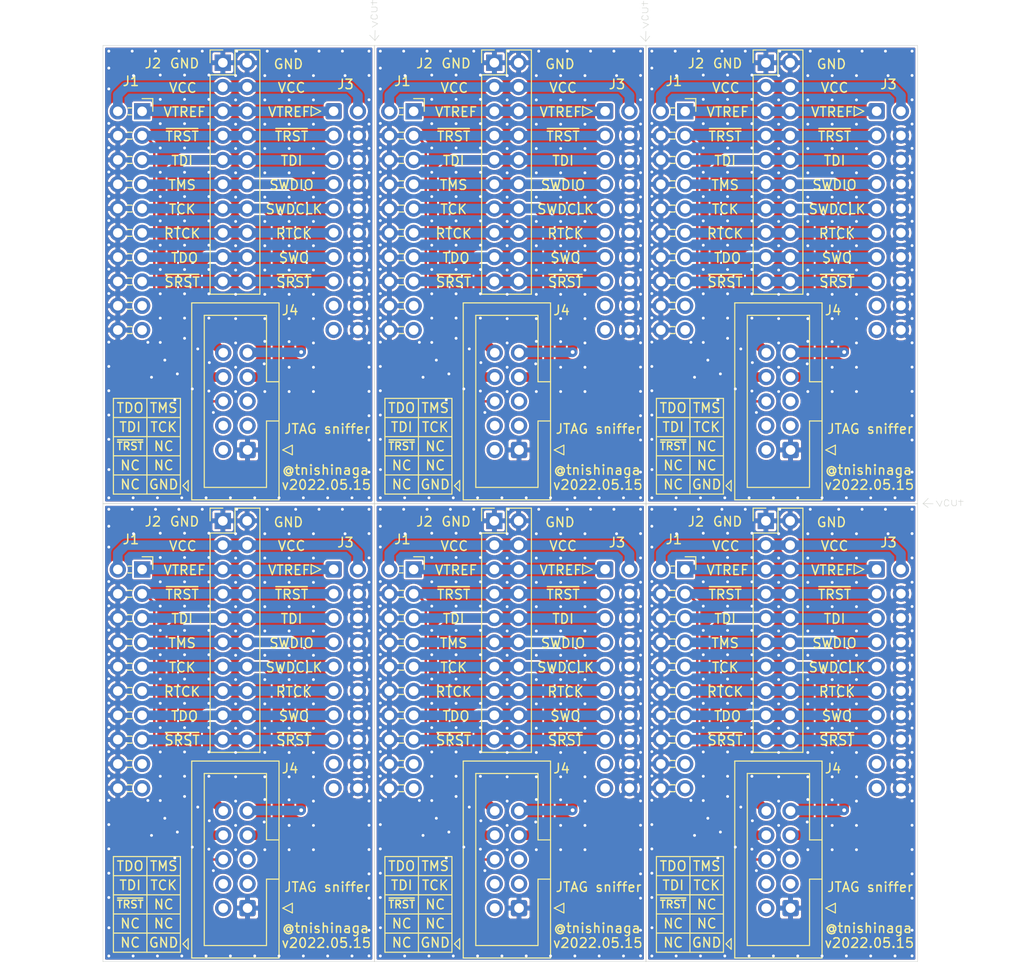
<source format=kicad_pcb>
(kicad_pcb (version 20171130) (host pcbnew "(5.1.10-1-10_14)")
  (layers (0 F.Cu signal) (31 B.Cu signal) (34 B.Paste user) (35 F.Paste user) (36 B.SilkS user) (37 F.SilkS user) (38 B.Mask user) (39 F.Mask user) (44 Edge.Cuts user))
  (net 0 "")
  (net 1 GND)
  (net 2 /VCC)
  (net 3 /~SRST)
  (net 4 /TDO_SWO)
  (net 5 /RTCK)
  (net 6 /TCK_SWDCLK)
  (net 7 /TMS_SWDIO)
  (net 8 /TDI)
  (net 9 /~TRST)
  (net 10 /VTREF)
  (module Connector_PinSocket_2.54mm:PinSocket_2x10_P2.54mm_Horizontal (layer F.Cu) (at 206.72 147.88)
    (fp_text reference J1 (at -1.17 -3.15) (layer F.SilkS))
    (fp_text value Conn_ARM_JTAG_SWD_20)
    (pad 1 thru_hole rect (at 0 0) (size 1.7 1.7) (drill 1) (layers *.Cu *.Mask) (net 10 /VTREF))
    (pad 2 thru_hole oval (at -2.54 0) (size 1.7 1.7) (drill 1) (layers *.Cu *.Mask) (net 2 /VCC))
    (pad 3 thru_hole oval (at 0 2.54) (size 1.7 1.7) (drill 1) (layers *.Cu *.Mask) (net 9 /~TRST))
    (pad 4 thru_hole oval (at -2.54 2.54) (size 1.7 1.7) (drill 1) (layers *.Cu *.Mask) (net 1 GND))
    (pad 5 thru_hole oval (at 0 5.08) (size 1.7 1.7) (drill 1) (layers *.Cu *.Mask) (net 8 /TDI))
    (pad 6 thru_hole oval (at -2.54 5.08) (size 1.7 1.7) (drill 1) (layers *.Cu *.Mask) (net 1 GND))
    (pad 7 thru_hole oval (at 0 7.62) (size 1.7 1.7) (drill 1) (layers *.Cu *.Mask) (net 7 /TMS_SWDIO))
    (pad 8 thru_hole oval (at -2.54 7.62) (size 1.7 1.7) (drill 1) (layers *.Cu *.Mask) (net 1 GND))
    (pad 9 thru_hole oval (at 0 10.16) (size 1.7 1.7) (drill 1) (layers *.Cu *.Mask) (net 6 /TCK_SWDCLK))
    (pad 10 thru_hole oval (at -2.54 10.16) (size 1.7 1.7) (drill 1) (layers *.Cu *.Mask) (net 1 GND))
    (pad 11 thru_hole oval (at 0 12.7) (size 1.7 1.7) (drill 1) (layers *.Cu *.Mask) (net 5 /RTCK))
    (pad 12 thru_hole oval (at -2.54 12.7) (size 1.7 1.7) (drill 1) (layers *.Cu *.Mask) (net 1 GND))
    (pad 13 thru_hole oval (at 0 15.24) (size 1.7 1.7) (drill 1) (layers *.Cu *.Mask) (net 4 /TDO_SWO))
    (pad 14 thru_hole oval (at -2.54 15.24) (size 1.7 1.7) (drill 1) (layers *.Cu *.Mask) (net 1 GND))
    (pad 15 thru_hole oval (at 0 17.78) (size 1.7 1.7) (drill 1) (layers *.Cu *.Mask) (net 3 /~SRST))
    (pad 16 thru_hole oval (at -2.54 17.78) (size 1.7 1.7) (drill 1) (layers *.Cu *.Mask) (net 1 GND))
    (pad 17 thru_hole oval (at 0 20.32) (size 1.7 1.7) (drill 1) (layers *.Cu *.Mask))
    (pad 18 thru_hole oval (at -2.54 20.32) (size 1.7 1.7) (drill 1) (layers *.Cu *.Mask) (net 1 GND))
    (pad 19 thru_hole oval (at 0 22.86) (size 1.7 1.7) (drill 1) (layers *.Cu *.Mask))
    (pad 20 thru_hole oval (at -2.54 22.86) (size 1.7 1.7) (drill 1) (layers *.Cu *.Mask) (net 1 GND))
  )
  (module Connector_PinSocket_2.54mm:PinSocket_2x10_P2.54mm_Horizontal (layer F.Cu) (at 178.36 147.88)
    (fp_text reference J1 (at -1.17 -3.15) (layer F.SilkS))
    (fp_text value Conn_ARM_JTAG_SWD_20)
    (pad 1 thru_hole rect (at 0 0) (size 1.7 1.7) (drill 1) (layers *.Cu *.Mask) (net 10 /VTREF))
    (pad 2 thru_hole oval (at -2.54 0) (size 1.7 1.7) (drill 1) (layers *.Cu *.Mask) (net 2 /VCC))
    (pad 3 thru_hole oval (at 0 2.54) (size 1.7 1.7) (drill 1) (layers *.Cu *.Mask) (net 9 /~TRST))
    (pad 4 thru_hole oval (at -2.54 2.54) (size 1.7 1.7) (drill 1) (layers *.Cu *.Mask) (net 1 GND))
    (pad 5 thru_hole oval (at 0 5.08) (size 1.7 1.7) (drill 1) (layers *.Cu *.Mask) (net 8 /TDI))
    (pad 6 thru_hole oval (at -2.54 5.08) (size 1.7 1.7) (drill 1) (layers *.Cu *.Mask) (net 1 GND))
    (pad 7 thru_hole oval (at 0 7.62) (size 1.7 1.7) (drill 1) (layers *.Cu *.Mask) (net 7 /TMS_SWDIO))
    (pad 8 thru_hole oval (at -2.54 7.62) (size 1.7 1.7) (drill 1) (layers *.Cu *.Mask) (net 1 GND))
    (pad 9 thru_hole oval (at 0 10.16) (size 1.7 1.7) (drill 1) (layers *.Cu *.Mask) (net 6 /TCK_SWDCLK))
    (pad 10 thru_hole oval (at -2.54 10.16) (size 1.7 1.7) (drill 1) (layers *.Cu *.Mask) (net 1 GND))
    (pad 11 thru_hole oval (at 0 12.7) (size 1.7 1.7) (drill 1) (layers *.Cu *.Mask) (net 5 /RTCK))
    (pad 12 thru_hole oval (at -2.54 12.7) (size 1.7 1.7) (drill 1) (layers *.Cu *.Mask) (net 1 GND))
    (pad 13 thru_hole oval (at 0 15.24) (size 1.7 1.7) (drill 1) (layers *.Cu *.Mask) (net 4 /TDO_SWO))
    (pad 14 thru_hole oval (at -2.54 15.24) (size 1.7 1.7) (drill 1) (layers *.Cu *.Mask) (net 1 GND))
    (pad 15 thru_hole oval (at 0 17.78) (size 1.7 1.7) (drill 1) (layers *.Cu *.Mask) (net 3 /~SRST))
    (pad 16 thru_hole oval (at -2.54 17.78) (size 1.7 1.7) (drill 1) (layers *.Cu *.Mask) (net 1 GND))
    (pad 17 thru_hole oval (at 0 20.32) (size 1.7 1.7) (drill 1) (layers *.Cu *.Mask))
    (pad 18 thru_hole oval (at -2.54 20.32) (size 1.7 1.7) (drill 1) (layers *.Cu *.Mask) (net 1 GND))
    (pad 19 thru_hole oval (at 0 22.86) (size 1.7 1.7) (drill 1) (layers *.Cu *.Mask))
    (pad 20 thru_hole oval (at -2.54 22.86) (size 1.7 1.7) (drill 1) (layers *.Cu *.Mask) (net 1 GND))
  )
  (module Connector_PinSocket_2.54mm:PinSocket_2x10_P2.54mm_Horizontal (layer F.Cu) (at 150 147.88)
    (fp_text reference J1 (at -1.17 -3.15) (layer F.SilkS))
    (fp_text value Conn_ARM_JTAG_SWD_20)
    (pad 1 thru_hole rect (at 0 0) (size 1.7 1.7) (drill 1) (layers *.Cu *.Mask) (net 10 /VTREF))
    (pad 2 thru_hole oval (at -2.54 0) (size 1.7 1.7) (drill 1) (layers *.Cu *.Mask) (net 2 /VCC))
    (pad 3 thru_hole oval (at 0 2.54) (size 1.7 1.7) (drill 1) (layers *.Cu *.Mask) (net 9 /~TRST))
    (pad 4 thru_hole oval (at -2.54 2.54) (size 1.7 1.7) (drill 1) (layers *.Cu *.Mask) (net 1 GND))
    (pad 5 thru_hole oval (at 0 5.08) (size 1.7 1.7) (drill 1) (layers *.Cu *.Mask) (net 8 /TDI))
    (pad 6 thru_hole oval (at -2.54 5.08) (size 1.7 1.7) (drill 1) (layers *.Cu *.Mask) (net 1 GND))
    (pad 7 thru_hole oval (at 0 7.62) (size 1.7 1.7) (drill 1) (layers *.Cu *.Mask) (net 7 /TMS_SWDIO))
    (pad 8 thru_hole oval (at -2.54 7.62) (size 1.7 1.7) (drill 1) (layers *.Cu *.Mask) (net 1 GND))
    (pad 9 thru_hole oval (at 0 10.16) (size 1.7 1.7) (drill 1) (layers *.Cu *.Mask) (net 6 /TCK_SWDCLK))
    (pad 10 thru_hole oval (at -2.54 10.16) (size 1.7 1.7) (drill 1) (layers *.Cu *.Mask) (net 1 GND))
    (pad 11 thru_hole oval (at 0 12.7) (size 1.7 1.7) (drill 1) (layers *.Cu *.Mask) (net 5 /RTCK))
    (pad 12 thru_hole oval (at -2.54 12.7) (size 1.7 1.7) (drill 1) (layers *.Cu *.Mask) (net 1 GND))
    (pad 13 thru_hole oval (at 0 15.24) (size 1.7 1.7) (drill 1) (layers *.Cu *.Mask) (net 4 /TDO_SWO))
    (pad 14 thru_hole oval (at -2.54 15.24) (size 1.7 1.7) (drill 1) (layers *.Cu *.Mask) (net 1 GND))
    (pad 15 thru_hole oval (at 0 17.78) (size 1.7 1.7) (drill 1) (layers *.Cu *.Mask) (net 3 /~SRST))
    (pad 16 thru_hole oval (at -2.54 17.78) (size 1.7 1.7) (drill 1) (layers *.Cu *.Mask) (net 1 GND))
    (pad 17 thru_hole oval (at 0 20.32) (size 1.7 1.7) (drill 1) (layers *.Cu *.Mask))
    (pad 18 thru_hole oval (at -2.54 20.32) (size 1.7 1.7) (drill 1) (layers *.Cu *.Mask) (net 1 GND))
    (pad 19 thru_hole oval (at 0 22.86) (size 1.7 1.7) (drill 1) (layers *.Cu *.Mask))
    (pad 20 thru_hole oval (at -2.54 22.86) (size 1.7 1.7) (drill 1) (layers *.Cu *.Mask) (net 1 GND))
  )
  (module Connector_PinSocket_2.54mm:PinSocket_2x10_P2.54mm_Horizontal (layer F.Cu) (at 206.72 100)
    (fp_text reference J1 (at -1.17 -3.15) (layer F.SilkS))
    (fp_text value Conn_ARM_JTAG_SWD_20)
    (pad 1 thru_hole rect (at 0 0) (size 1.7 1.7) (drill 1) (layers *.Cu *.Mask) (net 10 /VTREF))
    (pad 2 thru_hole oval (at -2.54 0) (size 1.7 1.7) (drill 1) (layers *.Cu *.Mask) (net 2 /VCC))
    (pad 3 thru_hole oval (at 0 2.54) (size 1.7 1.7) (drill 1) (layers *.Cu *.Mask) (net 9 /~TRST))
    (pad 4 thru_hole oval (at -2.54 2.54) (size 1.7 1.7) (drill 1) (layers *.Cu *.Mask) (net 1 GND))
    (pad 5 thru_hole oval (at 0 5.08) (size 1.7 1.7) (drill 1) (layers *.Cu *.Mask) (net 8 /TDI))
    (pad 6 thru_hole oval (at -2.54 5.08) (size 1.7 1.7) (drill 1) (layers *.Cu *.Mask) (net 1 GND))
    (pad 7 thru_hole oval (at 0 7.62) (size 1.7 1.7) (drill 1) (layers *.Cu *.Mask) (net 7 /TMS_SWDIO))
    (pad 8 thru_hole oval (at -2.54 7.62) (size 1.7 1.7) (drill 1) (layers *.Cu *.Mask) (net 1 GND))
    (pad 9 thru_hole oval (at 0 10.16) (size 1.7 1.7) (drill 1) (layers *.Cu *.Mask) (net 6 /TCK_SWDCLK))
    (pad 10 thru_hole oval (at -2.54 10.16) (size 1.7 1.7) (drill 1) (layers *.Cu *.Mask) (net 1 GND))
    (pad 11 thru_hole oval (at 0 12.7) (size 1.7 1.7) (drill 1) (layers *.Cu *.Mask) (net 5 /RTCK))
    (pad 12 thru_hole oval (at -2.54 12.7) (size 1.7 1.7) (drill 1) (layers *.Cu *.Mask) (net 1 GND))
    (pad 13 thru_hole oval (at 0 15.24) (size 1.7 1.7) (drill 1) (layers *.Cu *.Mask) (net 4 /TDO_SWO))
    (pad 14 thru_hole oval (at -2.54 15.24) (size 1.7 1.7) (drill 1) (layers *.Cu *.Mask) (net 1 GND))
    (pad 15 thru_hole oval (at 0 17.78) (size 1.7 1.7) (drill 1) (layers *.Cu *.Mask) (net 3 /~SRST))
    (pad 16 thru_hole oval (at -2.54 17.78) (size 1.7 1.7) (drill 1) (layers *.Cu *.Mask) (net 1 GND))
    (pad 17 thru_hole oval (at 0 20.32) (size 1.7 1.7) (drill 1) (layers *.Cu *.Mask))
    (pad 18 thru_hole oval (at -2.54 20.32) (size 1.7 1.7) (drill 1) (layers *.Cu *.Mask) (net 1 GND))
    (pad 19 thru_hole oval (at 0 22.86) (size 1.7 1.7) (drill 1) (layers *.Cu *.Mask))
    (pad 20 thru_hole oval (at -2.54 22.86) (size 1.7 1.7) (drill 1) (layers *.Cu *.Mask) (net 1 GND))
  )
  (module Connector_PinSocket_2.54mm:PinSocket_2x10_P2.54mm_Horizontal (layer F.Cu) (at 178.36 100)
    (fp_text reference J1 (at -1.17 -3.15) (layer F.SilkS))
    (fp_text value Conn_ARM_JTAG_SWD_20)
    (pad 1 thru_hole rect (at 0 0) (size 1.7 1.7) (drill 1) (layers *.Cu *.Mask) (net 10 /VTREF))
    (pad 2 thru_hole oval (at -2.54 0) (size 1.7 1.7) (drill 1) (layers *.Cu *.Mask) (net 2 /VCC))
    (pad 3 thru_hole oval (at 0 2.54) (size 1.7 1.7) (drill 1) (layers *.Cu *.Mask) (net 9 /~TRST))
    (pad 4 thru_hole oval (at -2.54 2.54) (size 1.7 1.7) (drill 1) (layers *.Cu *.Mask) (net 1 GND))
    (pad 5 thru_hole oval (at 0 5.08) (size 1.7 1.7) (drill 1) (layers *.Cu *.Mask) (net 8 /TDI))
    (pad 6 thru_hole oval (at -2.54 5.08) (size 1.7 1.7) (drill 1) (layers *.Cu *.Mask) (net 1 GND))
    (pad 7 thru_hole oval (at 0 7.62) (size 1.7 1.7) (drill 1) (layers *.Cu *.Mask) (net 7 /TMS_SWDIO))
    (pad 8 thru_hole oval (at -2.54 7.62) (size 1.7 1.7) (drill 1) (layers *.Cu *.Mask) (net 1 GND))
    (pad 9 thru_hole oval (at 0 10.16) (size 1.7 1.7) (drill 1) (layers *.Cu *.Mask) (net 6 /TCK_SWDCLK))
    (pad 10 thru_hole oval (at -2.54 10.16) (size 1.7 1.7) (drill 1) (layers *.Cu *.Mask) (net 1 GND))
    (pad 11 thru_hole oval (at 0 12.7) (size 1.7 1.7) (drill 1) (layers *.Cu *.Mask) (net 5 /RTCK))
    (pad 12 thru_hole oval (at -2.54 12.7) (size 1.7 1.7) (drill 1) (layers *.Cu *.Mask) (net 1 GND))
    (pad 13 thru_hole oval (at 0 15.24) (size 1.7 1.7) (drill 1) (layers *.Cu *.Mask) (net 4 /TDO_SWO))
    (pad 14 thru_hole oval (at -2.54 15.24) (size 1.7 1.7) (drill 1) (layers *.Cu *.Mask) (net 1 GND))
    (pad 15 thru_hole oval (at 0 17.78) (size 1.7 1.7) (drill 1) (layers *.Cu *.Mask) (net 3 /~SRST))
    (pad 16 thru_hole oval (at -2.54 17.78) (size 1.7 1.7) (drill 1) (layers *.Cu *.Mask) (net 1 GND))
    (pad 17 thru_hole oval (at 0 20.32) (size 1.7 1.7) (drill 1) (layers *.Cu *.Mask))
    (pad 18 thru_hole oval (at -2.54 20.32) (size 1.7 1.7) (drill 1) (layers *.Cu *.Mask) (net 1 GND))
    (pad 19 thru_hole oval (at 0 22.86) (size 1.7 1.7) (drill 1) (layers *.Cu *.Mask))
    (pad 20 thru_hole oval (at -2.54 22.86) (size 1.7 1.7) (drill 1) (layers *.Cu *.Mask) (net 1 GND))
  )
  (module Connector_IDC:IDC-Header_2x10_P2.54mm_Horizontal (layer F.Cu) (at 226.72 147.87)
    (fp_text reference J3 (at 1.24 -2.81) (layer F.SilkS))
    (fp_text value Conn_ARM_JTAG_SWD_20)
    (pad 20 thru_hole circle (at 2.54 22.86) (size 1.7 1.7) (drill 1) (layers *.Cu *.Mask) (net 1 GND))
    (pad 18 thru_hole circle (at 2.54 20.32) (size 1.7 1.7) (drill 1) (layers *.Cu *.Mask) (net 1 GND))
    (pad 16 thru_hole circle (at 2.54 17.78) (size 1.7 1.7) (drill 1) (layers *.Cu *.Mask) (net 1 GND))
    (pad 14 thru_hole circle (at 2.54 15.24) (size 1.7 1.7) (drill 1) (layers *.Cu *.Mask) (net 1 GND))
    (pad 12 thru_hole circle (at 2.54 12.7) (size 1.7 1.7) (drill 1) (layers *.Cu *.Mask) (net 1 GND))
    (pad 10 thru_hole circle (at 2.54 10.16) (size 1.7 1.7) (drill 1) (layers *.Cu *.Mask) (net 1 GND))
    (pad 8 thru_hole circle (at 2.54 7.62) (size 1.7 1.7) (drill 1) (layers *.Cu *.Mask) (net 1 GND))
    (pad 6 thru_hole circle (at 2.54 5.08) (size 1.7 1.7) (drill 1) (layers *.Cu *.Mask) (net 1 GND))
    (pad 4 thru_hole circle (at 2.54 2.54) (size 1.7 1.7) (drill 1) (layers *.Cu *.Mask) (net 1 GND))
    (pad 2 thru_hole circle (at 2.54 0) (size 1.7 1.7) (drill 1) (layers *.Cu *.Mask) (net 2 /VCC))
    (pad 19 thru_hole circle (at 0 22.86) (size 1.7 1.7) (drill 1) (layers *.Cu *.Mask))
    (pad 17 thru_hole circle (at 0 20.32) (size 1.7 1.7) (drill 1) (layers *.Cu *.Mask))
    (pad 15 thru_hole circle (at 0 17.78) (size 1.7 1.7) (drill 1) (layers *.Cu *.Mask) (net 3 /~SRST))
    (pad 13 thru_hole circle (at 0 15.24) (size 1.7 1.7) (drill 1) (layers *.Cu *.Mask) (net 4 /TDO_SWO))
    (pad 11 thru_hole circle (at 0 12.7) (size 1.7 1.7) (drill 1) (layers *.Cu *.Mask) (net 5 /RTCK))
    (pad 9 thru_hole circle (at 0 10.16) (size 1.7 1.7) (drill 1) (layers *.Cu *.Mask) (net 6 /TCK_SWDCLK))
    (pad 7 thru_hole circle (at 0 7.62) (size 1.7 1.7) (drill 1) (layers *.Cu *.Mask) (net 7 /TMS_SWDIO))
    (pad 5 thru_hole circle (at 0 5.08) (size 1.7 1.7) (drill 1) (layers *.Cu *.Mask) (net 8 /TDI))
    (pad 3 thru_hole circle (at 0 2.54) (size 1.7 1.7) (drill 1) (layers *.Cu *.Mask) (net 9 /~TRST))
    (pad 1 thru_hole roundrect (at 0 0) (size 1.7 1.7) (drill 1) (layers *.Cu *.Mask) (roundrect_rratio 0.1470588235294118) (net 10 /VTREF))
  )
  (module Connector_IDC:IDC-Header_2x10_P2.54mm_Horizontal (layer F.Cu) (at 198.36 147.87)
    (fp_text reference J3 (at 1.24 -2.81) (layer F.SilkS))
    (fp_text value Conn_ARM_JTAG_SWD_20)
    (pad 20 thru_hole circle (at 2.54 22.86) (size 1.7 1.7) (drill 1) (layers *.Cu *.Mask) (net 1 GND))
    (pad 18 thru_hole circle (at 2.54 20.32) (size 1.7 1.7) (drill 1) (layers *.Cu *.Mask) (net 1 GND))
    (pad 16 thru_hole circle (at 2.54 17.78) (size 1.7 1.7) (drill 1) (layers *.Cu *.Mask) (net 1 GND))
    (pad 14 thru_hole circle (at 2.54 15.24) (size 1.7 1.7) (drill 1) (layers *.Cu *.Mask) (net 1 GND))
    (pad 12 thru_hole circle (at 2.54 12.7) (size 1.7 1.7) (drill 1) (layers *.Cu *.Mask) (net 1 GND))
    (pad 10 thru_hole circle (at 2.54 10.16) (size 1.7 1.7) (drill 1) (layers *.Cu *.Mask) (net 1 GND))
    (pad 8 thru_hole circle (at 2.54 7.62) (size 1.7 1.7) (drill 1) (layers *.Cu *.Mask) (net 1 GND))
    (pad 6 thru_hole circle (at 2.54 5.08) (size 1.7 1.7) (drill 1) (layers *.Cu *.Mask) (net 1 GND))
    (pad 4 thru_hole circle (at 2.54 2.54) (size 1.7 1.7) (drill 1) (layers *.Cu *.Mask) (net 1 GND))
    (pad 2 thru_hole circle (at 2.54 0) (size 1.7 1.7) (drill 1) (layers *.Cu *.Mask) (net 2 /VCC))
    (pad 19 thru_hole circle (at 0 22.86) (size 1.7 1.7) (drill 1) (layers *.Cu *.Mask))
    (pad 17 thru_hole circle (at 0 20.32) (size 1.7 1.7) (drill 1) (layers *.Cu *.Mask))
    (pad 15 thru_hole circle (at 0 17.78) (size 1.7 1.7) (drill 1) (layers *.Cu *.Mask) (net 3 /~SRST))
    (pad 13 thru_hole circle (at 0 15.24) (size 1.7 1.7) (drill 1) (layers *.Cu *.Mask) (net 4 /TDO_SWO))
    (pad 11 thru_hole circle (at 0 12.7) (size 1.7 1.7) (drill 1) (layers *.Cu *.Mask) (net 5 /RTCK))
    (pad 9 thru_hole circle (at 0 10.16) (size 1.7 1.7) (drill 1) (layers *.Cu *.Mask) (net 6 /TCK_SWDCLK))
    (pad 7 thru_hole circle (at 0 7.62) (size 1.7 1.7) (drill 1) (layers *.Cu *.Mask) (net 7 /TMS_SWDIO))
    (pad 5 thru_hole circle (at 0 5.08) (size 1.7 1.7) (drill 1) (layers *.Cu *.Mask) (net 8 /TDI))
    (pad 3 thru_hole circle (at 0 2.54) (size 1.7 1.7) (drill 1) (layers *.Cu *.Mask) (net 9 /~TRST))
    (pad 1 thru_hole roundrect (at 0 0) (size 1.7 1.7) (drill 1) (layers *.Cu *.Mask) (roundrect_rratio 0.1470588235294118) (net 10 /VTREF))
  )
  (module Connector_IDC:IDC-Header_2x10_P2.54mm_Horizontal (layer F.Cu) (at 170 147.87)
    (fp_text reference J3 (at 1.24 -2.81) (layer F.SilkS))
    (fp_text value Conn_ARM_JTAG_SWD_20)
    (pad 20 thru_hole circle (at 2.54 22.86) (size 1.7 1.7) (drill 1) (layers *.Cu *.Mask) (net 1 GND))
    (pad 18 thru_hole circle (at 2.54 20.32) (size 1.7 1.7) (drill 1) (layers *.Cu *.Mask) (net 1 GND))
    (pad 16 thru_hole circle (at 2.54 17.78) (size 1.7 1.7) (drill 1) (layers *.Cu *.Mask) (net 1 GND))
    (pad 14 thru_hole circle (at 2.54 15.24) (size 1.7 1.7) (drill 1) (layers *.Cu *.Mask) (net 1 GND))
    (pad 12 thru_hole circle (at 2.54 12.7) (size 1.7 1.7) (drill 1) (layers *.Cu *.Mask) (net 1 GND))
    (pad 10 thru_hole circle (at 2.54 10.16) (size 1.7 1.7) (drill 1) (layers *.Cu *.Mask) (net 1 GND))
    (pad 8 thru_hole circle (at 2.54 7.62) (size 1.7 1.7) (drill 1) (layers *.Cu *.Mask) (net 1 GND))
    (pad 6 thru_hole circle (at 2.54 5.08) (size 1.7 1.7) (drill 1) (layers *.Cu *.Mask) (net 1 GND))
    (pad 4 thru_hole circle (at 2.54 2.54) (size 1.7 1.7) (drill 1) (layers *.Cu *.Mask) (net 1 GND))
    (pad 2 thru_hole circle (at 2.54 0) (size 1.7 1.7) (drill 1) (layers *.Cu *.Mask) (net 2 /VCC))
    (pad 19 thru_hole circle (at 0 22.86) (size 1.7 1.7) (drill 1) (layers *.Cu *.Mask))
    (pad 17 thru_hole circle (at 0 20.32) (size 1.7 1.7) (drill 1) (layers *.Cu *.Mask))
    (pad 15 thru_hole circle (at 0 17.78) (size 1.7 1.7) (drill 1) (layers *.Cu *.Mask) (net 3 /~SRST))
    (pad 13 thru_hole circle (at 0 15.24) (size 1.7 1.7) (drill 1) (layers *.Cu *.Mask) (net 4 /TDO_SWO))
    (pad 11 thru_hole circle (at 0 12.7) (size 1.7 1.7) (drill 1) (layers *.Cu *.Mask) (net 5 /RTCK))
    (pad 9 thru_hole circle (at 0 10.16) (size 1.7 1.7) (drill 1) (layers *.Cu *.Mask) (net 6 /TCK_SWDCLK))
    (pad 7 thru_hole circle (at 0 7.62) (size 1.7 1.7) (drill 1) (layers *.Cu *.Mask) (net 7 /TMS_SWDIO))
    (pad 5 thru_hole circle (at 0 5.08) (size 1.7 1.7) (drill 1) (layers *.Cu *.Mask) (net 8 /TDI))
    (pad 3 thru_hole circle (at 0 2.54) (size 1.7 1.7) (drill 1) (layers *.Cu *.Mask) (net 9 /~TRST))
    (pad 1 thru_hole roundrect (at 0 0) (size 1.7 1.7) (drill 1) (layers *.Cu *.Mask) (roundrect_rratio 0.1470588235294118) (net 10 /VTREF))
  )
  (module Connector_IDC:IDC-Header_2x10_P2.54mm_Horizontal (layer F.Cu) (at 226.72 99.99)
    (fp_text reference J3 (at 1.24 -2.81) (layer F.SilkS))
    (fp_text value Conn_ARM_JTAG_SWD_20)
    (pad 20 thru_hole circle (at 2.54 22.86) (size 1.7 1.7) (drill 1) (layers *.Cu *.Mask) (net 1 GND))
    (pad 18 thru_hole circle (at 2.54 20.32) (size 1.7 1.7) (drill 1) (layers *.Cu *.Mask) (net 1 GND))
    (pad 16 thru_hole circle (at 2.54 17.78) (size 1.7 1.7) (drill 1) (layers *.Cu *.Mask) (net 1 GND))
    (pad 14 thru_hole circle (at 2.54 15.24) (size 1.7 1.7) (drill 1) (layers *.Cu *.Mask) (net 1 GND))
    (pad 12 thru_hole circle (at 2.54 12.7) (size 1.7 1.7) (drill 1) (layers *.Cu *.Mask) (net 1 GND))
    (pad 10 thru_hole circle (at 2.54 10.16) (size 1.7 1.7) (drill 1) (layers *.Cu *.Mask) (net 1 GND))
    (pad 8 thru_hole circle (at 2.54 7.62) (size 1.7 1.7) (drill 1) (layers *.Cu *.Mask) (net 1 GND))
    (pad 6 thru_hole circle (at 2.54 5.08) (size 1.7 1.7) (drill 1) (layers *.Cu *.Mask) (net 1 GND))
    (pad 4 thru_hole circle (at 2.54 2.54) (size 1.7 1.7) (drill 1) (layers *.Cu *.Mask) (net 1 GND))
    (pad 2 thru_hole circle (at 2.54 0) (size 1.7 1.7) (drill 1) (layers *.Cu *.Mask) (net 2 /VCC))
    (pad 19 thru_hole circle (at 0 22.86) (size 1.7 1.7) (drill 1) (layers *.Cu *.Mask))
    (pad 17 thru_hole circle (at 0 20.32) (size 1.7 1.7) (drill 1) (layers *.Cu *.Mask))
    (pad 15 thru_hole circle (at 0 17.78) (size 1.7 1.7) (drill 1) (layers *.Cu *.Mask) (net 3 /~SRST))
    (pad 13 thru_hole circle (at 0 15.24) (size 1.7 1.7) (drill 1) (layers *.Cu *.Mask) (net 4 /TDO_SWO))
    (pad 11 thru_hole circle (at 0 12.7) (size 1.7 1.7) (drill 1) (layers *.Cu *.Mask) (net 5 /RTCK))
    (pad 9 thru_hole circle (at 0 10.16) (size 1.7 1.7) (drill 1) (layers *.Cu *.Mask) (net 6 /TCK_SWDCLK))
    (pad 7 thru_hole circle (at 0 7.62) (size 1.7 1.7) (drill 1) (layers *.Cu *.Mask) (net 7 /TMS_SWDIO))
    (pad 5 thru_hole circle (at 0 5.08) (size 1.7 1.7) (drill 1) (layers *.Cu *.Mask) (net 8 /TDI))
    (pad 3 thru_hole circle (at 0 2.54) (size 1.7 1.7) (drill 1) (layers *.Cu *.Mask) (net 9 /~TRST))
    (pad 1 thru_hole roundrect (at 0 0) (size 1.7 1.7) (drill 1) (layers *.Cu *.Mask) (roundrect_rratio 0.1470588235294118) (net 10 /VTREF))
  )
  (module Connector_IDC:IDC-Header_2x10_P2.54mm_Horizontal (layer F.Cu) (at 198.36 99.99)
    (fp_text reference J3 (at 1.24 -2.81) (layer F.SilkS))
    (fp_text value Conn_ARM_JTAG_SWD_20)
    (pad 20 thru_hole circle (at 2.54 22.86) (size 1.7 1.7) (drill 1) (layers *.Cu *.Mask) (net 1 GND))
    (pad 18 thru_hole circle (at 2.54 20.32) (size 1.7 1.7) (drill 1) (layers *.Cu *.Mask) (net 1 GND))
    (pad 16 thru_hole circle (at 2.54 17.78) (size 1.7 1.7) (drill 1) (layers *.Cu *.Mask) (net 1 GND))
    (pad 14 thru_hole circle (at 2.54 15.24) (size 1.7 1.7) (drill 1) (layers *.Cu *.Mask) (net 1 GND))
    (pad 12 thru_hole circle (at 2.54 12.7) (size 1.7 1.7) (drill 1) (layers *.Cu *.Mask) (net 1 GND))
    (pad 10 thru_hole circle (at 2.54 10.16) (size 1.7 1.7) (drill 1) (layers *.Cu *.Mask) (net 1 GND))
    (pad 8 thru_hole circle (at 2.54 7.62) (size 1.7 1.7) (drill 1) (layers *.Cu *.Mask) (net 1 GND))
    (pad 6 thru_hole circle (at 2.54 5.08) (size 1.7 1.7) (drill 1) (layers *.Cu *.Mask) (net 1 GND))
    (pad 4 thru_hole circle (at 2.54 2.54) (size 1.7 1.7) (drill 1) (layers *.Cu *.Mask) (net 1 GND))
    (pad 2 thru_hole circle (at 2.54 0) (size 1.7 1.7) (drill 1) (layers *.Cu *.Mask) (net 2 /VCC))
    (pad 19 thru_hole circle (at 0 22.86) (size 1.7 1.7) (drill 1) (layers *.Cu *.Mask))
    (pad 17 thru_hole circle (at 0 20.32) (size 1.7 1.7) (drill 1) (layers *.Cu *.Mask))
    (pad 15 thru_hole circle (at 0 17.78) (size 1.7 1.7) (drill 1) (layers *.Cu *.Mask) (net 3 /~SRST))
    (pad 13 thru_hole circle (at 0 15.24) (size 1.7 1.7) (drill 1) (layers *.Cu *.Mask) (net 4 /TDO_SWO))
    (pad 11 thru_hole circle (at 0 12.7) (size 1.7 1.7) (drill 1) (layers *.Cu *.Mask) (net 5 /RTCK))
    (pad 9 thru_hole circle (at 0 10.16) (size 1.7 1.7) (drill 1) (layers *.Cu *.Mask) (net 6 /TCK_SWDCLK))
    (pad 7 thru_hole circle (at 0 7.62) (size 1.7 1.7) (drill 1) (layers *.Cu *.Mask) (net 7 /TMS_SWDIO))
    (pad 5 thru_hole circle (at 0 5.08) (size 1.7 1.7) (drill 1) (layers *.Cu *.Mask) (net 8 /TDI))
    (pad 3 thru_hole circle (at 0 2.54) (size 1.7 1.7) (drill 1) (layers *.Cu *.Mask) (net 9 /~TRST))
    (pad 1 thru_hole roundrect (at 0 0) (size 1.7 1.7) (drill 1) (layers *.Cu *.Mask) (roundrect_rratio 0.1470588235294118) (net 10 /VTREF))
  )
  (module Connector_PinHeader_2.54mm:PinHeader_2x10_P2.54mm_Vertical (layer F.Cu) (at 215.15 142.8)
    (fp_text reference J2 (at -7.3 0.076) (layer F.SilkS))
    (fp_text value Conn_02x10_Odd_Even)
    (pad 1 thru_hole rect (at 0 0) (size 1.7 1.7) (drill 1) (layers *.Cu *.Mask) (net 1 GND))
    (pad 2 thru_hole oval (at 2.54 0) (size 1.7 1.7) (drill 1) (layers *.Cu *.Mask) (net 1 GND))
    (pad 3 thru_hole oval (at 0 2.54) (size 1.7 1.7) (drill 1) (layers *.Cu *.Mask) (net 2 /VCC))
    (pad 4 thru_hole oval (at 2.54 2.54) (size 1.7 1.7) (drill 1) (layers *.Cu *.Mask) (net 2 /VCC))
    (pad 5 thru_hole oval (at 0 5.08) (size 1.7 1.7) (drill 1) (layers *.Cu *.Mask) (net 10 /VTREF))
    (pad 6 thru_hole oval (at 2.54 5.08) (size 1.7 1.7) (drill 1) (layers *.Cu *.Mask) (net 10 /VTREF))
    (pad 7 thru_hole oval (at 0 7.62) (size 1.7 1.7) (drill 1) (layers *.Cu *.Mask) (net 9 /~TRST))
    (pad 8 thru_hole oval (at 2.54 7.62) (size 1.7 1.7) (drill 1) (layers *.Cu *.Mask) (net 9 /~TRST))
    (pad 9 thru_hole oval (at 0 10.16) (size 1.7 1.7) (drill 1) (layers *.Cu *.Mask) (net 8 /TDI))
    (pad 10 thru_hole oval (at 2.54 10.16) (size 1.7 1.7) (drill 1) (layers *.Cu *.Mask) (net 8 /TDI))
    (pad 11 thru_hole oval (at 0 12.7) (size 1.7 1.7) (drill 1) (layers *.Cu *.Mask) (net 7 /TMS_SWDIO))
    (pad 12 thru_hole oval (at 2.54 12.7) (size 1.7 1.7) (drill 1) (layers *.Cu *.Mask) (net 7 /TMS_SWDIO))
    (pad 13 thru_hole oval (at 0 15.24) (size 1.7 1.7) (drill 1) (layers *.Cu *.Mask) (net 6 /TCK_SWDCLK))
    (pad 14 thru_hole oval (at 2.54 15.24) (size 1.7 1.7) (drill 1) (layers *.Cu *.Mask) (net 6 /TCK_SWDCLK))
    (pad 15 thru_hole oval (at 0 17.78) (size 1.7 1.7) (drill 1) (layers *.Cu *.Mask) (net 5 /RTCK))
    (pad 16 thru_hole oval (at 2.54 17.78) (size 1.7 1.7) (drill 1) (layers *.Cu *.Mask) (net 5 /RTCK))
    (pad 17 thru_hole oval (at 0 20.32) (size 1.7 1.7) (drill 1) (layers *.Cu *.Mask) (net 4 /TDO_SWO))
    (pad 18 thru_hole oval (at 2.54 20.32) (size 1.7 1.7) (drill 1) (layers *.Cu *.Mask) (net 4 /TDO_SWO))
    (pad 19 thru_hole oval (at 0 22.86) (size 1.7 1.7) (drill 1) (layers *.Cu *.Mask) (net 3 /~SRST))
    (pad 20 thru_hole oval (at 2.54 22.86) (size 1.7 1.7) (drill 1) (layers *.Cu *.Mask) (net 3 /~SRST))
  )
  (module Connector_PinHeader_2.54mm:PinHeader_2x10_P2.54mm_Vertical (layer F.Cu) (at 186.79 142.8)
    (fp_text reference J2 (at -7.3 0.076) (layer F.SilkS))
    (fp_text value Conn_02x10_Odd_Even)
    (pad 1 thru_hole rect (at 0 0) (size 1.7 1.7) (drill 1) (layers *.Cu *.Mask) (net 1 GND))
    (pad 2 thru_hole oval (at 2.54 0) (size 1.7 1.7) (drill 1) (layers *.Cu *.Mask) (net 1 GND))
    (pad 3 thru_hole oval (at 0 2.54) (size 1.7 1.7) (drill 1) (layers *.Cu *.Mask) (net 2 /VCC))
    (pad 4 thru_hole oval (at 2.54 2.54) (size 1.7 1.7) (drill 1) (layers *.Cu *.Mask) (net 2 /VCC))
    (pad 5 thru_hole oval (at 0 5.08) (size 1.7 1.7) (drill 1) (layers *.Cu *.Mask) (net 10 /VTREF))
    (pad 6 thru_hole oval (at 2.54 5.08) (size 1.7 1.7) (drill 1) (layers *.Cu *.Mask) (net 10 /VTREF))
    (pad 7 thru_hole oval (at 0 7.62) (size 1.7 1.7) (drill 1) (layers *.Cu *.Mask) (net 9 /~TRST))
    (pad 8 thru_hole oval (at 2.54 7.62) (size 1.7 1.7) (drill 1) (layers *.Cu *.Mask) (net 9 /~TRST))
    (pad 9 thru_hole oval (at 0 10.16) (size 1.7 1.7) (drill 1) (layers *.Cu *.Mask) (net 8 /TDI))
    (pad 10 thru_hole oval (at 2.54 10.16) (size 1.7 1.7) (drill 1) (layers *.Cu *.Mask) (net 8 /TDI))
    (pad 11 thru_hole oval (at 0 12.7) (size 1.7 1.7) (drill 1) (layers *.Cu *.Mask) (net 7 /TMS_SWDIO))
    (pad 12 thru_hole oval (at 2.54 12.7) (size 1.7 1.7) (drill 1) (layers *.Cu *.Mask) (net 7 /TMS_SWDIO))
    (pad 13 thru_hole oval (at 0 15.24) (size 1.7 1.7) (drill 1) (layers *.Cu *.Mask) (net 6 /TCK_SWDCLK))
    (pad 14 thru_hole oval (at 2.54 15.24) (size 1.7 1.7) (drill 1) (layers *.Cu *.Mask) (net 6 /TCK_SWDCLK))
    (pad 15 thru_hole oval (at 0 17.78) (size 1.7 1.7) (drill 1) (layers *.Cu *.Mask) (net 5 /RTCK))
    (pad 16 thru_hole oval (at 2.54 17.78) (size 1.7 1.7) (drill 1) (layers *.Cu *.Mask) (net 5 /RTCK))
    (pad 17 thru_hole oval (at 0 20.32) (size 1.7 1.7) (drill 1) (layers *.Cu *.Mask) (net 4 /TDO_SWO))
    (pad 18 thru_hole oval (at 2.54 20.32) (size 1.7 1.7) (drill 1) (layers *.Cu *.Mask) (net 4 /TDO_SWO))
    (pad 19 thru_hole oval (at 0 22.86) (size 1.7 1.7) (drill 1) (layers *.Cu *.Mask) (net 3 /~SRST))
    (pad 20 thru_hole oval (at 2.54 22.86) (size 1.7 1.7) (drill 1) (layers *.Cu *.Mask) (net 3 /~SRST))
  )
  (module Connector_PinHeader_2.54mm:PinHeader_2x10_P2.54mm_Vertical (layer F.Cu) (at 158.43 142.8)
    (fp_text reference J2 (at -7.3 0.076) (layer F.SilkS))
    (fp_text value Conn_02x10_Odd_Even)
    (pad 1 thru_hole rect (at 0 0) (size 1.7 1.7) (drill 1) (layers *.Cu *.Mask) (net 1 GND))
    (pad 2 thru_hole oval (at 2.54 0) (size 1.7 1.7) (drill 1) (layers *.Cu *.Mask) (net 1 GND))
    (pad 3 thru_hole oval (at 0 2.54) (size 1.7 1.7) (drill 1) (layers *.Cu *.Mask) (net 2 /VCC))
    (pad 4 thru_hole oval (at 2.54 2.54) (size 1.7 1.7) (drill 1) (layers *.Cu *.Mask) (net 2 /VCC))
    (pad 5 thru_hole oval (at 0 5.08) (size 1.7 1.7) (drill 1) (layers *.Cu *.Mask) (net 10 /VTREF))
    (pad 6 thru_hole oval (at 2.54 5.08) (size 1.7 1.7) (drill 1) (layers *.Cu *.Mask) (net 10 /VTREF))
    (pad 7 thru_hole oval (at 0 7.62) (size 1.7 1.7) (drill 1) (layers *.Cu *.Mask) (net 9 /~TRST))
    (pad 8 thru_hole oval (at 2.54 7.62) (size 1.7 1.7) (drill 1) (layers *.Cu *.Mask) (net 9 /~TRST))
    (pad 9 thru_hole oval (at 0 10.16) (size 1.7 1.7) (drill 1) (layers *.Cu *.Mask) (net 8 /TDI))
    (pad 10 thru_hole oval (at 2.54 10.16) (size 1.7 1.7) (drill 1) (layers *.Cu *.Mask) (net 8 /TDI))
    (pad 11 thru_hole oval (at 0 12.7) (size 1.7 1.7) (drill 1) (layers *.Cu *.Mask) (net 7 /TMS_SWDIO))
    (pad 12 thru_hole oval (at 2.54 12.7) (size 1.7 1.7) (drill 1) (layers *.Cu *.Mask) (net 7 /TMS_SWDIO))
    (pad 13 thru_hole oval (at 0 15.24) (size 1.7 1.7) (drill 1) (layers *.Cu *.Mask) (net 6 /TCK_SWDCLK))
    (pad 14 thru_hole oval (at 2.54 15.24) (size 1.7 1.7) (drill 1) (layers *.Cu *.Mask) (net 6 /TCK_SWDCLK))
    (pad 15 thru_hole oval (at 0 17.78) (size 1.7 1.7) (drill 1) (layers *.Cu *.Mask) (net 5 /RTCK))
    (pad 16 thru_hole oval (at 2.54 17.78) (size 1.7 1.7) (drill 1) (layers *.Cu *.Mask) (net 5 /RTCK))
    (pad 17 thru_hole oval (at 0 20.32) (size 1.7 1.7) (drill 1) (layers *.Cu *.Mask) (net 4 /TDO_SWO))
    (pad 18 thru_hole oval (at 2.54 20.32) (size 1.7 1.7) (drill 1) (layers *.Cu *.Mask) (net 4 /TDO_SWO))
    (pad 19 thru_hole oval (at 0 22.86) (size 1.7 1.7) (drill 1) (layers *.Cu *.Mask) (net 3 /~SRST))
    (pad 20 thru_hole oval (at 2.54 22.86) (size 1.7 1.7) (drill 1) (layers *.Cu *.Mask) (net 3 /~SRST))
  )
  (module Connector_PinHeader_2.54mm:PinHeader_2x10_P2.54mm_Vertical (layer F.Cu) (at 215.15 94.92)
    (fp_text reference J2 (at -7.3 0.076) (layer F.SilkS))
    (fp_text value Conn_02x10_Odd_Even)
    (pad 1 thru_hole rect (at 0 0) (size 1.7 1.7) (drill 1) (layers *.Cu *.Mask) (net 1 GND))
    (pad 2 thru_hole oval (at 2.54 0) (size 1.7 1.7) (drill 1) (layers *.Cu *.Mask) (net 1 GND))
    (pad 3 thru_hole oval (at 0 2.54) (size 1.7 1.7) (drill 1) (layers *.Cu *.Mask) (net 2 /VCC))
    (pad 4 thru_hole oval (at 2.54 2.54) (size 1.7 1.7) (drill 1) (layers *.Cu *.Mask) (net 2 /VCC))
    (pad 5 thru_hole oval (at 0 5.08) (size 1.7 1.7) (drill 1) (layers *.Cu *.Mask) (net 10 /VTREF))
    (pad 6 thru_hole oval (at 2.54 5.08) (size 1.7 1.7) (drill 1) (layers *.Cu *.Mask) (net 10 /VTREF))
    (pad 7 thru_hole oval (at 0 7.62) (size 1.7 1.7) (drill 1) (layers *.Cu *.Mask) (net 9 /~TRST))
    (pad 8 thru_hole oval (at 2.54 7.62) (size 1.7 1.7) (drill 1) (layers *.Cu *.Mask) (net 9 /~TRST))
    (pad 9 thru_hole oval (at 0 10.16) (size 1.7 1.7) (drill 1) (layers *.Cu *.Mask) (net 8 /TDI))
    (pad 10 thru_hole oval (at 2.54 10.16) (size 1.7 1.7) (drill 1) (layers *.Cu *.Mask) (net 8 /TDI))
    (pad 11 thru_hole oval (at 0 12.7) (size 1.7 1.7) (drill 1) (layers *.Cu *.Mask) (net 7 /TMS_SWDIO))
    (pad 12 thru_hole oval (at 2.54 12.7) (size 1.7 1.7) (drill 1) (layers *.Cu *.Mask) (net 7 /TMS_SWDIO))
    (pad 13 thru_hole oval (at 0 15.24) (size 1.7 1.7) (drill 1) (layers *.Cu *.Mask) (net 6 /TCK_SWDCLK))
    (pad 14 thru_hole oval (at 2.54 15.24) (size 1.7 1.7) (drill 1) (layers *.Cu *.Mask) (net 6 /TCK_SWDCLK))
    (pad 15 thru_hole oval (at 0 17.78) (size 1.7 1.7) (drill 1) (layers *.Cu *.Mask) (net 5 /RTCK))
    (pad 16 thru_hole oval (at 2.54 17.78) (size 1.7 1.7) (drill 1) (layers *.Cu *.Mask) (net 5 /RTCK))
    (pad 17 thru_hole oval (at 0 20.32) (size 1.7 1.7) (drill 1) (layers *.Cu *.Mask) (net 4 /TDO_SWO))
    (pad 18 thru_hole oval (at 2.54 20.32) (size 1.7 1.7) (drill 1) (layers *.Cu *.Mask) (net 4 /TDO_SWO))
    (pad 19 thru_hole oval (at 0 22.86) (size 1.7 1.7) (drill 1) (layers *.Cu *.Mask) (net 3 /~SRST))
    (pad 20 thru_hole oval (at 2.54 22.86) (size 1.7 1.7) (drill 1) (layers *.Cu *.Mask) (net 3 /~SRST))
  )
  (module Connector_PinHeader_2.54mm:PinHeader_2x10_P2.54mm_Vertical (layer F.Cu) (at 186.79 94.92)
    (fp_text reference J2 (at -7.3 0.076) (layer F.SilkS))
    (fp_text value Conn_02x10_Odd_Even)
    (pad 1 thru_hole rect (at 0 0) (size 1.7 1.7) (drill 1) (layers *.Cu *.Mask) (net 1 GND))
    (pad 2 thru_hole oval (at 2.54 0) (size 1.7 1.7) (drill 1) (layers *.Cu *.Mask) (net 1 GND))
    (pad 3 thru_hole oval (at 0 2.54) (size 1.7 1.7) (drill 1) (layers *.Cu *.Mask) (net 2 /VCC))
    (pad 4 thru_hole oval (at 2.54 2.54) (size 1.7 1.7) (drill 1) (layers *.Cu *.Mask) (net 2 /VCC))
    (pad 5 thru_hole oval (at 0 5.08) (size 1.7 1.7) (drill 1) (layers *.Cu *.Mask) (net 10 /VTREF))
    (pad 6 thru_hole oval (at 2.54 5.08) (size 1.7 1.7) (drill 1) (layers *.Cu *.Mask) (net 10 /VTREF))
    (pad 7 thru_hole oval (at 0 7.62) (size 1.7 1.7) (drill 1) (layers *.Cu *.Mask) (net 9 /~TRST))
    (pad 8 thru_hole oval (at 2.54 7.62) (size 1.7 1.7) (drill 1) (layers *.Cu *.Mask) (net 9 /~TRST))
    (pad 9 thru_hole oval (at 0 10.16) (size 1.7 1.7) (drill 1) (layers *.Cu *.Mask) (net 8 /TDI))
    (pad 10 thru_hole oval (at 2.54 10.16) (size 1.7 1.7) (drill 1) (layers *.Cu *.Mask) (net 8 /TDI))
    (pad 11 thru_hole oval (at 0 12.7) (size 1.7 1.7) (drill 1) (layers *.Cu *.Mask) (net 7 /TMS_SWDIO))
    (pad 12 thru_hole oval (at 2.54 12.7) (size 1.7 1.7) (drill 1) (layers *.Cu *.Mask) (net 7 /TMS_SWDIO))
    (pad 13 thru_hole oval (at 0 15.24) (size 1.7 1.7) (drill 1) (layers *.Cu *.Mask) (net 6 /TCK_SWDCLK))
    (pad 14 thru_hole oval (at 2.54 15.24) (size 1.7 1.7) (drill 1) (layers *.Cu *.Mask) (net 6 /TCK_SWDCLK))
    (pad 15 thru_hole oval (at 0 17.78) (size 1.7 1.7) (drill 1) (layers *.Cu *.Mask) (net 5 /RTCK))
    (pad 16 thru_hole oval (at 2.54 17.78) (size 1.7 1.7) (drill 1) (layers *.Cu *.Mask) (net 5 /RTCK))
    (pad 17 thru_hole oval (at 0 20.32) (size 1.7 1.7) (drill 1) (layers *.Cu *.Mask) (net 4 /TDO_SWO))
    (pad 18 thru_hole oval (at 2.54 20.32) (size 1.7 1.7) (drill 1) (layers *.Cu *.Mask) (net 4 /TDO_SWO))
    (pad 19 thru_hole oval (at 0 22.86) (size 1.7 1.7) (drill 1) (layers *.Cu *.Mask) (net 3 /~SRST))
    (pad 20 thru_hole oval (at 2.54 22.86) (size 1.7 1.7) (drill 1) (layers *.Cu *.Mask) (net 3 /~SRST))
  )
  (module Connector_IDC:IDC-Header_2x05_P2.54mm_Vertical (layer F.Cu) (at 217.73 183.27 180)
    (fp_text reference J4 (at -4.44 14.59) (layer F.SilkS))
    (fp_text value BusPirateConn)
    (pad 1 thru_hole roundrect (at 0 0 180) (size 1.7 1.7) (drill 1) (layers *.Cu *.Mask) (roundrect_rratio 0.1470588235294118) (net 1 GND))
    (pad 3 thru_hole circle (at 0 2.54 180) (size 1.7 1.7) (drill 1) (layers *.Cu *.Mask))
    (pad 5 thru_hole circle (at 0 5.08 180) (size 1.7 1.7) (drill 1) (layers *.Cu *.Mask))
    (pad 7 thru_hole circle (at 0 7.62 180) (size 1.7 1.7) (drill 1) (layers *.Cu *.Mask) (net 6 /TCK_SWDCLK))
    (pad 9 thru_hole circle (at 0 10.16 180) (size 1.7 1.7) (drill 1) (layers *.Cu *.Mask) (net 7 /TMS_SWDIO))
    (pad 2 thru_hole circle (at 2.54 0 180) (size 1.7 1.7) (drill 1) (layers *.Cu *.Mask))
    (pad 4 thru_hole circle (at 2.54 2.54 180) (size 1.7 1.7) (drill 1) (layers *.Cu *.Mask))
    (pad 6 thru_hole circle (at 2.54 5.08 180) (size 1.7 1.7) (drill 1) (layers *.Cu *.Mask) (net 9 /~TRST))
    (pad 8 thru_hole circle (at 2.54 7.62 180) (size 1.7 1.7) (drill 1) (layers *.Cu *.Mask) (net 8 /TDI))
    (pad 10 thru_hole circle (at 2.54 10.16 180) (size 1.7 1.7) (drill 1) (layers *.Cu *.Mask) (net 4 /TDO_SWO))
  )
  (module Connector_IDC:IDC-Header_2x05_P2.54mm_Vertical (layer F.Cu) (at 189.37 183.27 180)
    (fp_text reference J4 (at -4.44 14.59) (layer F.SilkS))
    (fp_text value BusPirateConn)
    (pad 1 thru_hole roundrect (at 0 0 180) (size 1.7 1.7) (drill 1) (layers *.Cu *.Mask) (roundrect_rratio 0.1470588235294118) (net 1 GND))
    (pad 3 thru_hole circle (at 0 2.54 180) (size 1.7 1.7) (drill 1) (layers *.Cu *.Mask))
    (pad 5 thru_hole circle (at 0 5.08 180) (size 1.7 1.7) (drill 1) (layers *.Cu *.Mask))
    (pad 7 thru_hole circle (at 0 7.62 180) (size 1.7 1.7) (drill 1) (layers *.Cu *.Mask) (net 6 /TCK_SWDCLK))
    (pad 9 thru_hole circle (at 0 10.16 180) (size 1.7 1.7) (drill 1) (layers *.Cu *.Mask) (net 7 /TMS_SWDIO))
    (pad 2 thru_hole circle (at 2.54 0 180) (size 1.7 1.7) (drill 1) (layers *.Cu *.Mask))
    (pad 4 thru_hole circle (at 2.54 2.54 180) (size 1.7 1.7) (drill 1) (layers *.Cu *.Mask))
    (pad 6 thru_hole circle (at 2.54 5.08 180) (size 1.7 1.7) (drill 1) (layers *.Cu *.Mask) (net 9 /~TRST))
    (pad 8 thru_hole circle (at 2.54 7.62 180) (size 1.7 1.7) (drill 1) (layers *.Cu *.Mask) (net 8 /TDI))
    (pad 10 thru_hole circle (at 2.54 10.16 180) (size 1.7 1.7) (drill 1) (layers *.Cu *.Mask) (net 4 /TDO_SWO))
  )
  (module Connector_IDC:IDC-Header_2x05_P2.54mm_Vertical (layer F.Cu) (at 161.01 183.27 180)
    (fp_text reference J4 (at -4.44 14.59) (layer F.SilkS))
    (fp_text value BusPirateConn)
    (pad 1 thru_hole roundrect (at 0 0 180) (size 1.7 1.7) (drill 1) (layers *.Cu *.Mask) (roundrect_rratio 0.1470588235294118) (net 1 GND))
    (pad 3 thru_hole circle (at 0 2.54 180) (size 1.7 1.7) (drill 1) (layers *.Cu *.Mask))
    (pad 5 thru_hole circle (at 0 5.08 180) (size 1.7 1.7) (drill 1) (layers *.Cu *.Mask))
    (pad 7 thru_hole circle (at 0 7.62 180) (size 1.7 1.7) (drill 1) (layers *.Cu *.Mask) (net 6 /TCK_SWDCLK))
    (pad 9 thru_hole circle (at 0 10.16 180) (size 1.7 1.7) (drill 1) (layers *.Cu *.Mask) (net 7 /TMS_SWDIO))
    (pad 2 thru_hole circle (at 2.54 0 180) (size 1.7 1.7) (drill 1) (layers *.Cu *.Mask))
    (pad 4 thru_hole circle (at 2.54 2.54 180) (size 1.7 1.7) (drill 1) (layers *.Cu *.Mask))
    (pad 6 thru_hole circle (at 2.54 5.08 180) (size 1.7 1.7) (drill 1) (layers *.Cu *.Mask) (net 9 /~TRST))
    (pad 8 thru_hole circle (at 2.54 7.62 180) (size 1.7 1.7) (drill 1) (layers *.Cu *.Mask) (net 8 /TDI))
    (pad 10 thru_hole circle (at 2.54 10.16 180) (size 1.7 1.7) (drill 1) (layers *.Cu *.Mask) (net 4 /TDO_SWO))
  )
  (module Connector_IDC:IDC-Header_2x05_P2.54mm_Vertical (layer F.Cu) (at 217.73 135.39 180)
    (fp_text reference J4 (at -4.44 14.59) (layer F.SilkS))
    (fp_text value BusPirateConn)
    (pad 1 thru_hole roundrect (at 0 0 180) (size 1.7 1.7) (drill 1) (layers *.Cu *.Mask) (roundrect_rratio 0.1470588235294118) (net 1 GND))
    (pad 3 thru_hole circle (at 0 2.54 180) (size 1.7 1.7) (drill 1) (layers *.Cu *.Mask))
    (pad 5 thru_hole circle (at 0 5.08 180) (size 1.7 1.7) (drill 1) (layers *.Cu *.Mask))
    (pad 7 thru_hole circle (at 0 7.62 180) (size 1.7 1.7) (drill 1) (layers *.Cu *.Mask) (net 6 /TCK_SWDCLK))
    (pad 9 thru_hole circle (at 0 10.16 180) (size 1.7 1.7) (drill 1) (layers *.Cu *.Mask) (net 7 /TMS_SWDIO))
    (pad 2 thru_hole circle (at 2.54 0 180) (size 1.7 1.7) (drill 1) (layers *.Cu *.Mask))
    (pad 4 thru_hole circle (at 2.54 2.54 180) (size 1.7 1.7) (drill 1) (layers *.Cu *.Mask))
    (pad 6 thru_hole circle (at 2.54 5.08 180) (size 1.7 1.7) (drill 1) (layers *.Cu *.Mask) (net 9 /~TRST))
    (pad 8 thru_hole circle (at 2.54 7.62 180) (size 1.7 1.7) (drill 1) (layers *.Cu *.Mask) (net 8 /TDI))
    (pad 10 thru_hole circle (at 2.54 10.16 180) (size 1.7 1.7) (drill 1) (layers *.Cu *.Mask) (net 4 /TDO_SWO))
  )
  (module Connector_IDC:IDC-Header_2x05_P2.54mm_Vertical (layer F.Cu) (at 189.37 135.39 180)
    (fp_text reference J4 (at -4.44 14.59) (layer F.SilkS))
    (fp_text value BusPirateConn)
    (pad 1 thru_hole roundrect (at 0 0 180) (size 1.7 1.7) (drill 1) (layers *.Cu *.Mask) (roundrect_rratio 0.1470588235294118) (net 1 GND))
    (pad 3 thru_hole circle (at 0 2.54 180) (size 1.7 1.7) (drill 1) (layers *.Cu *.Mask))
    (pad 5 thru_hole circle (at 0 5.08 180) (size 1.7 1.7) (drill 1) (layers *.Cu *.Mask))
    (pad 7 thru_hole circle (at 0 7.62 180) (size 1.7 1.7) (drill 1) (layers *.Cu *.Mask) (net 6 /TCK_SWDCLK))
    (pad 9 thru_hole circle (at 0 10.16 180) (size 1.7 1.7) (drill 1) (layers *.Cu *.Mask) (net 7 /TMS_SWDIO))
    (pad 2 thru_hole circle (at 2.54 0 180) (size 1.7 1.7) (drill 1) (layers *.Cu *.Mask))
    (pad 4 thru_hole circle (at 2.54 2.54 180) (size 1.7 1.7) (drill 1) (layers *.Cu *.Mask))
    (pad 6 thru_hole circle (at 2.54 5.08 180) (size 1.7 1.7) (drill 1) (layers *.Cu *.Mask) (net 9 /~TRST))
    (pad 8 thru_hole circle (at 2.54 7.62 180) (size 1.7 1.7) (drill 1) (layers *.Cu *.Mask) (net 8 /TDI))
    (pad 10 thru_hole circle (at 2.54 10.16 180) (size 1.7 1.7) (drill 1) (layers *.Cu *.Mask) (net 4 /TDO_SWO))
  )
  (module Connector_PinHeader_2.54mm:PinHeader_2x10_P2.54mm_Vertical (layer F.Cu) (at 158.43 94.92)
    (fp_text reference J2 (at -7.3 0.076) (layer F.SilkS))
    (fp_text value Conn_02x10_Odd_Even)
    (pad 20 thru_hole oval (at 2.54 22.86) (size 1.7 1.7) (drill 1) (layers *.Cu *.Mask) (net 3 /~SRST))
    (pad 19 thru_hole oval (at 0 22.86) (size 1.7 1.7) (drill 1) (layers *.Cu *.Mask) (net 3 /~SRST))
    (pad 18 thru_hole oval (at 2.54 20.32) (size 1.7 1.7) (drill 1) (layers *.Cu *.Mask) (net 4 /TDO_SWO))
    (pad 17 thru_hole oval (at 0 20.32) (size 1.7 1.7) (drill 1) (layers *.Cu *.Mask) (net 4 /TDO_SWO))
    (pad 16 thru_hole oval (at 2.54 17.78) (size 1.7 1.7) (drill 1) (layers *.Cu *.Mask) (net 5 /RTCK))
    (pad 15 thru_hole oval (at 0 17.78) (size 1.7 1.7) (drill 1) (layers *.Cu *.Mask) (net 5 /RTCK))
    (pad 14 thru_hole oval (at 2.54 15.24) (size 1.7 1.7) (drill 1) (layers *.Cu *.Mask) (net 6 /TCK_SWDCLK))
    (pad 13 thru_hole oval (at 0 15.24) (size 1.7 1.7) (drill 1) (layers *.Cu *.Mask) (net 6 /TCK_SWDCLK))
    (pad 12 thru_hole oval (at 2.54 12.7) (size 1.7 1.7) (drill 1) (layers *.Cu *.Mask) (net 7 /TMS_SWDIO))
    (pad 11 thru_hole oval (at 0 12.7) (size 1.7 1.7) (drill 1) (layers *.Cu *.Mask) (net 7 /TMS_SWDIO))
    (pad 10 thru_hole oval (at 2.54 10.16) (size 1.7 1.7) (drill 1) (layers *.Cu *.Mask) (net 8 /TDI))
    (pad 9 thru_hole oval (at 0 10.16) (size 1.7 1.7) (drill 1) (layers *.Cu *.Mask) (net 8 /TDI))
    (pad 8 thru_hole oval (at 2.54 7.62) (size 1.7 1.7) (drill 1) (layers *.Cu *.Mask) (net 9 /~TRST))
    (pad 7 thru_hole oval (at 0 7.62) (size 1.7 1.7) (drill 1) (layers *.Cu *.Mask) (net 9 /~TRST))
    (pad 6 thru_hole oval (at 2.54 5.08) (size 1.7 1.7) (drill 1) (layers *.Cu *.Mask) (net 10 /VTREF))
    (pad 5 thru_hole oval (at 0 5.08) (size 1.7 1.7) (drill 1) (layers *.Cu *.Mask) (net 10 /VTREF))
    (pad 4 thru_hole oval (at 2.54 2.54) (size 1.7 1.7) (drill 1) (layers *.Cu *.Mask) (net 2 /VCC))
    (pad 3 thru_hole oval (at 0 2.54) (size 1.7 1.7) (drill 1) (layers *.Cu *.Mask) (net 2 /VCC))
    (pad 2 thru_hole oval (at 2.54 0) (size 1.7 1.7) (drill 1) (layers *.Cu *.Mask) (net 1 GND))
    (pad 1 thru_hole rect (at 0 0) (size 1.7 1.7) (drill 1) (layers *.Cu *.Mask) (net 1 GND))
  )
  (module Connector_IDC:IDC-Header_2x05_P2.54mm_Vertical (layer F.Cu) (at 161.01 135.39 180)
    (fp_text reference J4 (at -4.44 14.59) (layer F.SilkS))
    (fp_text value BusPirateConn)
    (pad 10 thru_hole circle (at 2.54 10.16 180) (size 1.7 1.7) (drill 1) (layers *.Cu *.Mask) (net 4 /TDO_SWO))
    (pad 8 thru_hole circle (at 2.54 7.62 180) (size 1.7 1.7) (drill 1) (layers *.Cu *.Mask) (net 8 /TDI))
    (pad 6 thru_hole circle (at 2.54 5.08 180) (size 1.7 1.7) (drill 1) (layers *.Cu *.Mask) (net 9 /~TRST))
    (pad 4 thru_hole circle (at 2.54 2.54 180) (size 1.7 1.7) (drill 1) (layers *.Cu *.Mask))
    (pad 2 thru_hole circle (at 2.54 0 180) (size 1.7 1.7) (drill 1) (layers *.Cu *.Mask))
    (pad 9 thru_hole circle (at 0 10.16 180) (size 1.7 1.7) (drill 1) (layers *.Cu *.Mask) (net 7 /TMS_SWDIO))
    (pad 7 thru_hole circle (at 0 7.62 180) (size 1.7 1.7) (drill 1) (layers *.Cu *.Mask) (net 6 /TCK_SWDCLK))
    (pad 5 thru_hole circle (at 0 5.08 180) (size 1.7 1.7) (drill 1) (layers *.Cu *.Mask))
    (pad 3 thru_hole circle (at 0 2.54 180) (size 1.7 1.7) (drill 1) (layers *.Cu *.Mask))
    (pad 1 thru_hole roundrect (at 0 0 180) (size 1.7 1.7) (drill 1) (layers *.Cu *.Mask) (roundrect_rratio 0.1470588235294118) (net 1 GND))
  )
  (module Connector_IDC:IDC-Header_2x10_P2.54mm_Horizontal (layer F.Cu) (at 170 99.99)
    (fp_text reference J3 (at 1.24 -2.81) (layer F.SilkS))
    (fp_text value Conn_ARM_JTAG_SWD_20)
    (pad 1 thru_hole roundrect (at 0 0) (size 1.7 1.7) (drill 1) (layers *.Cu *.Mask) (roundrect_rratio 0.1470588235294118) (net 10 /VTREF))
    (pad 3 thru_hole circle (at 0 2.54) (size 1.7 1.7) (drill 1) (layers *.Cu *.Mask) (net 9 /~TRST))
    (pad 5 thru_hole circle (at 0 5.08) (size 1.7 1.7) (drill 1) (layers *.Cu *.Mask) (net 8 /TDI))
    (pad 7 thru_hole circle (at 0 7.62) (size 1.7 1.7) (drill 1) (layers *.Cu *.Mask) (net 7 /TMS_SWDIO))
    (pad 9 thru_hole circle (at 0 10.16) (size 1.7 1.7) (drill 1) (layers *.Cu *.Mask) (net 6 /TCK_SWDCLK))
    (pad 11 thru_hole circle (at 0 12.7) (size 1.7 1.7) (drill 1) (layers *.Cu *.Mask) (net 5 /RTCK))
    (pad 13 thru_hole circle (at 0 15.24) (size 1.7 1.7) (drill 1) (layers *.Cu *.Mask) (net 4 /TDO_SWO))
    (pad 15 thru_hole circle (at 0 17.78) (size 1.7 1.7) (drill 1) (layers *.Cu *.Mask) (net 3 /~SRST))
    (pad 17 thru_hole circle (at 0 20.32) (size 1.7 1.7) (drill 1) (layers *.Cu *.Mask))
    (pad 19 thru_hole circle (at 0 22.86) (size 1.7 1.7) (drill 1) (layers *.Cu *.Mask))
    (pad 2 thru_hole circle (at 2.54 0) (size 1.7 1.7) (drill 1) (layers *.Cu *.Mask) (net 2 /VCC))
    (pad 4 thru_hole circle (at 2.54 2.54) (size 1.7 1.7) (drill 1) (layers *.Cu *.Mask) (net 1 GND))
    (pad 6 thru_hole circle (at 2.54 5.08) (size 1.7 1.7) (drill 1) (layers *.Cu *.Mask) (net 1 GND))
    (pad 8 thru_hole circle (at 2.54 7.62) (size 1.7 1.7) (drill 1) (layers *.Cu *.Mask) (net 1 GND))
    (pad 10 thru_hole circle (at 2.54 10.16) (size 1.7 1.7) (drill 1) (layers *.Cu *.Mask) (net 1 GND))
    (pad 12 thru_hole circle (at 2.54 12.7) (size 1.7 1.7) (drill 1) (layers *.Cu *.Mask) (net 1 GND))
    (pad 14 thru_hole circle (at 2.54 15.24) (size 1.7 1.7) (drill 1) (layers *.Cu *.Mask) (net 1 GND))
    (pad 16 thru_hole circle (at 2.54 17.78) (size 1.7 1.7) (drill 1) (layers *.Cu *.Mask) (net 1 GND))
    (pad 18 thru_hole circle (at 2.54 20.32) (size 1.7 1.7) (drill 1) (layers *.Cu *.Mask) (net 1 GND))
    (pad 20 thru_hole circle (at 2.54 22.86) (size 1.7 1.7) (drill 1) (layers *.Cu *.Mask) (net 1 GND))
  )
  (module Connector_PinSocket_2.54mm:PinSocket_2x10_P2.54mm_Horizontal (layer F.Cu) (at 150 100)
    (fp_text reference J1 (at -1.17 -3.15) (layer F.SilkS))
    (fp_text value Conn_ARM_JTAG_SWD_20)
    (pad 20 thru_hole oval (at -2.54 22.86) (size 1.7 1.7) (drill 1) (layers *.Cu *.Mask) (net 1 GND))
    (pad 19 thru_hole oval (at 0 22.86) (size 1.7 1.7) (drill 1) (layers *.Cu *.Mask))
    (pad 18 thru_hole oval (at -2.54 20.32) (size 1.7 1.7) (drill 1) (layers *.Cu *.Mask) (net 1 GND))
    (pad 17 thru_hole oval (at 0 20.32) (size 1.7 1.7) (drill 1) (layers *.Cu *.Mask))
    (pad 16 thru_hole oval (at -2.54 17.78) (size 1.7 1.7) (drill 1) (layers *.Cu *.Mask) (net 1 GND))
    (pad 15 thru_hole oval (at 0 17.78) (size 1.7 1.7) (drill 1) (layers *.Cu *.Mask) (net 3 /~SRST))
    (pad 14 thru_hole oval (at -2.54 15.24) (size 1.7 1.7) (drill 1) (layers *.Cu *.Mask) (net 1 GND))
    (pad 13 thru_hole oval (at 0 15.24) (size 1.7 1.7) (drill 1) (layers *.Cu *.Mask) (net 4 /TDO_SWO))
    (pad 12 thru_hole oval (at -2.54 12.7) (size 1.7 1.7) (drill 1) (layers *.Cu *.Mask) (net 1 GND))
    (pad 11 thru_hole oval (at 0 12.7) (size 1.7 1.7) (drill 1) (layers *.Cu *.Mask) (net 5 /RTCK))
    (pad 10 thru_hole oval (at -2.54 10.16) (size 1.7 1.7) (drill 1) (layers *.Cu *.Mask) (net 1 GND))
    (pad 9 thru_hole oval (at 0 10.16) (size 1.7 1.7) (drill 1) (layers *.Cu *.Mask) (net 6 /TCK_SWDCLK))
    (pad 8 thru_hole oval (at -2.54 7.62) (size 1.7 1.7) (drill 1) (layers *.Cu *.Mask) (net 1 GND))
    (pad 7 thru_hole oval (at 0 7.62) (size 1.7 1.7) (drill 1) (layers *.Cu *.Mask) (net 7 /TMS_SWDIO))
    (pad 6 thru_hole oval (at -2.54 5.08) (size 1.7 1.7) (drill 1) (layers *.Cu *.Mask) (net 1 GND))
    (pad 5 thru_hole oval (at 0 5.08) (size 1.7 1.7) (drill 1) (layers *.Cu *.Mask) (net 8 /TDI))
    (pad 4 thru_hole oval (at -2.54 2.54) (size 1.7 1.7) (drill 1) (layers *.Cu *.Mask) (net 1 GND))
    (pad 3 thru_hole oval (at 0 2.54) (size 1.7 1.7) (drill 1) (layers *.Cu *.Mask) (net 9 /~TRST))
    (pad 2 thru_hole oval (at -2.54 0) (size 1.7 1.7) (drill 1) (layers *.Cu *.Mask) (net 2 /VCC))
    (pad 1 thru_hole rect (at 0 0) (size 1.7 1.7) (drill 1) (layers *.Cu *.Mask) (net 10 /VTREF))
  )
  (gr_line (start 174.54 89.46) (end 174.54 89.2) (layer Edge.Cuts) (width 0.05))
  (gr_line (start 174.41 89.1) (end 173.94 89.11) (layer Edge.Cuts) (width 0.05))
  (gr_line (start 174.03 91.21) (end 174.6 90.84) (layer Edge.Cuts) (width 0.05))
  (gr_line (start 174.6 90.84) (end 174.03 90.61) (layer Edge.Cuts) (width 0.05))
  (gr_line (start 174.06 89.89) (end 173.91 90.02) (layer Edge.Cuts) (width 0.05))
  (gr_line (start 174.41 89.59) (end 174.54 89.46) (layer Edge.Cuts) (width 0.05))
  (gr_line (start 174.31 92.59) (end 174.33 91.54) (layer Edge.Cuts) (width 0.05))
  (gr_line (start 173.94 89.6) (end 174.41 89.59) (layer Edge.Cuts) (width 0.05))
  (gr_line (start 174.07 90.35) (end 174.39 90.36) (layer Edge.Cuts) (width 0.05))
  (gr_line (start 174.33 92.6) (end 173.76 92.04) (layer Edge.Cuts) (width 0.05))
  (gr_line (start 174.08 88.9) (end 174.08 88.39) (layer Edge.Cuts) (width 0.05))
  (gr_line (start 173.91 90.02) (end 173.9 90.24) (layer Edge.Cuts) (width 0.05))
  (gr_line (start 174.31 92.6) (end 174.73 92.05) (layer Edge.Cuts) (width 0.05))
  (gr_line (start 173.9 90.24) (end 174.07 90.35) (layer Edge.Cuts) (width 0.05))
  (gr_line (start 174.39 90.36) (end 174.56 90.27) (layer Edge.Cuts) (width 0.05))
  (gr_line (start 174.56 90.02) (end 174.43 89.89) (layer Edge.Cuts) (width 0.05))
  (gr_line (start 174.56 90.27) (end 174.56 90.02) (layer Edge.Cuts) (width 0.05))
  (gr_line (start 173.9 88.65) (end 174.53 88.65) (layer Edge.Cuts) (width 0.05))
  (gr_line (start 174.54 89.2) (end 174.41 89.1) (layer Edge.Cuts) (width 0.05))
  (gr_line (start 202.83 89.55) (end 202.83 89.29) (layer Edge.Cuts) (width 0.05))
  (gr_line (start 202.7 89.19) (end 202.23 89.2) (layer Edge.Cuts) (width 0.05))
  (gr_line (start 202.32 91.3) (end 202.89 90.93) (layer Edge.Cuts) (width 0.05))
  (gr_line (start 202.89 90.93) (end 202.32 90.7) (layer Edge.Cuts) (width 0.05))
  (gr_line (start 202.35 89.98) (end 202.2 90.11) (layer Edge.Cuts) (width 0.05))
  (gr_line (start 202.7 89.68) (end 202.83 89.55) (layer Edge.Cuts) (width 0.05))
  (gr_line (start 202.6 92.68) (end 202.62 91.63) (layer Edge.Cuts) (width 0.05))
  (gr_line (start 202.23 89.69) (end 202.7 89.68) (layer Edge.Cuts) (width 0.05))
  (gr_line (start 202.36 90.44) (end 202.68 90.45) (layer Edge.Cuts) (width 0.05))
  (gr_line (start 202.62 92.69) (end 202.05 92.13) (layer Edge.Cuts) (width 0.05))
  (gr_line (start 202.37 88.99) (end 202.37 88.48) (layer Edge.Cuts) (width 0.05))
  (gr_line (start 202.2 90.11) (end 202.19 90.33) (layer Edge.Cuts) (width 0.05))
  (gr_line (start 202.6 92.69) (end 203.02 92.14) (layer Edge.Cuts) (width 0.05))
  (gr_line (start 202.19 90.33) (end 202.36 90.44) (layer Edge.Cuts) (width 0.05))
  (gr_line (start 202.68 90.45) (end 202.85 90.36) (layer Edge.Cuts) (width 0.05))
  (gr_line (start 202.85 90.11) (end 202.72 89.98) (layer Edge.Cuts) (width 0.05))
  (gr_line (start 202.85 90.36) (end 202.85 90.11) (layer Edge.Cuts) (width 0.05))
  (gr_line (start 202.19 88.74) (end 202.82 88.74) (layer Edge.Cuts) (width 0.05))
  (gr_line (start 202.83 89.29) (end 202.7 89.19) (layer Edge.Cuts) (width 0.05))
  (gr_line (start 235.51 140.58) (end 235.51 141.21) (layer Edge.Cuts) (width 0.05))
  (gr_line (start 235.26 140.76) (end 235.77 140.76) (layer Edge.Cuts) (width 0.05))
  (gr_line (start 235.06 141.09) (end 235.05 140.62) (layer Edge.Cuts) (width 0.05))
  (gr_line (start 234.96 141.22) (end 235.06 141.09) (layer Edge.Cuts) (width 0.05))
  (gr_line (start 234.7 141.22) (end 234.96 141.22) (layer Edge.Cuts) (width 0.05))
  (gr_line (start 234.57 141.09) (end 234.7 141.22) (layer Edge.Cuts) (width 0.05))
  (gr_line (start 234.56 140.62) (end 234.57 141.09) (layer Edge.Cuts) (width 0.05))
  (gr_line (start 234.14 141.24) (end 234.27 141.11) (layer Edge.Cuts) (width 0.05))
  (gr_line (start 233.89 141.24) (end 234.14 141.24) (layer Edge.Cuts) (width 0.05))
  (gr_line (start 233.8 141.07) (end 233.89 141.24) (layer Edge.Cuts) (width 0.05))
  (gr_line (start 233.81 140.75) (end 233.8 141.07) (layer Edge.Cuts) (width 0.05))
  (gr_line (start 233.92 140.58) (end 233.81 140.75) (layer Edge.Cuts) (width 0.05))
  (gr_line (start 234.14 140.59) (end 233.92 140.58) (layer Edge.Cuts) (width 0.05))
  (gr_line (start 234.27 140.74) (end 234.14 140.59) (layer Edge.Cuts) (width 0.05))
  (gr_line (start 233.32 141.28) (end 233.55 140.71) (layer Edge.Cuts) (width 0.05))
  (gr_line (start 232.95 140.71) (end 233.32 141.28) (layer Edge.Cuts) (width 0.05))
  (gr_line (start 231.57 140.99) (end 232.62 141.01) (layer Edge.Cuts) (width 0.05))
  (gr_line (start 231.56 140.99) (end 232.11 141.41) (layer Edge.Cuts) (width 0.05))
  (gr_line (start 231.56 141.01) (end 232.12 140.44) (layer Edge.Cuts) (width 0.05))
  (gr_line (start 211.53 186.46) (end 211.53 187.56) (layer F.SilkS) (width 0.12))
  (gr_line (start 183.17 186.46) (end 183.17 187.56) (layer F.SilkS) (width 0.12))
  (gr_line (start 154.81 186.46) (end 154.81 187.56) (layer F.SilkS) (width 0.12))
  (gr_line (start 211.53 138.58) (end 211.53 139.68) (layer F.SilkS) (width 0.12))
  (gr_line (start 183.17 138.58) (end 183.17 139.68) (layer F.SilkS) (width 0.12))
  (gr_line (start 207.22 177.88) (end 207.22 187.88) (layer F.SilkS) (width 0.12))
  (gr_line (start 178.86 177.88) (end 178.86 187.88) (layer F.SilkS) (width 0.12))
  (gr_line (start 150.5 177.88) (end 150.5 187.88) (layer F.SilkS) (width 0.12))
  (gr_line (start 207.22 130) (end 207.22 140) (layer F.SilkS) (width 0.12))
  (gr_line (start 178.86 130) (end 178.86 140) (layer F.SilkS) (width 0.12))
  (gr_line (start 203.72 179.88) (end 210.72 179.88) (layer F.SilkS) (width 0.12))
  (gr_line (start 175.36 179.88) (end 182.36 179.88) (layer F.SilkS) (width 0.12))
  (gr_line (start 147 179.88) (end 154 179.88) (layer F.SilkS) (width 0.12))
  (gr_line (start 203.72 132) (end 210.72 132) (layer F.SilkS) (width 0.12))
  (gr_line (start 175.36 132) (end 182.36 132) (layer F.SilkS) (width 0.12))
  (gr_line (start 203.72 181.88) (end 210.72 181.88) (layer F.SilkS) (width 0.12))
  (gr_line (start 175.36 181.88) (end 182.36 181.88) (layer F.SilkS) (width 0.12))
  (gr_line (start 147 181.88) (end 154 181.88) (layer F.SilkS) (width 0.12))
  (gr_line (start 203.72 134) (end 210.72 134) (layer F.SilkS) (width 0.12))
  (gr_line (start 175.36 134) (end 182.36 134) (layer F.SilkS) (width 0.12))
  (gr_line (start 203.72 183.88) (end 210.72 183.88) (layer F.SilkS) (width 0.12))
  (gr_line (start 175.36 183.88) (end 182.36 183.88) (layer F.SilkS) (width 0.12))
  (gr_line (start 147 183.88) (end 154 183.88) (layer F.SilkS) (width 0.12))
  (gr_line (start 203.72 136) (end 210.72 136) (layer F.SilkS) (width 0.12))
  (gr_line (start 175.36 136) (end 182.36 136) (layer F.SilkS) (width 0.12))
  (gr_line (start 203.72 185.88) (end 210.72 185.88) (layer F.SilkS) (width 0.12))
  (gr_line (start 175.36 185.88) (end 182.36 185.88) (layer F.SilkS) (width 0.12))
  (gr_line (start 147 185.88) (end 154 185.88) (layer F.SilkS) (width 0.12))
  (gr_line (start 203.72 138) (end 210.72 138) (layer F.SilkS) (width 0.12))
  (gr_line (start 175.36 138) (end 182.36 138) (layer F.SilkS) (width 0.12))
  (gr_line (start 211.53 187.56) (end 210.98 187.01) (layer F.SilkS) (width 0.12))
  (gr_line (start 183.17 187.56) (end 182.62 187.01) (layer F.SilkS) (width 0.12))
  (gr_line (start 154.81 187.56) (end 154.26 187.01) (layer F.SilkS) (width 0.12))
  (gr_line (start 211.53 139.68) (end 210.98 139.13) (layer F.SilkS) (width 0.12))
  (gr_line (start 183.17 139.68) (end 182.62 139.13) (layer F.SilkS) (width 0.12))
  (gr_line (start 210.98 187.01) (end 211.53 186.46) (layer F.SilkS) (width 0.12))
  (gr_line (start 182.62 187.01) (end 183.17 186.46) (layer F.SilkS) (width 0.12))
  (gr_line (start 154.26 187.01) (end 154.81 186.46) (layer F.SilkS) (width 0.12))
  (gr_line (start 210.98 139.13) (end 211.53 138.58) (layer F.SilkS) (width 0.12))
  (gr_line (start 182.62 139.13) (end 183.17 138.58) (layer F.SilkS) (width 0.12))
  (gr_line (start 202.63 141) (end 202.63 188.88) (layer Edge.Cuts) (width 0.05))
  (gr_line (start 174.27 141) (end 174.27 188.88) (layer Edge.Cuts) (width 0.05))
  (gr_line (start 145.91 141) (end 145.91 188.88) (layer Edge.Cuts) (width 0.05))
  (gr_line (start 202.63 93.12) (end 202.63 141) (layer Edge.Cuts) (width 0.05))
  (gr_line (start 174.27 93.12) (end 174.27 141) (layer Edge.Cuts) (width 0.05))
  (gr_line (start 230.99 141) (end 202.63 141) (layer Edge.Cuts) (width 0.05))
  (gr_line (start 202.63 141) (end 174.27 141) (layer Edge.Cuts) (width 0.05))
  (gr_line (start 174.27 141) (end 145.91 141) (layer Edge.Cuts) (width 0.05))
  (gr_line (start 230.99 93.12) (end 202.63 93.12) (layer Edge.Cuts) (width 0.05))
  (gr_line (start 202.63 93.12) (end 174.27 93.12) (layer Edge.Cuts) (width 0.05))
  (gr_line (start 230.99 141) (end 230.99 188.88) (layer Edge.Cuts) (width 0.05))
  (gr_line (start 202.63 141) (end 202.63 188.88) (layer Edge.Cuts) (width 0.05))
  (gr_line (start 174.27 141) (end 174.27 188.88) (layer Edge.Cuts) (width 0.05))
  (gr_line (start 230.99 93.12) (end 230.99 141) (layer Edge.Cuts) (width 0.05))
  (gr_line (start 202.63 93.12) (end 202.63 141) (layer Edge.Cuts) (width 0.05))
  (gr_line (start 202.63 188.88) (end 230.99 188.88) (layer Edge.Cuts) (width 0.05))
  (gr_line (start 174.27 188.88) (end 202.63 188.88) (layer Edge.Cuts) (width 0.05))
  (gr_line (start 145.91 188.88) (end 174.27 188.88) (layer Edge.Cuts) (width 0.05))
  (gr_line (start 202.63 141) (end 230.99 141) (layer Edge.Cuts) (width 0.05))
  (gr_line (start 174.27 141) (end 202.63 141) (layer Edge.Cuts) (width 0.05))
  (gr_line (start 203.72 177.88) (end 210.72 177.88) (layer F.SilkS) (width 0.12))
  (gr_line (start 175.36 177.88) (end 182.36 177.88) (layer F.SilkS) (width 0.12))
  (gr_line (start 147 177.88) (end 154 177.88) (layer F.SilkS) (width 0.12))
  (gr_line (start 203.72 130) (end 210.72 130) (layer F.SilkS) (width 0.12))
  (gr_line (start 175.36 130) (end 182.36 130) (layer F.SilkS) (width 0.12))
  (gr_line (start 210.72 177.88) (end 210.72 187.88) (layer F.SilkS) (width 0.12))
  (gr_line (start 182.36 177.88) (end 182.36 187.88) (layer F.SilkS) (width 0.12))
  (gr_line (start 154 177.88) (end 154 187.88) (layer F.SilkS) (width 0.12))
  (gr_line (start 210.72 130) (end 210.72 140) (layer F.SilkS) (width 0.12))
  (gr_line (start 182.36 130) (end 182.36 140) (layer F.SilkS) (width 0.12))
  (gr_line (start 210.72 187.88) (end 203.72 187.88) (layer F.SilkS) (width 0.12))
  (gr_line (start 182.36 187.88) (end 175.36 187.88) (layer F.SilkS) (width 0.12))
  (gr_line (start 154 187.88) (end 147 187.88) (layer F.SilkS) (width 0.12))
  (gr_line (start 210.72 140) (end 203.72 140) (layer F.SilkS) (width 0.12))
  (gr_line (start 182.36 140) (end 175.36 140) (layer F.SilkS) (width 0.12))
  (gr_line (start 203.72 177.88) (end 203.72 187.88) (layer F.SilkS) (width 0.12))
  (gr_line (start 175.36 177.88) (end 175.36 187.88) (layer F.SilkS) (width 0.12))
  (gr_line (start 147 177.88) (end 147 187.88) (layer F.SilkS) (width 0.12))
  (gr_line (start 203.72 130) (end 203.72 140) (layer F.SilkS) (width 0.12))
  (gr_line (start 175.36 130) (end 175.36 140) (layer F.SilkS) (width 0.12))
  (gr_text GND (at 208.97 186.88) (layer F.SilkS) (effects (font (size 1 1))))
  (gr_text GND (at 180.61 186.88) (layer F.SilkS) (effects (font (size 1 1))))
  (gr_text GND (at 152.25 186.88) (layer F.SilkS) (effects (font (size 1 1))))
  (gr_text GND (at 208.97 139) (layer F.SilkS) (effects (font (size 1 1))))
  (gr_text GND (at 180.61 139) (layer F.SilkS) (effects (font (size 1 1))))
  (gr_text NC (at 205.47 186.88) (layer F.SilkS) (effects (font (size 1 1))))
  (gr_text NC (at 177.11 186.88) (layer F.SilkS) (effects (font (size 1 1))))
  (gr_text NC (at 148.75 186.88) (layer F.SilkS) (effects (font (size 1 1))))
  (gr_text NC (at 205.47 139) (layer F.SilkS) (effects (font (size 1 1))))
  (gr_text NC (at 177.11 139) (layer F.SilkS) (effects (font (size 1 1))))
  (gr_text NC (at 208.97 184.88) (layer F.SilkS) (effects (font (size 1 1))))
  (gr_text NC (at 180.61 184.88) (layer F.SilkS) (effects (font (size 1 1))))
  (gr_text NC (at 152.25 184.88) (layer F.SilkS) (effects (font (size 1 1))))
  (gr_text NC (at 208.97 137) (layer F.SilkS) (effects (font (size 1 1))))
  (gr_text NC (at 180.61 137) (layer F.SilkS) (effects (font (size 1 1))))
  (gr_text TDI (at 205.47 180.88) (layer F.SilkS) (effects (font (size 1 1))))
  (gr_text TDI (at 177.11 180.88) (layer F.SilkS) (effects (font (size 1 1))))
  (gr_text TDI (at 148.75 180.88) (layer F.SilkS) (effects (font (size 1 1))))
  (gr_text TDI (at 205.47 133) (layer F.SilkS) (effects (font (size 1 1))))
  (gr_text TDI (at 177.11 133) (layer F.SilkS) (effects (font (size 1 1))))
  (gr_text NC (at 205.47 184.88) (layer F.SilkS) (effects (font (size 1 1))))
  (gr_text NC (at 177.11 184.88) (layer F.SilkS) (effects (font (size 1 1))))
  (gr_text NC (at 148.75 184.88) (layer F.SilkS) (effects (font (size 1 1))))
  (gr_text NC (at 205.47 137) (layer F.SilkS) (effects (font (size 1 1))))
  (gr_text NC (at 177.11 137) (layer F.SilkS) (effects (font (size 1 1))))
  (gr_text NC (at 208.97 182.88) (layer F.SilkS) (effects (font (size 1 1))))
  (gr_text NC (at 180.61 182.88) (layer F.SilkS) (effects (font (size 1 1))))
  (gr_text NC (at 152.25 182.88) (layer F.SilkS) (effects (font (size 1 1))))
  (gr_text NC (at 208.97 135) (layer F.SilkS) (effects (font (size 1 1))))
  (gr_text NC (at 180.61 135) (layer F.SilkS) (effects (font (size 1 1))))
  (gr_text @tnishinaga (at 225.88 185.36) (layer F.SilkS) (effects (font (size 1 1))))
  (gr_text @tnishinaga (at 197.52 185.36) (layer F.SilkS) (effects (font (size 1 1))))
  (gr_text @tnishinaga (at 169.16 185.36) (layer F.SilkS) (effects (font (size 1 1))))
  (gr_text @tnishinaga (at 225.88 137.48) (layer F.SilkS) (effects (font (size 1 1))))
  (gr_text @tnishinaga (at 197.52 137.48) (layer F.SilkS) (effects (font (size 1 1))))
  (gr_text TCK (at 208.97 180.88) (layer F.SilkS) (effects (font (size 1 1))))
  (gr_text TCK (at 180.61 180.88) (layer F.SilkS) (effects (font (size 1 1))))
  (gr_text TCK (at 152.25 180.88) (layer F.SilkS) (effects (font (size 1 1))))
  (gr_text TCK (at 208.97 133) (layer F.SilkS) (effects (font (size 1 1))))
  (gr_text TCK (at 180.61 133) (layer F.SilkS) (effects (font (size 1 1))))
  (gr_text TDO (at 205.47 178.88) (layer F.SilkS) (effects (font (size 1 1))))
  (gr_text TDO (at 177.11 178.88) (layer F.SilkS) (effects (font (size 1 1))))
  (gr_text TDO (at 148.75 178.88) (layer F.SilkS) (effects (font (size 1 1))))
  (gr_text TDO (at 205.47 131) (layer F.SilkS) (effects (font (size 1 1))))
  (gr_text TDO (at 177.11 131) (layer F.SilkS) (effects (font (size 1 1))))
  (gr_text TMS (at 208.97 178.88) (layer F.SilkS) (effects (font (size 1 1))))
  (gr_text TMS (at 180.61 178.88) (layer F.SilkS) (effects (font (size 1 1))))
  (gr_text TMS (at 152.25 178.88) (layer F.SilkS) (effects (font (size 1 1))))
  (gr_text TMS (at 208.97 131) (layer F.SilkS) (effects (font (size 1 1))))
  (gr_text TMS (at 180.61 131) (layer F.SilkS) (effects (font (size 1 1))))
  (gr_text "JTAG sniffer" (at 226.04 181.07) (layer F.SilkS) (effects (font (size 1 1))))
  (gr_text "JTAG sniffer" (at 197.68 181.07) (layer F.SilkS) (effects (font (size 1 1))))
  (gr_text "JTAG sniffer" (at 169.32 181.07) (layer F.SilkS) (effects (font (size 1 1))))
  (gr_text "JTAG sniffer" (at 226.04 133.19) (layer F.SilkS) (effects (font (size 1 1))))
  (gr_text "JTAG sniffer" (at 197.68 133.19) (layer F.SilkS) (effects (font (size 1 1))))
  (gr_text v2022.05.15 (at 225.96 186.92) (layer F.SilkS) (effects (font (size 1 1))))
  (gr_text v2022.05.15 (at 197.6 186.92) (layer F.SilkS) (effects (font (size 1 1))))
  (gr_text v2022.05.15 (at 169.24 186.92) (layer F.SilkS) (effects (font (size 1 1))))
  (gr_text v2022.05.15 (at 225.96 139.04) (layer F.SilkS) (effects (font (size 1 1))))
  (gr_text v2022.05.15 (at 197.6 139.04) (layer F.SilkS) (effects (font (size 1 1))))
  (gr_text GND (at 222 142.946) (layer F.SilkS) (effects (font (size 1 1))))
  (gr_text GND (at 193.64 142.946) (layer F.SilkS) (effects (font (size 1 1))))
  (gr_text GND (at 165.28 142.946) (layer F.SilkS) (effects (font (size 1 1))))
  (gr_text GND (at 222 95.066) (layer F.SilkS) (effects (font (size 1 1))))
  (gr_text GND (at 193.64 95.066) (layer F.SilkS) (effects (font (size 1 1))))
  (gr_text ~SRST (at 222.582 165.736) (layer F.SilkS) (effects (font (size 1 1))))
  (gr_text ~SRST (at 194.222 165.736) (layer F.SilkS) (effects (font (size 1 1))))
  (gr_text ~SRST (at 165.862 165.736) (layer F.SilkS) (effects (font (size 1 1))))
  (gr_text ~SRST (at 222.582 117.856) (layer F.SilkS) (effects (font (size 1 1))))
  (gr_text ~SRST (at 194.222 117.856) (layer F.SilkS) (effects (font (size 1 1))))
  (gr_text VCC (at 222.328 145.416) (layer F.SilkS) (effects (font (size 1 1))))
  (gr_text VCC (at 193.968 145.416) (layer F.SilkS) (effects (font (size 1 1))))
  (gr_text VCC (at 165.608 145.416) (layer F.SilkS) (effects (font (size 1 1))))
  (gr_text VCC (at 222.328 97.536) (layer F.SilkS) (effects (font (size 1 1))))
  (gr_text VCC (at 193.968 97.536) (layer F.SilkS) (effects (font (size 1 1))))
  (gr_text RTCK (at 222.582 160.656) (layer F.SilkS) (effects (font (size 1 1))))
  (gr_text RTCK (at 194.222 160.656) (layer F.SilkS) (effects (font (size 1 1))))
  (gr_text RTCK (at 165.862 160.656) (layer F.SilkS) (effects (font (size 1 1))))
  (gr_text RTCK (at 222.582 112.776) (layer F.SilkS) (effects (font (size 1 1))))
  (gr_text RTCK (at 194.222 112.776) (layer F.SilkS) (effects (font (size 1 1))))
  (gr_text SWDIO (at 222.328 155.576) (layer F.SilkS) (effects (font (size 1 1))))
  (gr_text SWDIO (at 193.968 155.576) (layer F.SilkS) (effects (font (size 1 1))))
  (gr_text SWDIO (at 165.608 155.576) (layer F.SilkS) (effects (font (size 1 1))))
  (gr_text SWDIO (at 222.328 107.696) (layer F.SilkS) (effects (font (size 1 1))))
  (gr_text SWDIO (at 193.968 107.696) (layer F.SilkS) (effects (font (size 1 1))))
  (gr_text TDI (at 222.328 153.036) (layer F.SilkS) (effects (font (size 1 1))))
  (gr_text TDI (at 193.968 153.036) (layer F.SilkS) (effects (font (size 1 1))))
  (gr_text TDI (at 165.608 153.036) (layer F.SilkS) (effects (font (size 1 1))))
  (gr_text TDI (at 222.328 105.156) (layer F.SilkS) (effects (font (size 1 1))))
  (gr_text TDI (at 193.968 105.156) (layer F.SilkS) (effects (font (size 1 1))))
  (gr_text ~TRST (at 222.328 150.496) (layer F.SilkS) (effects (font (size 1 1))))
  (gr_text ~TRST (at 193.968 150.496) (layer F.SilkS) (effects (font (size 1 1))))
  (gr_text ~TRST (at 165.608 150.496) (layer F.SilkS) (effects (font (size 1 1))))
  (gr_text ~TRST (at 222.328 102.616) (layer F.SilkS) (effects (font (size 1 1))))
  (gr_text ~TRST (at 193.968 102.616) (layer F.SilkS) (effects (font (size 1 1))))
  (gr_text ~SRST (at 210.898 165.736) (layer F.SilkS) (effects (font (size 1 1))))
  (gr_text ~SRST (at 182.538 165.736) (layer F.SilkS) (effects (font (size 1 1))))
  (gr_text ~SRST (at 154.178 165.736) (layer F.SilkS) (effects (font (size 1 1))))
  (gr_text ~SRST (at 210.898 117.856) (layer F.SilkS) (effects (font (size 1 1))))
  (gr_text ~SRST (at 182.538 117.856) (layer F.SilkS) (effects (font (size 1 1))))
  (gr_text TDO (at 211.152 163.196) (layer F.SilkS) (effects (font (size 1 1))))
  (gr_text TDO (at 182.792 163.196) (layer F.SilkS) (effects (font (size 1 1))))
  (gr_text TDO (at 154.432 163.196) (layer F.SilkS) (effects (font (size 1 1))))
  (gr_text TDO (at 211.152 115.316) (layer F.SilkS) (effects (font (size 1 1))))
  (gr_text TDO (at 182.792 115.316) (layer F.SilkS) (effects (font (size 1 1))))
  (gr_text SWDCLK (at 222.582 158.116) (layer F.SilkS) (effects (font (size 1 1))))
  (gr_text SWDCLK (at 194.222 158.116) (layer F.SilkS) (effects (font (size 1 1))))
  (gr_text SWDCLK (at 165.862 158.116) (layer F.SilkS) (effects (font (size 1 1))))
  (gr_text SWDCLK (at 222.582 110.236) (layer F.SilkS) (effects (font (size 1 1))))
  (gr_text SWDCLK (at 194.222 110.236) (layer F.SilkS) (effects (font (size 1 1))))
  (gr_text VTREF (at 222.074 147.956) (layer F.SilkS) (effects (font (size 1 1))))
  (gr_text VTREF (at 193.714 147.956) (layer F.SilkS) (effects (font (size 1 1))))
  (gr_text VTREF (at 165.354 147.956) (layer F.SilkS) (effects (font (size 1 1))))
  (gr_text VTREF (at 222.074 100.076) (layer F.SilkS) (effects (font (size 1 1))))
  (gr_text VTREF (at 193.714 100.076) (layer F.SilkS) (effects (font (size 1 1))))
  (gr_text SWO (at 222.582 163.196) (layer F.SilkS) (effects (font (size 1 1))))
  (gr_text SWO (at 194.222 163.196) (layer F.SilkS) (effects (font (size 1 1))))
  (gr_text SWO (at 165.862 163.196) (layer F.SilkS) (effects (font (size 1 1))))
  (gr_text SWO (at 222.582 115.316) (layer F.SilkS) (effects (font (size 1 1))))
  (gr_text SWO (at 194.222 115.316) (layer F.SilkS) (effects (font (size 1 1))))
  (gr_text ~TRST (at 210.898 150.496) (layer F.SilkS) (effects (font (size 1 1))))
  (gr_text ~TRST (at 182.538 150.496) (layer F.SilkS) (effects (font (size 1 1))))
  (gr_text ~TRST (at 154.178 150.496) (layer F.SilkS) (effects (font (size 1 1))))
  (gr_text ~TRST (at 210.898 102.616) (layer F.SilkS) (effects (font (size 1 1))))
  (gr_text ~TRST (at 182.538 102.616) (layer F.SilkS) (effects (font (size 1 1))))
  (gr_text TMS (at 210.898 155.576) (layer F.SilkS) (effects (font (size 1 1))))
  (gr_text TMS (at 182.538 155.576) (layer F.SilkS) (effects (font (size 1 1))))
  (gr_text TMS (at 154.178 155.576) (layer F.SilkS) (effects (font (size 1 1))))
  (gr_text TMS (at 210.898 107.696) (layer F.SilkS) (effects (font (size 1 1))))
  (gr_text TMS (at 182.538 107.696) (layer F.SilkS) (effects (font (size 1 1))))
  (gr_text VCC (at 210.97 145.43) (layer F.SilkS) (effects (font (size 1 1))))
  (gr_text VCC (at 182.61 145.43) (layer F.SilkS) (effects (font (size 1 1))))
  (gr_text VCC (at 154.25 145.43) (layer F.SilkS) (effects (font (size 1 1))))
  (gr_text VCC (at 210.97 97.55) (layer F.SilkS) (effects (font (size 1 1))))
  (gr_text VCC (at 182.61 97.55) (layer F.SilkS) (effects (font (size 1 1))))
  (gr_text TCK (at 210.898 158.116) (layer F.SilkS) (effects (font (size 1 1))))
  (gr_text TCK (at 182.538 158.116) (layer F.SilkS) (effects (font (size 1 1))))
  (gr_text TCK (at 154.178 158.116) (layer F.SilkS) (effects (font (size 1 1))))
  (gr_text TCK (at 210.898 110.236) (layer F.SilkS) (effects (font (size 1 1))))
  (gr_text TCK (at 182.538 110.236) (layer F.SilkS) (effects (font (size 1 1))))
  (gr_text VTREF (at 211.152 147.956) (layer F.SilkS) (effects (font (size 1 1))))
  (gr_text VTREF (at 182.792 147.956) (layer F.SilkS) (effects (font (size 1 1))))
  (gr_text VTREF (at 154.432 147.956) (layer F.SilkS) (effects (font (size 1 1))))
  (gr_text VTREF (at 211.152 100.076) (layer F.SilkS) (effects (font (size 1 1))))
  (gr_text VTREF (at 182.792 100.076) (layer F.SilkS) (effects (font (size 1 1))))
  (gr_text TDI (at 210.898 153.036) (layer F.SilkS) (effects (font (size 1 1))))
  (gr_text TDI (at 182.538 153.036) (layer F.SilkS) (effects (font (size 1 1))))
  (gr_text TDI (at 154.178 153.036) (layer F.SilkS) (effects (font (size 1 1))))
  (gr_text TDI (at 210.898 105.156) (layer F.SilkS) (effects (font (size 1 1))))
  (gr_text TDI (at 182.538 105.156) (layer F.SilkS) (effects (font (size 1 1))))
  (gr_text RTCK (at 210.898 160.656) (layer F.SilkS) (effects (font (size 1 1))))
  (gr_text RTCK (at 182.538 160.656) (layer F.SilkS) (effects (font (size 1 1))))
  (gr_text RTCK (at 154.178 160.656) (layer F.SilkS) (effects (font (size 1 1))))
  (gr_text RTCK (at 210.898 112.776) (layer F.SilkS) (effects (font (size 1 1))))
  (gr_text RTCK (at 182.538 112.776) (layer F.SilkS) (effects (font (size 1 1))))
  (gr_text GND (at 211.152 142.876) (layer F.SilkS) (effects (font (size 1 1))))
  (gr_text GND (at 182.792 142.876) (layer F.SilkS) (effects (font (size 1 1))))
  (gr_text GND (at 154.432 142.876) (layer F.SilkS) (effects (font (size 1 1))))
  (gr_text GND (at 211.152 94.996) (layer F.SilkS) (effects (font (size 1 1))))
  (gr_text GND (at 182.792 94.996) (layer F.SilkS) (effects (font (size 1 1))))
  (gr_text ~TRST (at 205.47 182.88) (layer F.SilkS) (effects (font (size 0.8 0.8))))
  (gr_text ~TRST (at 177.11 182.88) (layer F.SilkS) (effects (font (size 0.8 0.8))))
  (gr_text ~TRST (at 148.75 182.88) (layer F.SilkS) (effects (font (size 0.8 0.8))))
  (gr_text ~TRST (at 205.47 135) (layer F.SilkS) (effects (font (size 0.8 0.8))))
  (gr_text ~TRST (at 177.11 135) (layer F.SilkS) (effects (font (size 0.8 0.8))))
  (gr_line (start 154.81 138.58) (end 154.81 139.68) (layer F.SilkS) (width 0.12))
  (gr_line (start 154.26 139.13) (end 154.81 138.58) (layer F.SilkS) (width 0.12))
  (gr_line (start 154.81 139.68) (end 154.26 139.13) (layer F.SilkS) (width 0.12))
  (gr_text GND (at 152.25 139) (layer F.SilkS) (effects (font (size 1 1))))
  (gr_text NC (at 148.75 139) (layer F.SilkS) (effects (font (size 1 1))))
  (gr_text NC (at 152.25 137) (layer F.SilkS) (effects (font (size 1 1))))
  (gr_text NC (at 148.75 137) (layer F.SilkS) (effects (font (size 1 1))))
  (gr_text NC (at 152.25 135) (layer F.SilkS) (effects (font (size 1 1))))
  (gr_text ~TRST (at 148.75 135) (layer F.SilkS) (effects (font (size 0.8 0.8))))
  (gr_text TCK (at 152.25 133) (layer F.SilkS) (effects (font (size 1 1))))
  (gr_text TDI (at 148.75 133) (layer F.SilkS) (effects (font (size 1 1))))
  (gr_text TMS (at 152.25 131) (layer F.SilkS) (effects (font (size 1 1))))
  (gr_line (start 147 138) (end 154 138) (layer F.SilkS) (width 0.12))
  (gr_line (start 147 136) (end 154 136) (layer F.SilkS) (width 0.12))
  (gr_line (start 147 134) (end 154 134) (layer F.SilkS) (width 0.12))
  (gr_line (start 147 132) (end 154 132) (layer F.SilkS) (width 0.12))
  (gr_line (start 150.5 130) (end 150.5 140) (layer F.SilkS) (width 0.12))
  (gr_line (start 147 130) (end 147 140) (layer F.SilkS) (width 0.12))
  (gr_line (start 154 140) (end 147 140) (layer F.SilkS) (width 0.12))
  (gr_line (start 154 130) (end 154 140) (layer F.SilkS) (width 0.12))
  (gr_line (start 147 130) (end 154 130) (layer F.SilkS) (width 0.12))
  (gr_text TDO (at 148.75 131) (layer F.SilkS) (effects (font (size 1 1))))
  (gr_line (start 145.91 141) (end 174.27 141) (layer Edge.Cuts) (width 0.05))
  (gr_line (start 174.27 93.12) (end 174.27 141) (layer Edge.Cuts) (width 0.05))
  (gr_text @tnishinaga (at 169.16 137.48) (layer F.SilkS) (effects (font (size 1 1))))
  (gr_text v2022.05.15 (at 169.24 139.04) (layer F.SilkS) (effects (font (size 1 1))))
  (gr_text "JTAG sniffer" (at 169.32 133.19) (layer F.SilkS) (effects (font (size 1 1))))
  (gr_line (start 174.27 93.12) (end 145.91 93.12) (layer Edge.Cuts) (width 0.05))
  (gr_text GND (at 165.28 95.066) (layer F.SilkS) (effects (font (size 1 1))))
  (gr_text ~SRST (at 165.862 117.856) (layer F.SilkS) (effects (font (size 1 1))))
  (gr_text RTCK (at 165.862 112.776) (layer F.SilkS) (effects (font (size 1 1))))
  (gr_text VCC (at 165.608 97.536) (layer F.SilkS) (effects (font (size 1 1))))
  (gr_text VTREF (at 165.354 100.076) (layer F.SilkS) (effects (font (size 1 1))))
  (gr_text ~TRST (at 165.608 102.616) (layer F.SilkS) (effects (font (size 1 1))))
  (gr_text TDI (at 165.608 105.156) (layer F.SilkS) (effects (font (size 1 1))))
  (gr_text SWDIO (at 165.608 107.696) (layer F.SilkS) (effects (font (size 1 1))))
  (gr_text SWDCLK (at 165.862 110.236) (layer F.SilkS) (effects (font (size 1 1))))
  (gr_text SWO (at 165.862 115.316) (layer F.SilkS) (effects (font (size 1 1))))
  (gr_text ~SRST (at 154.178 117.856) (layer F.SilkS) (effects (font (size 1 1))))
  (gr_text TDO (at 154.432 115.316) (layer F.SilkS) (effects (font (size 1 1))))
  (gr_text RTCK (at 154.178 112.776) (layer F.SilkS) (effects (font (size 1 1))))
  (gr_text TCK (at 154.178 110.236) (layer F.SilkS) (effects (font (size 1 1))))
  (gr_text TMS (at 154.178 107.696) (layer F.SilkS) (effects (font (size 1 1))))
  (gr_text TDI (at 154.178 105.156) (layer F.SilkS) (effects (font (size 1 1))))
  (gr_text ~TRST (at 154.178 102.616) (layer F.SilkS) (effects (font (size 1 1))))
  (gr_text VTREF (at 154.432 100.076) (layer F.SilkS) (effects (font (size 1 1))))
  (gr_text VCC (at 154.25 97.55) (layer F.SilkS) (effects (font (size 1 1))))
  (gr_text GND (at 154.432 94.996) (layer F.SilkS) (effects (font (size 1 1))))
  (gr_line (start 145.91 93.12) (end 145.91 141) (layer Edge.Cuts) (width 0.05))
  (via (at 146.52 93.71) (size 0.6) (drill 0.3) (layers F.Cu B.Cu) (net 1))
  (via (at 146.52 95.48) (size 0.6) (drill 0.3) (layers F.Cu B.Cu) (net 1))
  (via (at 146.52 101.26) (size 0.6) (drill 0.3) (layers F.Cu B.Cu) (net 1))
  (via (at 146.52 103.8) (size 0.6) (drill 0.3) (layers F.Cu B.Cu) (net 1))
  (via (at 146.52 106.34) (size 0.6) (drill 0.3) (layers F.Cu B.Cu) (net 1))
  (via (at 146.52 108.88) (size 0.6) (drill 0.3) (layers F.Cu B.Cu) (net 1))
  (via (at 146.52 111.42) (size 0.6) (drill 0.3) (layers F.Cu B.Cu) (net 1))
  (via (at 146.52 113.96) (size 0.6) (drill 0.3) (layers F.Cu B.Cu) (net 1))
  (via (at 146.52 116.5) (size 0.6) (drill 0.3) (layers F.Cu B.Cu) (net 1))
  (via (at 146.52 119.04) (size 0.6) (drill 0.3) (layers F.Cu B.Cu) (net 1))
  (via (at 146.52 121.58) (size 0.6) (drill 0.3) (layers F.Cu B.Cu) (net 1))
  (via (at 146.52 124.12) (size 0.6) (drill 0.3) (layers F.Cu B.Cu) (net 1))
  (via (at 148.96 93.71) (size 0.6) (drill 0.3) (layers F.Cu B.Cu) (net 1))
  (via (at 151.4 93.71) (size 0.6) (drill 0.3) (layers F.Cu B.Cu) (net 1))
  (via (at 153.84 93.71) (size 0.6) (drill 0.3) (layers F.Cu B.Cu) (net 1))
  (via (at 156.28 93.71) (size 0.6) (drill 0.3) (layers F.Cu B.Cu) (net 1))
  (via (at 163.068 93.71) (size 0.6) (drill 0.3) (layers F.Cu B.Cu) (net 1))
  (via (at 166.04 93.71) (size 0.6) (drill 0.3) (layers F.Cu B.Cu) (net 1))
  (via (at 168.48 93.71) (size 0.6) (drill 0.3) (layers F.Cu B.Cu) (net 1))
  (via (at 170.92 93.71) (size 0.6) (drill 0.3) (layers F.Cu B.Cu) (net 1))
  (via (at 159.88 93.71) (size 0.6) (drill 0.3) (layers F.Cu B.Cu) (net 1))
  (via (at 146.52 97.66) (size 0.6) (drill 0.3) (layers F.Cu B.Cu) (net 1))
  (via (at 151.892 96.21) (size 0.6) (drill 0.3) (layers F.Cu B.Cu) (net 1))
  (via (at 154.432 96.21) (size 0.6) (drill 0.3) (layers F.Cu B.Cu) (net 1))
  (via (at 156.972 96.21) (size 0.6) (drill 0.3) (layers F.Cu B.Cu) (net 1))
  (via (at 151.892 98.75) (size 0.6) (drill 0.3) (layers F.Cu B.Cu) (net 1))
  (via (at 154.432 98.75) (size 0.6) (drill 0.3) (layers F.Cu B.Cu) (net 1))
  (via (at 156.972 98.75) (size 0.6) (drill 0.3) (layers F.Cu B.Cu) (net 1))
  (via (at 151.892 101.29) (size 0.6) (drill 0.3) (layers F.Cu B.Cu) (net 1))
  (via (at 154.432 101.29) (size 0.6) (drill 0.3) (layers F.Cu B.Cu) (net 1))
  (via (at 156.972 101.29) (size 0.6) (drill 0.3) (layers F.Cu B.Cu) (net 1))
  (via (at 151.892 103.83) (size 0.6) (drill 0.3) (layers F.Cu B.Cu) (net 1))
  (via (at 154.432 103.83) (size 0.6) (drill 0.3) (layers F.Cu B.Cu) (net 1))
  (via (at 156.972 103.83) (size 0.6) (drill 0.3) (layers F.Cu B.Cu) (net 1))
  (via (at 151.892 106.37) (size 0.6) (drill 0.3) (layers F.Cu B.Cu) (net 1))
  (via (at 154.432 106.37) (size 0.6) (drill 0.3) (layers F.Cu B.Cu) (net 1))
  (via (at 156.972 106.37) (size 0.6) (drill 0.3) (layers F.Cu B.Cu) (net 1))
  (via (at 151.892 108.91) (size 0.6) (drill 0.3) (layers F.Cu B.Cu) (net 1))
  (via (at 154.432 108.91) (size 0.6) (drill 0.3) (layers F.Cu B.Cu) (net 1))
  (via (at 156.972 108.91) (size 0.6) (drill 0.3) (layers F.Cu B.Cu) (net 1))
  (via (at 151.892 111.45) (size 0.6) (drill 0.3) (layers F.Cu B.Cu) (net 1))
  (via (at 154.432 111.45) (size 0.6) (drill 0.3) (layers F.Cu B.Cu) (net 1))
  (via (at 156.972 111.45) (size 0.6) (drill 0.3) (layers F.Cu B.Cu) (net 1))
  (via (at 151.892 113.99) (size 0.6) (drill 0.3) (layers F.Cu B.Cu) (net 1))
  (via (at 154.432 113.99) (size 0.6) (drill 0.3) (layers F.Cu B.Cu) (net 1))
  (via (at 156.972 113.99) (size 0.6) (drill 0.3) (layers F.Cu B.Cu) (net 1))
  (via (at 151.892 116.53) (size 0.6) (drill 0.3) (layers F.Cu B.Cu) (net 1))
  (via (at 154.432 116.53) (size 0.6) (drill 0.3) (layers F.Cu B.Cu) (net 1))
  (via (at 156.972 116.53) (size 0.6) (drill 0.3) (layers F.Cu B.Cu) (net 1))
  (via (at 151.892 119.07) (size 0.6) (drill 0.3) (layers F.Cu B.Cu) (net 1))
  (via (at 154.432 119.07) (size 0.6) (drill 0.3) (layers F.Cu B.Cu) (net 1))
  (via (at 156.972 119.07) (size 0.6) (drill 0.3) (layers F.Cu B.Cu) (net 1))
  (via (at 162.814 96.266) (size 0.6) (drill 0.3) (layers F.Cu B.Cu) (net 1))
  (via (at 165.354 96.266) (size 0.6) (drill 0.3) (layers F.Cu B.Cu) (net 1))
  (via (at 167.894 96.266) (size 0.6) (drill 0.3) (layers F.Cu B.Cu) (net 1))
  (via (at 162.814 98.806) (size 0.6) (drill 0.3) (layers F.Cu B.Cu) (net 1))
  (via (at 165.354 98.806) (size 0.6) (drill 0.3) (layers F.Cu B.Cu) (net 1))
  (via (at 167.894 98.806) (size 0.6) (drill 0.3) (layers F.Cu B.Cu) (net 1))
  (via (at 162.814 101.346) (size 0.6) (drill 0.3) (layers F.Cu B.Cu) (net 1))
  (via (at 165.354 101.346) (size 0.6) (drill 0.3) (layers F.Cu B.Cu) (net 1))
  (via (at 167.894 101.346) (size 0.6) (drill 0.3) (layers F.Cu B.Cu) (net 1))
  (via (at 162.814 103.886) (size 0.6) (drill 0.3) (layers F.Cu B.Cu) (net 1))
  (via (at 165.354 103.886) (size 0.6) (drill 0.3) (layers F.Cu B.Cu) (net 1))
  (via (at 167.894 103.886) (size 0.6) (drill 0.3) (layers F.Cu B.Cu) (net 1))
  (via (at 162.814 106.426) (size 0.6) (drill 0.3) (layers F.Cu B.Cu) (net 1))
  (via (at 165.354 106.426) (size 0.6) (drill 0.3) (layers F.Cu B.Cu) (net 1))
  (via (at 167.894 106.426) (size 0.6) (drill 0.3) (layers F.Cu B.Cu) (net 1))
  (via (at 162.814 108.966) (size 0.6) (drill 0.3) (layers F.Cu B.Cu) (net 1))
  (via (at 165.354 108.966) (size 0.6) (drill 0.3) (layers F.Cu B.Cu) (net 1))
  (via (at 167.894 108.966) (size 0.6) (drill 0.3) (layers F.Cu B.Cu) (net 1))
  (via (at 162.814 111.506) (size 0.6) (drill 0.3) (layers F.Cu B.Cu) (net 1))
  (via (at 165.354 111.506) (size 0.6) (drill 0.3) (layers F.Cu B.Cu) (net 1))
  (via (at 167.894 111.506) (size 0.6) (drill 0.3) (layers F.Cu B.Cu) (net 1))
  (via (at 162.814 114.046) (size 0.6) (drill 0.3) (layers F.Cu B.Cu) (net 1))
  (via (at 165.354 114.046) (size 0.6) (drill 0.3) (layers F.Cu B.Cu) (net 1))
  (via (at 167.894 114.046) (size 0.6) (drill 0.3) (layers F.Cu B.Cu) (net 1))
  (via (at 162.814 116.586) (size 0.6) (drill 0.3) (layers F.Cu B.Cu) (net 1))
  (via (at 165.354 116.586) (size 0.6) (drill 0.3) (layers F.Cu B.Cu) (net 1))
  (via (at 167.894 116.586) (size 0.6) (drill 0.3) (layers F.Cu B.Cu) (net 1))
  (via (at 162.814 119.126) (size 0.6) (drill 0.3) (layers F.Cu B.Cu) (net 1))
  (via (at 165.354 119.126) (size 0.6) (drill 0.3) (layers F.Cu B.Cu) (net 1))
  (via (at 167.894 119.126) (size 0.6) (drill 0.3) (layers F.Cu B.Cu) (net 1))
  (via (at 159.766 96.266) (size 0.6) (drill 0.3) (layers F.Cu B.Cu) (net 1))
  (via (at 159.766 98.806) (size 0.6) (drill 0.3) (layers F.Cu B.Cu) (net 1))
  (via (at 159.766 101.346) (size 0.6) (drill 0.3) (layers F.Cu B.Cu) (net 1))
  (via (at 159.766 103.886) (size 0.6) (drill 0.3) (layers F.Cu B.Cu) (net 1))
  (via (at 159.766 106.426) (size 0.6) (drill 0.3) (layers F.Cu B.Cu) (net 1))
  (via (at 159.766 108.966) (size 0.6) (drill 0.3) (layers F.Cu B.Cu) (net 1))
  (via (at 159.766 111.506) (size 0.6) (drill 0.3) (layers F.Cu B.Cu) (net 1))
  (via (at 159.766 114.046) (size 0.6) (drill 0.3) (layers F.Cu B.Cu) (net 1))
  (via (at 159.766 116.586) (size 0.6) (drill 0.3) (layers F.Cu B.Cu) (net 1))
  (via (at 159.766 119.126) (size 0.6) (drill 0.3) (layers F.Cu B.Cu) (net 1))
  (via (at 149.098 96.266) (size 0.6) (drill 0.3) (layers F.Cu B.Cu) (net 1))
  (via (at 171.196 96.266) (size 0.6) (drill 0.3) (layers F.Cu B.Cu) (net 1))
  (via (at 151.892 121.61) (size 0.6) (drill 0.3) (layers F.Cu B.Cu) (net 1))
  (via (at 151.892 124.15) (size 0.6) (drill 0.3) (layers F.Cu B.Cu) (net 1))
  (via (at 152.37 126) (size 0.6) (drill 0.3) (layers F.Cu B.Cu) (net 1))
  (via (at 150.98 127.79) (size 0.6) (drill 0.3) (layers F.Cu B.Cu) (net 1))
  (via (at 154.432 121.61) (size 0.6) (drill 0.3) (layers F.Cu B.Cu) (net 1))
  (via (at 154.432 123.72) (size 0.6) (drill 0.3) (layers F.Cu B.Cu) (net 1))
  (via (at 153.68 127.44) (size 0.6) (drill 0.3) (layers F.Cu B.Cu) (net 1))
  (via (at 155.24 129.01) (size 0.6) (drill 0.3) (layers F.Cu B.Cu) (net 1))
  (via (at 156.972 121.61) (size 0.6) (drill 0.3) (layers F.Cu B.Cu) (net 1))
  (via (at 157.02 126.26) (size 0.6) (drill 0.3) (layers F.Cu B.Cu) (net 1))
  (via (at 156.972 129.23) (size 0.6) (drill 0.3) (layers F.Cu B.Cu) (net 1))
  (via (at 159.766 121.666) (size 0.6) (drill 0.3) (layers F.Cu B.Cu) (net 1))
  (via (at 159.766 124.206) (size 0.6) (drill 0.3) (layers F.Cu B.Cu) (net 1))
  (via (at 159.766 126.746) (size 0.6) (drill 0.3) (layers F.Cu B.Cu) (net 1))
  (via (at 159.766 129.286) (size 0.6) (drill 0.3) (layers F.Cu B.Cu) (net 1))
  (via (at 162.814 121.666) (size 0.6) (drill 0.3) (layers F.Cu B.Cu) (net 1))
  (via (at 162.814 124.04) (size 0.6) (drill 0.3) (layers F.Cu B.Cu) (net 1))
  (via (at 162.75 126.39) (size 0.6) (drill 0.3) (layers F.Cu B.Cu) (net 1))
  (via (at 162.814 129.286) (size 0.6) (drill 0.3) (layers F.Cu B.Cu) (net 1))
  (via (at 165.354 121.666) (size 0.6) (drill 0.3) (layers F.Cu B.Cu) (net 1))
  (via (at 165.35 124.07) (size 0.6) (drill 0.3) (layers F.Cu B.Cu) (net 1))
  (via (at 165.354 126.746) (size 0.6) (drill 0.3) (layers F.Cu B.Cu) (net 1))
  (via (at 165.354 129.286) (size 0.6) (drill 0.3) (layers F.Cu B.Cu) (net 1))
  (via (at 167.894 121.666) (size 0.6) (drill 0.3) (layers F.Cu B.Cu) (net 1))
  (via (at 167.894 124.206) (size 0.6) (drill 0.3) (layers F.Cu B.Cu) (net 1))
  (via (at 167.894 126.746) (size 0.6) (drill 0.3) (layers F.Cu B.Cu) (net 1))
  (via (at 167.894 129.286) (size 0.6) (drill 0.3) (layers F.Cu B.Cu) (net 1))
  (via (at 155.81 124.83) (size 0.6) (drill 0.3) (layers F.Cu B.Cu) (net 1))
  (via (at 173.7 93.71) (size 0.6) (drill 0.3) (layers F.Cu B.Cu) (net 1))
  (via (at 173.7 96.25) (size 0.6) (drill 0.3) (layers F.Cu B.Cu) (net 1))
  (via (at 173.7 98.79) (size 0.6) (drill 0.3) (layers F.Cu B.Cu) (net 1))
  (via (at 173.7 101.33) (size 0.6) (drill 0.3) (layers F.Cu B.Cu) (net 1))
  (via (at 173.7 103.87) (size 0.6) (drill 0.3) (layers F.Cu B.Cu) (net 1))
  (via (at 173.7 106.41) (size 0.6) (drill 0.3) (layers F.Cu B.Cu) (net 1))
  (via (at 173.7 108.95) (size 0.6) (drill 0.3) (layers F.Cu B.Cu) (net 1))
  (via (at 173.7 111.49) (size 0.6) (drill 0.3) (layers F.Cu B.Cu) (net 1))
  (via (at 173.7 114.03) (size 0.6) (drill 0.3) (layers F.Cu B.Cu) (net 1))
  (via (at 173.7 116.57) (size 0.6) (drill 0.3) (layers F.Cu B.Cu) (net 1))
  (via (at 173.7 119.11) (size 0.6) (drill 0.3) (layers F.Cu B.Cu) (net 1))
  (via (at 173.7 121.65) (size 0.6) (drill 0.3) (layers F.Cu B.Cu) (net 1))
  (via (at 173.7 124.19) (size 0.6) (drill 0.3) (layers F.Cu B.Cu) (net 1))
  (via (at 173.7 126.73) (size 0.6) (drill 0.3) (layers F.Cu B.Cu) (net 1))
  (via (at 173.7 129.27) (size 0.6) (drill 0.3) (layers F.Cu B.Cu) (net 1))
  (via (at 173.7 131.81) (size 0.6) (drill 0.3) (layers F.Cu B.Cu) (net 1))
  (via (at 173.7 134.35) (size 0.6) (drill 0.3) (layers F.Cu B.Cu) (net 1))
  (via (at 173.7 137.7) (size 0.6) (drill 0.3) (layers F.Cu B.Cu) (net 1))
  (via (at 173.7 140.38) (size 0.6) (drill 0.3) (layers F.Cu B.Cu) (net 1))
  (via (at 146.52 126.66) (size 0.6) (drill 0.3) (layers F.Cu B.Cu) (net 1))
  (via (at 146.52 129.2) (size 0.6) (drill 0.3) (layers F.Cu B.Cu) (net 1))
  (via (at 146.52 131.74) (size 0.6) (drill 0.3) (layers F.Cu B.Cu) (net 1))
  (via (at 146.52 134.28) (size 0.6) (drill 0.3) (layers F.Cu B.Cu) (net 1))
  (via (at 146.53 137.44) (size 0.6) (drill 0.3) (layers F.Cu B.Cu) (net 1))
  (via (at 146.52 140.39) (size 0.6) (drill 0.3) (layers F.Cu B.Cu) (net 1))
  (via (at 149.06 140.39) (size 0.6) (drill 0.3) (layers F.Cu B.Cu) (net 1))
  (via (at 151.6 140.39) (size 0.6) (drill 0.3) (layers F.Cu B.Cu) (net 1))
  (via (at 154.14 140.39) (size 0.6) (drill 0.3) (layers F.Cu B.Cu) (net 1))
  (via (at 156.68 140.39) (size 0.6) (drill 0.3) (layers F.Cu B.Cu) (net 1))
  (via (at 159.22 140.39) (size 0.6) (drill 0.3) (layers F.Cu B.Cu) (net 1))
  (via (at 161.76 140.39) (size 0.6) (drill 0.3) (layers F.Cu B.Cu) (net 1))
  (via (at 164.3 140.39) (size 0.6) (drill 0.3) (layers F.Cu B.Cu) (net 1))
  (via (at 166.84 140.39) (size 0.6) (drill 0.3) (layers F.Cu B.Cu) (net 1))
  (via (at 169.38 140.39) (size 0.6) (drill 0.3) (layers F.Cu B.Cu) (net 1))
  (via (at 171.92 140.39) (size 0.6) (drill 0.3) (layers F.Cu B.Cu) (net 1))
  (via (at 150.6 124.14) (size 0.6) (drill 0.3) (layers F.Cu B.Cu) (net 1))
  (via (at 153.41 130.15) (size 0.6) (drill 0.3) (layers F.Cu B.Cu) (net 1))
  (via (at 157.44 131.47) (size 0.6) (drill 0.3) (layers F.Cu B.Cu) (net 1))
  (via (at 193.714 108.966) (size 0.6) (drill 0.3) (layers F.Cu B.Cu) (net 1))
  (via (at 222.074 108.966) (size 0.6) (drill 0.3) (layers F.Cu B.Cu) (net 1))
  (via (at 165.354 156.846) (size 0.6) (drill 0.3) (layers F.Cu B.Cu) (net 1))
  (via (at 193.714 156.846) (size 0.6) (drill 0.3) (layers F.Cu B.Cu) (net 1))
  (via (at 222.074 156.846) (size 0.6) (drill 0.3) (layers F.Cu B.Cu) (net 1))
  (via (at 196.254 108.966) (size 0.6) (drill 0.3) (layers F.Cu B.Cu) (net 1))
  (via (at 224.614 108.966) (size 0.6) (drill 0.3) (layers F.Cu B.Cu) (net 1))
  (via (at 167.894 156.846) (size 0.6) (drill 0.3) (layers F.Cu B.Cu) (net 1))
  (via (at 196.254 156.846) (size 0.6) (drill 0.3) (layers F.Cu B.Cu) (net 1))
  (via (at 224.614 156.846) (size 0.6) (drill 0.3) (layers F.Cu B.Cu) (net 1))
  (via (at 191.174 111.506) (size 0.6) (drill 0.3) (layers F.Cu B.Cu) (net 1))
  (via (at 219.534 111.506) (size 0.6) (drill 0.3) (layers F.Cu B.Cu) (net 1))
  (via (at 162.814 159.386) (size 0.6) (drill 0.3) (layers F.Cu B.Cu) (net 1))
  (via (at 191.174 159.386) (size 0.6) (drill 0.3) (layers F.Cu B.Cu) (net 1))
  (via (at 219.534 159.386) (size 0.6) (drill 0.3) (layers F.Cu B.Cu) (net 1))
  (via (at 193.714 111.506) (size 0.6) (drill 0.3) (layers F.Cu B.Cu) (net 1))
  (via (at 222.074 111.506) (size 0.6) (drill 0.3) (layers F.Cu B.Cu) (net 1))
  (via (at 165.354 159.386) (size 0.6) (drill 0.3) (layers F.Cu B.Cu) (net 1))
  (via (at 193.714 159.386) (size 0.6) (drill 0.3) (layers F.Cu B.Cu) (net 1))
  (via (at 222.074 159.386) (size 0.6) (drill 0.3) (layers F.Cu B.Cu) (net 1))
  (via (at 196.254 111.506) (size 0.6) (drill 0.3) (layers F.Cu B.Cu) (net 1))
  (via (at 224.614 111.506) (size 0.6) (drill 0.3) (layers F.Cu B.Cu) (net 1))
  (via (at 167.894 159.386) (size 0.6) (drill 0.3) (layers F.Cu B.Cu) (net 1))
  (via (at 196.254 159.386) (size 0.6) (drill 0.3) (layers F.Cu B.Cu) (net 1))
  (via (at 224.614 159.386) (size 0.6) (drill 0.3) (layers F.Cu B.Cu) (net 1))
  (via (at 191.174 114.046) (size 0.6) (drill 0.3) (layers F.Cu B.Cu) (net 1))
  (via (at 219.534 114.046) (size 0.6) (drill 0.3) (layers F.Cu B.Cu) (net 1))
  (via (at 162.814 161.926) (size 0.6) (drill 0.3) (layers F.Cu B.Cu) (net 1))
  (via (at 191.174 161.926) (size 0.6) (drill 0.3) (layers F.Cu B.Cu) (net 1))
  (via (at 219.534 161.926) (size 0.6) (drill 0.3) (layers F.Cu B.Cu) (net 1))
  (via (at 193.714 114.046) (size 0.6) (drill 0.3) (layers F.Cu B.Cu) (net 1))
  (via (at 222.074 114.046) (size 0.6) (drill 0.3) (layers F.Cu B.Cu) (net 1))
  (via (at 165.354 161.926) (size 0.6) (drill 0.3) (layers F.Cu B.Cu) (net 1))
  (via (at 193.714 161.926) (size 0.6) (drill 0.3) (layers F.Cu B.Cu) (net 1))
  (via (at 222.074 161.926) (size 0.6) (drill 0.3) (layers F.Cu B.Cu) (net 1))
  (via (at 196.254 114.046) (size 0.6) (drill 0.3) (layers F.Cu B.Cu) (net 1))
  (via (at 224.614 114.046) (size 0.6) (drill 0.3) (layers F.Cu B.Cu) (net 1))
  (via (at 167.894 161.926) (size 0.6) (drill 0.3) (layers F.Cu B.Cu) (net 1))
  (via (at 196.254 161.926) (size 0.6) (drill 0.3) (layers F.Cu B.Cu) (net 1))
  (via (at 224.614 161.926) (size 0.6) (drill 0.3) (layers F.Cu B.Cu) (net 1))
  (via (at 191.174 116.586) (size 0.6) (drill 0.3) (layers F.Cu B.Cu) (net 1))
  (via (at 219.534 116.586) (size 0.6) (drill 0.3) (layers F.Cu B.Cu) (net 1))
  (via (at 162.814 164.466) (size 0.6) (drill 0.3) (layers F.Cu B.Cu) (net 1))
  (via (at 191.174 164.466) (size 0.6) (drill 0.3) (layers F.Cu B.Cu) (net 1))
  (via (at 219.534 164.466) (size 0.6) (drill 0.3) (layers F.Cu B.Cu) (net 1))
  (via (at 193.714 116.586) (size 0.6) (drill 0.3) (layers F.Cu B.Cu) (net 1))
  (via (at 222.074 116.586) (size 0.6) (drill 0.3) (layers F.Cu B.Cu) (net 1))
  (via (at 165.354 164.466) (size 0.6) (drill 0.3) (layers F.Cu B.Cu) (net 1))
  (via (at 193.714 164.466) (size 0.6) (drill 0.3) (layers F.Cu B.Cu) (net 1))
  (via (at 222.074 164.466) (size 0.6) (drill 0.3) (layers F.Cu B.Cu) (net 1))
  (via (at 196.254 116.586) (size 0.6) (drill 0.3) (layers F.Cu B.Cu) (net 1))
  (via (at 224.614 116.586) (size 0.6) (drill 0.3) (layers F.Cu B.Cu) (net 1))
  (via (at 167.894 164.466) (size 0.6) (drill 0.3) (layers F.Cu B.Cu) (net 1))
  (via (at 196.254 164.466) (size 0.6) (drill 0.3) (layers F.Cu B.Cu) (net 1))
  (via (at 224.614 164.466) (size 0.6) (drill 0.3) (layers F.Cu B.Cu) (net 1))
  (via (at 191.174 119.126) (size 0.6) (drill 0.3) (layers F.Cu B.Cu) (net 1))
  (via (at 219.534 119.126) (size 0.6) (drill 0.3) (layers F.Cu B.Cu) (net 1))
  (via (at 162.814 167.006) (size 0.6) (drill 0.3) (layers F.Cu B.Cu) (net 1))
  (via (at 191.174 167.006) (size 0.6) (drill 0.3) (layers F.Cu B.Cu) (net 1))
  (via (at 219.534 167.006) (size 0.6) (drill 0.3) (layers F.Cu B.Cu) (net 1))
  (via (at 193.714 119.126) (size 0.6) (drill 0.3) (layers F.Cu B.Cu) (net 1))
  (via (at 222.074 119.126) (size 0.6) (drill 0.3) (layers F.Cu B.Cu) (net 1))
  (via (at 165.354 167.006) (size 0.6) (drill 0.3) (layers F.Cu B.Cu) (net 1))
  (via (at 193.714 167.006) (size 0.6) (drill 0.3) (layers F.Cu B.Cu) (net 1))
  (via (at 222.074 167.006) (size 0.6) (drill 0.3) (layers F.Cu B.Cu) (net 1))
  (via (at 196.254 119.126) (size 0.6) (drill 0.3) (layers F.Cu B.Cu) (net 1))
  (via (at 224.614 119.126) (size 0.6) (drill 0.3) (layers F.Cu B.Cu) (net 1))
  (via (at 167.894 167.006) (size 0.6) (drill 0.3) (layers F.Cu B.Cu) (net 1))
  (via (at 196.254 167.006) (size 0.6) (drill 0.3) (layers F.Cu B.Cu) (net 1))
  (via (at 224.614 167.006) (size 0.6) (drill 0.3) (layers F.Cu B.Cu) (net 1))
  (via (at 188.126 96.266) (size 0.6) (drill 0.3) (layers F.Cu B.Cu) (net 1))
  (via (at 216.486 96.266) (size 0.6) (drill 0.3) (layers F.Cu B.Cu) (net 1))
  (via (at 159.766 144.146) (size 0.6) (drill 0.3) (layers F.Cu B.Cu) (net 1))
  (via (at 188.126 144.146) (size 0.6) (drill 0.3) (layers F.Cu B.Cu) (net 1))
  (via (at 216.486 144.146) (size 0.6) (drill 0.3) (layers F.Cu B.Cu) (net 1))
  (via (at 188.126 98.806) (size 0.6) (drill 0.3) (layers F.Cu B.Cu) (net 1))
  (via (at 216.486 98.806) (size 0.6) (drill 0.3) (layers F.Cu B.Cu) (net 1))
  (via (at 159.766 146.686) (size 0.6) (drill 0.3) (layers F.Cu B.Cu) (net 1))
  (via (at 188.126 146.686) (size 0.6) (drill 0.3) (layers F.Cu B.Cu) (net 1))
  (via (at 216.486 146.686) (size 0.6) (drill 0.3) (layers F.Cu B.Cu) (net 1))
  (via (at 188.126 101.346) (size 0.6) (drill 0.3) (layers F.Cu B.Cu) (net 1))
  (via (at 216.486 101.346) (size 0.6) (drill 0.3) (layers F.Cu B.Cu) (net 1))
  (via (at 159.766 149.226) (size 0.6) (drill 0.3) (layers F.Cu B.Cu) (net 1))
  (via (at 188.126 149.226) (size 0.6) (drill 0.3) (layers F.Cu B.Cu) (net 1))
  (via (at 216.486 149.226) (size 0.6) (drill 0.3) (layers F.Cu B.Cu) (net 1))
  (via (at 188.126 103.886) (size 0.6) (drill 0.3) (layers F.Cu B.Cu) (net 1))
  (via (at 216.486 103.886) (size 0.6) (drill 0.3) (layers F.Cu B.Cu) (net 1))
  (via (at 159.766 151.766) (size 0.6) (drill 0.3) (layers F.Cu B.Cu) (net 1))
  (via (at 188.126 151.766) (size 0.6) (drill 0.3) (layers F.Cu B.Cu) (net 1))
  (via (at 216.486 151.766) (size 0.6) (drill 0.3) (layers F.Cu B.Cu) (net 1))
  (via (at 188.126 106.426) (size 0.6) (drill 0.3) (layers F.Cu B.Cu) (net 1))
  (via (at 216.486 106.426) (size 0.6) (drill 0.3) (layers F.Cu B.Cu) (net 1))
  (via (at 159.766 154.306) (size 0.6) (drill 0.3) (layers F.Cu B.Cu) (net 1))
  (via (at 188.126 154.306) (size 0.6) (drill 0.3) (layers F.Cu B.Cu) (net 1))
  (via (at 216.486 154.306) (size 0.6) (drill 0.3) (layers F.Cu B.Cu) (net 1))
  (via (at 188.126 108.966) (size 0.6) (drill 0.3) (layers F.Cu B.Cu) (net 1))
  (via (at 216.486 108.966) (size 0.6) (drill 0.3) (layers F.Cu B.Cu) (net 1))
  (via (at 159.766 156.846) (size 0.6) (drill 0.3) (layers F.Cu B.Cu) (net 1))
  (via (at 188.126 156.846) (size 0.6) (drill 0.3) (layers F.Cu B.Cu) (net 1))
  (via (at 216.486 156.846) (size 0.6) (drill 0.3) (layers F.Cu B.Cu) (net 1))
  (via (at 188.126 111.506) (size 0.6) (drill 0.3) (layers F.Cu B.Cu) (net 1))
  (via (at 216.486 111.506) (size 0.6) (drill 0.3) (layers F.Cu B.Cu) (net 1))
  (via (at 159.766 159.386) (size 0.6) (drill 0.3) (layers F.Cu B.Cu) (net 1))
  (via (at 188.126 159.386) (size 0.6) (drill 0.3) (layers F.Cu B.Cu) (net 1))
  (via (at 216.486 159.386) (size 0.6) (drill 0.3) (layers F.Cu B.Cu) (net 1))
  (via (at 188.126 114.046) (size 0.6) (drill 0.3) (layers F.Cu B.Cu) (net 1))
  (via (at 216.486 114.046) (size 0.6) (drill 0.3) (layers F.Cu B.Cu) (net 1))
  (via (at 159.766 161.926) (size 0.6) (drill 0.3) (layers F.Cu B.Cu) (net 1))
  (via (at 188.126 161.926) (size 0.6) (drill 0.3) (layers F.Cu B.Cu) (net 1))
  (via (at 216.486 161.926) (size 0.6) (drill 0.3) (layers F.Cu B.Cu) (net 1))
  (via (at 188.126 116.586) (size 0.6) (drill 0.3) (layers F.Cu B.Cu) (net 1))
  (via (at 216.486 116.586) (size 0.6) (drill 0.3) (layers F.Cu B.Cu) (net 1))
  (via (at 159.766 164.466) (size 0.6) (drill 0.3) (layers F.Cu B.Cu) (net 1))
  (via (at 188.126 164.466) (size 0.6) (drill 0.3) (layers F.Cu B.Cu) (net 1))
  (via (at 216.486 164.466) (size 0.6) (drill 0.3) (layers F.Cu B.Cu) (net 1))
  (via (at 188.126 119.126) (size 0.6) (drill 0.3) (layers F.Cu B.Cu) (net 1))
  (via (at 216.486 119.126) (size 0.6) (drill 0.3) (layers F.Cu B.Cu) (net 1))
  (via (at 159.766 167.006) (size 0.6) (drill 0.3) (layers F.Cu B.Cu) (net 1))
  (via (at 188.126 167.006) (size 0.6) (drill 0.3) (layers F.Cu B.Cu) (net 1))
  (via (at 216.486 167.006) (size 0.6) (drill 0.3) (layers F.Cu B.Cu) (net 1))
  (via (at 177.458 96.266) (size 0.6) (drill 0.3) (layers F.Cu B.Cu) (net 1))
  (via (at 205.818 96.266) (size 0.6) (drill 0.3) (layers F.Cu B.Cu) (net 1))
  (via (at 149.098 144.146) (size 0.6) (drill 0.3) (layers F.Cu B.Cu) (net 1))
  (via (at 177.458 144.146) (size 0.6) (drill 0.3) (layers F.Cu B.Cu) (net 1))
  (via (at 205.818 144.146) (size 0.6) (drill 0.3) (layers F.Cu B.Cu) (net 1))
  (via (at 199.556 96.266) (size 0.6) (drill 0.3) (layers F.Cu B.Cu) (net 1))
  (via (at 227.916 96.266) (size 0.6) (drill 0.3) (layers F.Cu B.Cu) (net 1))
  (via (at 171.196 144.146) (size 0.6) (drill 0.3) (layers F.Cu B.Cu) (net 1))
  (via (at 199.556 144.146) (size 0.6) (drill 0.3) (layers F.Cu B.Cu) (net 1))
  (via (at 227.916 144.146) (size 0.6) (drill 0.3) (layers F.Cu B.Cu) (net 1))
  (via (at 180.252 121.61) (size 0.6) (drill 0.3) (layers F.Cu B.Cu) (net 1))
  (via (at 208.612 121.61) (size 0.6) (drill 0.3) (layers F.Cu B.Cu) (net 1))
  (via (at 151.892 169.49) (size 0.6) (drill 0.3) (layers F.Cu B.Cu) (net 1))
  (via (at 180.252 169.49) (size 0.6) (drill 0.3) (layers F.Cu B.Cu) (net 1))
  (via (at 208.612 169.49) (size 0.6) (drill 0.3) (layers F.Cu B.Cu) (net 1))
  (via (at 180.252 124.15) (size 0.6) (drill 0.3) (layers F.Cu B.Cu) (net 1))
  (via (at 208.612 124.15) (size 0.6) (drill 0.3) (layers F.Cu B.Cu) (net 1))
  (via (at 151.892 172.03) (size 0.6) (drill 0.3) (layers F.Cu B.Cu) (net 1))
  (via (at 180.252 172.03) (size 0.6) (drill 0.3) (layers F.Cu B.Cu) (net 1))
  (via (at 208.612 172.03) (size 0.6) (drill 0.3) (layers F.Cu B.Cu) (net 1))
  (via (at 182.04 127.44) (size 0.6) (drill 0.3) (layers F.Cu B.Cu) (net 1))
  (via (at 210.4 127.44) (size 0.6) (drill 0.3) (layers F.Cu B.Cu) (net 1))
  (via (at 153.68 175.32) (size 0.6) (drill 0.3) (layers F.Cu B.Cu) (net 1))
  (via (at 182.04 175.32) (size 0.6) (drill 0.3) (layers F.Cu B.Cu) (net 1))
  (via (at 210.4 175.32) (size 0.6) (drill 0.3) (layers F.Cu B.Cu) (net 1))
  (via (at 183.6 129.01) (size 0.6) (drill 0.3) (layers F.Cu B.Cu) (net 1))
  (via (at 211.96 129.01) (size 0.6) (drill 0.3) (layers F.Cu B.Cu) (net 1))
  (via (at 155.24 176.89) (size 0.6) (drill 0.3) (layers F.Cu B.Cu) (net 1))
  (via (at 183.6 176.89) (size 0.6) (drill 0.3) (layers F.Cu B.Cu) (net 1))
  (via (at 211.96 176.89) (size 0.6) (drill 0.3) (layers F.Cu B.Cu) (net 1))
  (via (at 185.38 126.26) (size 0.6) (drill 0.3) (layers F.Cu B.Cu) (net 1))
  (via (at 213.74 126.26) (size 0.6) (drill 0.3) (layers F.Cu B.Cu) (net 1))
  (via (at 157.02 174.14) (size 0.6) (drill 0.3) (layers F.Cu B.Cu) (net 1))
  (via (at 185.38 174.14) (size 0.6) (drill 0.3) (layers F.Cu B.Cu) (net 1))
  (via (at 213.74 174.14) (size 0.6) (drill 0.3) (layers F.Cu B.Cu) (net 1))
  (via (at 185.332 121.61) (size 0.6) (drill 0.3) (layers F.Cu B.Cu) (net 1))
  (via (at 213.692 121.61) (size 0.6) (drill 0.3) (layers F.Cu B.Cu) (net 1))
  (via (at 156.972 169.49) (size 0.6) (drill 0.3) (layers F.Cu B.Cu) (net 1))
  (via (at 185.332 169.49) (size 0.6) (drill 0.3) (layers F.Cu B.Cu) (net 1))
  (via (at 213.692 169.49) (size 0.6) (drill 0.3) (layers F.Cu B.Cu) (net 1))
  (via (at 188.126 121.666) (size 0.6) (drill 0.3) (layers F.Cu B.Cu) (net 1))
  (via (at 216.486 121.666) (size 0.6) (drill 0.3) (layers F.Cu B.Cu) (net 1))
  (via (at 159.766 169.546) (size 0.6) (drill 0.3) (layers F.Cu B.Cu) (net 1))
  (via (at 188.126 169.546) (size 0.6) (drill 0.3) (layers F.Cu B.Cu) (net 1))
  (via (at 216.486 169.546) (size 0.6) (drill 0.3) (layers F.Cu B.Cu) (net 1))
  (via (at 185.332 129.23) (size 0.6) (drill 0.3) (layers F.Cu B.Cu) (net 1))
  (via (at 213.692 129.23) (size 0.6) (drill 0.3) (layers F.Cu B.Cu) (net 1))
  (via (at 156.972 177.11) (size 0.6) (drill 0.3) (layers F.Cu B.Cu) (net 1))
  (via (at 185.332 177.11) (size 0.6) (drill 0.3) (layers F.Cu B.Cu) (net 1))
  (via (at 213.692 177.11) (size 0.6) (drill 0.3) (layers F.Cu B.Cu) (net 1))
  (via (at 193.714 129.286) (size 0.6) (drill 0.3) (layers F.Cu B.Cu) (net 1))
  (via (at 222.074 129.286) (size 0.6) (drill 0.3) (layers F.Cu B.Cu) (net 1))
  (via (at 165.354 177.166) (size 0.6) (drill 0.3) (layers F.Cu B.Cu) (net 1))
  (via (at 193.714 177.166) (size 0.6) (drill 0.3) (layers F.Cu B.Cu) (net 1))
  (via (at 222.074 177.166) (size 0.6) (drill 0.3) (layers F.Cu B.Cu) (net 1))
  (via (at 188.126 124.206) (size 0.6) (drill 0.3) (layers F.Cu B.Cu) (net 1))
  (via (at 216.486 124.206) (size 0.6) (drill 0.3) (layers F.Cu B.Cu) (net 1))
  (via (at 159.766 172.086) (size 0.6) (drill 0.3) (layers F.Cu B.Cu) (net 1))
  (via (at 188.126 172.086) (size 0.6) (drill 0.3) (layers F.Cu B.Cu) (net 1))
  (via (at 216.486 172.086) (size 0.6) (drill 0.3) (layers F.Cu B.Cu) (net 1))
  (via (at 182.792 121.61) (size 0.6) (drill 0.3) (layers F.Cu B.Cu) (net 1))
  (via (at 211.152 121.61) (size 0.6) (drill 0.3) (layers F.Cu B.Cu) (net 1))
  (via (at 154.432 169.49) (size 0.6) (drill 0.3) (layers F.Cu B.Cu) (net 1))
  (via (at 182.792 169.49) (size 0.6) (drill 0.3) (layers F.Cu B.Cu) (net 1))
  (via (at 211.152 169.49) (size 0.6) (drill 0.3) (layers F.Cu B.Cu) (net 1))
  (via (at 196.254 121.666) (size 0.6) (drill 0.3) (layers F.Cu B.Cu) (net 1))
  (via (at 224.614 121.666) (size 0.6) (drill 0.3) (layers F.Cu B.Cu) (net 1))
  (via (at 167.894 169.546) (size 0.6) (drill 0.3) (layers F.Cu B.Cu) (net 1))
  (via (at 196.254 169.546) (size 0.6) (drill 0.3) (layers F.Cu B.Cu) (net 1))
  (via (at 224.614 169.546) (size 0.6) (drill 0.3) (layers F.Cu B.Cu) (net 1))
  (via (at 196.254 129.286) (size 0.6) (drill 0.3) (layers F.Cu B.Cu) (net 1))
  (via (at 224.614 129.286) (size 0.6) (drill 0.3) (layers F.Cu B.Cu) (net 1))
  (via (at 167.894 177.166) (size 0.6) (drill 0.3) (layers F.Cu B.Cu) (net 1))
  (via (at 196.254 177.166) (size 0.6) (drill 0.3) (layers F.Cu B.Cu) (net 1))
  (via (at 224.614 177.166) (size 0.6) (drill 0.3) (layers F.Cu B.Cu) (net 1))
  (via (at 179.34 127.79) (size 0.6) (drill 0.3) (layers F.Cu B.Cu) (net 1))
  (via (at 207.7 127.79) (size 0.6) (drill 0.3) (layers F.Cu B.Cu) (net 1))
  (via (at 150.98 175.67) (size 0.6) (drill 0.3) (layers F.Cu B.Cu) (net 1))
  (via (at 179.34 175.67) (size 0.6) (drill 0.3) (layers F.Cu B.Cu) (net 1))
  (via (at 207.7 175.67) (size 0.6) (drill 0.3) (layers F.Cu B.Cu) (net 1))
  (via (at 196.254 126.746) (size 0.6) (drill 0.3) (layers F.Cu B.Cu) (net 1))
  (via (at 224.614 126.746) (size 0.6) (drill 0.3) (layers F.Cu B.Cu) (net 1))
  (via (at 167.894 174.626) (size 0.6) (drill 0.3) (layers F.Cu B.Cu) (net 1))
  (via (at 196.254 174.626) (size 0.6) (drill 0.3) (layers F.Cu B.Cu) (net 1))
  (via (at 224.614 174.626) (size 0.6) (drill 0.3) (layers F.Cu B.Cu) (net 1))
  (via (at 196.254 124.206) (size 0.6) (drill 0.3) (layers F.Cu B.Cu) (net 1))
  (via (at 224.614 124.206) (size 0.6) (drill 0.3) (layers F.Cu B.Cu) (net 1))
  (via (at 167.894 172.086) (size 0.6) (drill 0.3) (layers F.Cu B.Cu) (net 1))
  (via (at 196.254 172.086) (size 0.6) (drill 0.3) (layers F.Cu B.Cu) (net 1))
  (via (at 224.614 172.086) (size 0.6) (drill 0.3) (layers F.Cu B.Cu) (net 1))
  (via (at 184.17 124.83) (size 0.6) (drill 0.3) (layers F.Cu B.Cu) (net 1))
  (via (at 212.53 124.83) (size 0.6) (drill 0.3) (layers F.Cu B.Cu) (net 1))
  (via (at 155.81 172.71) (size 0.6) (drill 0.3) (layers F.Cu B.Cu) (net 1))
  (via (at 184.17 172.71) (size 0.6) (drill 0.3) (layers F.Cu B.Cu) (net 1))
  (via (at 212.53 172.71) (size 0.6) (drill 0.3) (layers F.Cu B.Cu) (net 1))
  (via (at 180.73 126) (size 0.6) (drill 0.3) (layers F.Cu B.Cu) (net 1))
  (via (at 209.09 126) (size 0.6) (drill 0.3) (layers F.Cu B.Cu) (net 1))
  (via (at 152.37 173.88) (size 0.6) (drill 0.3) (layers F.Cu B.Cu) (net 1))
  (via (at 180.73 173.88) (size 0.6) (drill 0.3) (layers F.Cu B.Cu) (net 1))
  (via (at 209.09 173.88) (size 0.6) (drill 0.3) (layers F.Cu B.Cu) (net 1))
  (via (at 182.792 123.72) (size 0.6) (drill 0.3) (layers F.Cu B.Cu) (net 1))
  (via (at 211.152 123.72) (size 0.6) (drill 0.3) (layers F.Cu B.Cu) (net 1))
  (via (at 154.432 171.6) (size 0.6) (drill 0.3) (layers F.Cu B.Cu) (net 1))
  (via (at 182.792 171.6) (size 0.6) (drill 0.3) (layers F.Cu B.Cu) (net 1))
  (via (at 211.152 171.6) (size 0.6) (drill 0.3) (layers F.Cu B.Cu) (net 1))
  (via (at 193.714 126.746) (size 0.6) (drill 0.3) (layers F.Cu B.Cu) (net 1))
  (via (at 222.074 126.746) (size 0.6) (drill 0.3) (layers F.Cu B.Cu) (net 1))
  (via (at 165.354 174.626) (size 0.6) (drill 0.3) (layers F.Cu B.Cu) (net 1))
  (via (at 193.714 174.626) (size 0.6) (drill 0.3) (layers F.Cu B.Cu) (net 1))
  (via (at 222.074 174.626) (size 0.6) (drill 0.3) (layers F.Cu B.Cu) (net 1))
  (via (at 193.71 124.07) (size 0.6) (drill 0.3) (layers F.Cu B.Cu) (net 1))
  (via (at 222.07 124.07) (size 0.6) (drill 0.3) (layers F.Cu B.Cu) (net 1))
  (via (at 165.35 171.95) (size 0.6) (drill 0.3) (layers F.Cu B.Cu) (net 1))
  (via (at 193.71 171.95) (size 0.6) (drill 0.3) (layers F.Cu B.Cu) (net 1))
  (via (at 222.07 171.95) (size 0.6) (drill 0.3) (layers F.Cu B.Cu) (net 1))
  (via (at 193.714 121.666) (size 0.6) (drill 0.3) (layers F.Cu B.Cu) (net 1))
  (via (at 222.074 121.666) (size 0.6) (drill 0.3) (layers F.Cu B.Cu) (net 1))
  (via (at 165.354 169.546) (size 0.6) (drill 0.3) (layers F.Cu B.Cu) (net 1))
  (via (at 193.714 169.546) (size 0.6) (drill 0.3) (layers F.Cu B.Cu) (net 1))
  (via (at 222.074 169.546) (size 0.6) (drill 0.3) (layers F.Cu B.Cu) (net 1))
  (via (at 191.174 129.286) (size 0.6) (drill 0.3) (layers F.Cu B.Cu) (net 1))
  (via (at 219.534 129.286) (size 0.6) (drill 0.3) (layers F.Cu B.Cu) (net 1))
  (via (at 162.814 177.166) (size 0.6) (drill 0.3) (layers F.Cu B.Cu) (net 1))
  (via (at 191.174 177.166) (size 0.6) (drill 0.3) (layers F.Cu B.Cu) (net 1))
  (via (at 219.534 177.166) (size 0.6) (drill 0.3) (layers F.Cu B.Cu) (net 1))
  (via (at 191.11 126.39) (size 0.6) (drill 0.3) (layers F.Cu B.Cu) (net 1))
  (via (at 219.47 126.39) (size 0.6) (drill 0.3) (layers F.Cu B.Cu) (net 1))
  (via (at 162.75 174.27) (size 0.6) (drill 0.3) (layers F.Cu B.Cu) (net 1))
  (via (at 191.11 174.27) (size 0.6) (drill 0.3) (layers F.Cu B.Cu) (net 1))
  (via (at 219.47 174.27) (size 0.6) (drill 0.3) (layers F.Cu B.Cu) (net 1))
  (via (at 191.174 124.04) (size 0.6) (drill 0.3) (layers F.Cu B.Cu) (net 1))
  (via (at 219.534 124.04) (size 0.6) (drill 0.3) (layers F.Cu B.Cu) (net 1))
  (via (at 162.814 171.92) (size 0.6) (drill 0.3) (layers F.Cu B.Cu) (net 1))
  (via (at 191.174 171.92) (size 0.6) (drill 0.3) (layers F.Cu B.Cu) (net 1))
  (via (at 219.534 171.92) (size 0.6) (drill 0.3) (layers F.Cu B.Cu) (net 1))
  (via (at 191.174 121.666) (size 0.6) (drill 0.3) (layers F.Cu B.Cu) (net 1))
  (via (at 219.534 121.666) (size 0.6) (drill 0.3) (layers F.Cu B.Cu) (net 1))
  (via (at 162.814 169.546) (size 0.6) (drill 0.3) (layers F.Cu B.Cu) (net 1))
  (via (at 191.174 169.546) (size 0.6) (drill 0.3) (layers F.Cu B.Cu) (net 1))
  (via (at 219.534 169.546) (size 0.6) (drill 0.3) (layers F.Cu B.Cu) (net 1))
  (via (at 188.126 129.286) (size 0.6) (drill 0.3) (layers F.Cu B.Cu) (net 1))
  (via (at 216.486 129.286) (size 0.6) (drill 0.3) (layers F.Cu B.Cu) (net 1))
  (via (at 159.766 177.166) (size 0.6) (drill 0.3) (layers F.Cu B.Cu) (net 1))
  (via (at 188.126 177.166) (size 0.6) (drill 0.3) (layers F.Cu B.Cu) (net 1))
  (via (at 216.486 177.166) (size 0.6) (drill 0.3) (layers F.Cu B.Cu) (net 1))
  (via (at 188.126 126.746) (size 0.6) (drill 0.3) (layers F.Cu B.Cu) (net 1))
  (via (at 216.486 126.746) (size 0.6) (drill 0.3) (layers F.Cu B.Cu) (net 1))
  (via (at 159.766 174.626) (size 0.6) (drill 0.3) (layers F.Cu B.Cu) (net 1))
  (via (at 188.126 174.626) (size 0.6) (drill 0.3) (layers F.Cu B.Cu) (net 1))
  (via (at 216.486 174.626) (size 0.6) (drill 0.3) (layers F.Cu B.Cu) (net 1))
  (via (at 174.88 93.71) (size 0.6) (drill 0.3) (layers F.Cu B.Cu) (net 1))
  (via (at 203.24 93.71) (size 0.6) (drill 0.3) (layers F.Cu B.Cu) (net 1))
  (via (at 146.52 141.59) (size 0.6) (drill 0.3) (layers F.Cu B.Cu) (net 1))
  (via (at 174.88 141.59) (size 0.6) (drill 0.3) (layers F.Cu B.Cu) (net 1))
  (via (at 203.24 141.59) (size 0.6) (drill 0.3) (layers F.Cu B.Cu) (net 1))
  (via (at 174.88 95.48) (size 0.6) (drill 0.3) (layers F.Cu B.Cu) (net 1))
  (via (at 203.24 95.48) (size 0.6) (drill 0.3) (layers F.Cu B.Cu) (net 1))
  (via (at 146.52 143.36) (size 0.6) (drill 0.3) (layers F.Cu B.Cu) (net 1))
  (via (at 174.88 143.36) (size 0.6) (drill 0.3) (layers F.Cu B.Cu) (net 1))
  (via (at 203.24 143.36) (size 0.6) (drill 0.3) (layers F.Cu B.Cu) (net 1))
  (via (at 174.88 101.26) (size 0.6) (drill 0.3) (layers F.Cu B.Cu) (net 1))
  (via (at 203.24 101.26) (size 0.6) (drill 0.3) (layers F.Cu B.Cu) (net 1))
  (via (at 146.52 149.14) (size 0.6) (drill 0.3) (layers F.Cu B.Cu) (net 1))
  (via (at 174.88 149.14) (size 0.6) (drill 0.3) (layers F.Cu B.Cu) (net 1))
  (via (at 203.24 149.14) (size 0.6) (drill 0.3) (layers F.Cu B.Cu) (net 1))
  (via (at 174.88 103.8) (size 0.6) (drill 0.3) (layers F.Cu B.Cu) (net 1))
  (via (at 203.24 103.8) (size 0.6) (drill 0.3) (layers F.Cu B.Cu) (net 1))
  (via (at 146.52 151.68) (size 0.6) (drill 0.3) (layers F.Cu B.Cu) (net 1))
  (via (at 174.88 151.68) (size 0.6) (drill 0.3) (layers F.Cu B.Cu) (net 1))
  (via (at 203.24 151.68) (size 0.6) (drill 0.3) (layers F.Cu B.Cu) (net 1))
  (via (at 174.88 106.34) (size 0.6) (drill 0.3) (layers F.Cu B.Cu) (net 1))
  (via (at 203.24 106.34) (size 0.6) (drill 0.3) (layers F.Cu B.Cu) (net 1))
  (via (at 146.52 154.22) (size 0.6) (drill 0.3) (layers F.Cu B.Cu) (net 1))
  (via (at 174.88 154.22) (size 0.6) (drill 0.3) (layers F.Cu B.Cu) (net 1))
  (via (at 203.24 154.22) (size 0.6) (drill 0.3) (layers F.Cu B.Cu) (net 1))
  (via (at 174.88 108.88) (size 0.6) (drill 0.3) (layers F.Cu B.Cu) (net 1))
  (via (at 203.24 108.88) (size 0.6) (drill 0.3) (layers F.Cu B.Cu) (net 1))
  (via (at 146.52 156.76) (size 0.6) (drill 0.3) (layers F.Cu B.Cu) (net 1))
  (via (at 174.88 156.76) (size 0.6) (drill 0.3) (layers F.Cu B.Cu) (net 1))
  (via (at 203.24 156.76) (size 0.6) (drill 0.3) (layers F.Cu B.Cu) (net 1))
  (via (at 174.88 111.42) (size 0.6) (drill 0.3) (layers F.Cu B.Cu) (net 1))
  (via (at 203.24 111.42) (size 0.6) (drill 0.3) (layers F.Cu B.Cu) (net 1))
  (via (at 146.52 159.3) (size 0.6) (drill 0.3) (layers F.Cu B.Cu) (net 1))
  (via (at 174.88 159.3) (size 0.6) (drill 0.3) (layers F.Cu B.Cu) (net 1))
  (via (at 203.24 159.3) (size 0.6) (drill 0.3) (layers F.Cu B.Cu) (net 1))
  (via (at 174.88 113.96) (size 0.6) (drill 0.3) (layers F.Cu B.Cu) (net 1))
  (via (at 203.24 113.96) (size 0.6) (drill 0.3) (layers F.Cu B.Cu) (net 1))
  (via (at 146.52 161.84) (size 0.6) (drill 0.3) (layers F.Cu B.Cu) (net 1))
  (via (at 174.88 161.84) (size 0.6) (drill 0.3) (layers F.Cu B.Cu) (net 1))
  (via (at 203.24 161.84) (size 0.6) (drill 0.3) (layers F.Cu B.Cu) (net 1))
  (via (at 174.88 116.5) (size 0.6) (drill 0.3) (layers F.Cu B.Cu) (net 1))
  (via (at 203.24 116.5) (size 0.6) (drill 0.3) (layers F.Cu B.Cu) (net 1))
  (via (at 146.52 164.38) (size 0.6) (drill 0.3) (layers F.Cu B.Cu) (net 1))
  (via (at 174.88 164.38) (size 0.6) (drill 0.3) (layers F.Cu B.Cu) (net 1))
  (via (at 203.24 164.38) (size 0.6) (drill 0.3) (layers F.Cu B.Cu) (net 1))
  (via (at 174.88 119.04) (size 0.6) (drill 0.3) (layers F.Cu B.Cu) (net 1))
  (via (at 203.24 119.04) (size 0.6) (drill 0.3) (layers F.Cu B.Cu) (net 1))
  (via (at 146.52 166.92) (size 0.6) (drill 0.3) (layers F.Cu B.Cu) (net 1))
  (via (at 174.88 166.92) (size 0.6) (drill 0.3) (layers F.Cu B.Cu) (net 1))
  (via (at 203.24 166.92) (size 0.6) (drill 0.3) (layers F.Cu B.Cu) (net 1))
  (via (at 174.88 121.58) (size 0.6) (drill 0.3) (layers F.Cu B.Cu) (net 1))
  (via (at 203.24 121.58) (size 0.6) (drill 0.3) (layers F.Cu B.Cu) (net 1))
  (via (at 146.52 169.46) (size 0.6) (drill 0.3) (layers F.Cu B.Cu) (net 1))
  (via (at 174.88 169.46) (size 0.6) (drill 0.3) (layers F.Cu B.Cu) (net 1))
  (via (at 203.24 169.46) (size 0.6) (drill 0.3) (layers F.Cu B.Cu) (net 1))
  (via (at 174.88 124.12) (size 0.6) (drill 0.3) (layers F.Cu B.Cu) (net 1))
  (via (at 203.24 124.12) (size 0.6) (drill 0.3) (layers F.Cu B.Cu) (net 1))
  (via (at 146.52 172) (size 0.6) (drill 0.3) (layers F.Cu B.Cu) (net 1))
  (via (at 174.88 172) (size 0.6) (drill 0.3) (layers F.Cu B.Cu) (net 1))
  (via (at 203.24 172) (size 0.6) (drill 0.3) (layers F.Cu B.Cu) (net 1))
  (via (at 177.32 93.71) (size 0.6) (drill 0.3) (layers F.Cu B.Cu) (net 1))
  (via (at 205.68 93.71) (size 0.6) (drill 0.3) (layers F.Cu B.Cu) (net 1))
  (via (at 148.96 141.59) (size 0.6) (drill 0.3) (layers F.Cu B.Cu) (net 1))
  (via (at 177.32 141.59) (size 0.6) (drill 0.3) (layers F.Cu B.Cu) (net 1))
  (via (at 205.68 141.59) (size 0.6) (drill 0.3) (layers F.Cu B.Cu) (net 1))
  (via (at 179.76 93.71) (size 0.6) (drill 0.3) (layers F.Cu B.Cu) (net 1))
  (via (at 208.12 93.71) (size 0.6) (drill 0.3) (layers F.Cu B.Cu) (net 1))
  (via (at 151.4 141.59) (size 0.6) (drill 0.3) (layers F.Cu B.Cu) (net 1))
  (via (at 179.76 141.59) (size 0.6) (drill 0.3) (layers F.Cu B.Cu) (net 1))
  (via (at 208.12 141.59) (size 0.6) (drill 0.3) (layers F.Cu B.Cu) (net 1))
  (via (at 182.2 93.71) (size 0.6) (drill 0.3) (layers F.Cu B.Cu) (net 1))
  (via (at 210.56 93.71) (size 0.6) (drill 0.3) (layers F.Cu B.Cu) (net 1))
  (via (at 153.84 141.59) (size 0.6) (drill 0.3) (layers F.Cu B.Cu) (net 1))
  (via (at 182.2 141.59) (size 0.6) (drill 0.3) (layers F.Cu B.Cu) (net 1))
  (via (at 210.56 141.59) (size 0.6) (drill 0.3) (layers F.Cu B.Cu) (net 1))
  (via (at 184.64 93.71) (size 0.6) (drill 0.3) (layers F.Cu B.Cu) (net 1))
  (via (at 213 93.71) (size 0.6) (drill 0.3) (layers F.Cu B.Cu) (net 1))
  (via (at 156.28 141.59) (size 0.6) (drill 0.3) (layers F.Cu B.Cu) (net 1))
  (via (at 184.64 141.59) (size 0.6) (drill 0.3) (layers F.Cu B.Cu) (net 1))
  (via (at 213 141.59) (size 0.6) (drill 0.3) (layers F.Cu B.Cu) (net 1))
  (via (at 191.428 93.71) (size 0.6) (drill 0.3) (layers F.Cu B.Cu) (net 1))
  (via (at 219.788 93.71) (size 0.6) (drill 0.3) (layers F.Cu B.Cu) (net 1))
  (via (at 163.068 141.59) (size 0.6) (drill 0.3) (layers F.Cu B.Cu) (net 1))
  (via (at 191.428 141.59) (size 0.6) (drill 0.3) (layers F.Cu B.Cu) (net 1))
  (via (at 219.788 141.59) (size 0.6) (drill 0.3) (layers F.Cu B.Cu) (net 1))
  (via (at 194.4 93.71) (size 0.6) (drill 0.3) (layers F.Cu B.Cu) (net 1))
  (via (at 222.76 93.71) (size 0.6) (drill 0.3) (layers F.Cu B.Cu) (net 1))
  (via (at 166.04 141.59) (size 0.6) (drill 0.3) (layers F.Cu B.Cu) (net 1))
  (via (at 194.4 141.59) (size 0.6) (drill 0.3) (layers F.Cu B.Cu) (net 1))
  (via (at 222.76 141.59) (size 0.6) (drill 0.3) (layers F.Cu B.Cu) (net 1))
  (via (at 196.84 93.71) (size 0.6) (drill 0.3) (layers F.Cu B.Cu) (net 1))
  (via (at 225.2 93.71) (size 0.6) (drill 0.3) (layers F.Cu B.Cu) (net 1))
  (via (at 168.48 141.59) (size 0.6) (drill 0.3) (layers F.Cu B.Cu) (net 1))
  (via (at 196.84 141.59) (size 0.6) (drill 0.3) (layers F.Cu B.Cu) (net 1))
  (via (at 225.2 141.59) (size 0.6) (drill 0.3) (layers F.Cu B.Cu) (net 1))
  (via (at 199.28 93.71) (size 0.6) (drill 0.3) (layers F.Cu B.Cu) (net 1))
  (via (at 227.64 93.71) (size 0.6) (drill 0.3) (layers F.Cu B.Cu) (net 1))
  (via (at 170.92 141.59) (size 0.6) (drill 0.3) (layers F.Cu B.Cu) (net 1))
  (via (at 199.28 141.59) (size 0.6) (drill 0.3) (layers F.Cu B.Cu) (net 1))
  (via (at 227.64 141.59) (size 0.6) (drill 0.3) (layers F.Cu B.Cu) (net 1))
  (via (at 188.24 93.71) (size 0.6) (drill 0.3) (layers F.Cu B.Cu) (net 1))
  (via (at 216.6 93.71) (size 0.6) (drill 0.3) (layers F.Cu B.Cu) (net 1))
  (via (at 159.88 141.59) (size 0.6) (drill 0.3) (layers F.Cu B.Cu) (net 1))
  (via (at 188.24 141.59) (size 0.6) (drill 0.3) (layers F.Cu B.Cu) (net 1))
  (via (at 216.6 141.59) (size 0.6) (drill 0.3) (layers F.Cu B.Cu) (net 1))
  (via (at 174.88 97.66) (size 0.6) (drill 0.3) (layers F.Cu B.Cu) (net 1))
  (via (at 203.24 97.66) (size 0.6) (drill 0.3) (layers F.Cu B.Cu) (net 1))
  (via (at 146.52 145.54) (size 0.6) (drill 0.3) (layers F.Cu B.Cu) (net 1))
  (via (at 174.88 145.54) (size 0.6) (drill 0.3) (layers F.Cu B.Cu) (net 1))
  (via (at 203.24 145.54) (size 0.6) (drill 0.3) (layers F.Cu B.Cu) (net 1))
  (via (at 180.252 96.21) (size 0.6) (drill 0.3) (layers F.Cu B.Cu) (net 1))
  (via (at 208.612 96.21) (size 0.6) (drill 0.3) (layers F.Cu B.Cu) (net 1))
  (via (at 151.892 144.09) (size 0.6) (drill 0.3) (layers F.Cu B.Cu) (net 1))
  (via (at 180.252 144.09) (size 0.6) (drill 0.3) (layers F.Cu B.Cu) (net 1))
  (via (at 208.612 144.09) (size 0.6) (drill 0.3) (layers F.Cu B.Cu) (net 1))
  (via (at 182.792 96.21) (size 0.6) (drill 0.3) (layers F.Cu B.Cu) (net 1))
  (via (at 211.152 96.21) (size 0.6) (drill 0.3) (layers F.Cu B.Cu) (net 1))
  (via (at 154.432 144.09) (size 0.6) (drill 0.3) (layers F.Cu B.Cu) (net 1))
  (via (at 182.792 144.09) (size 0.6) (drill 0.3) (layers F.Cu B.Cu) (net 1))
  (via (at 211.152 144.09) (size 0.6) (drill 0.3) (layers F.Cu B.Cu) (net 1))
  (via (at 185.332 96.21) (size 0.6) (drill 0.3) (layers F.Cu B.Cu) (net 1))
  (via (at 213.692 96.21) (size 0.6) (drill 0.3) (layers F.Cu B.Cu) (net 1))
  (via (at 156.972 144.09) (size 0.6) (drill 0.3) (layers F.Cu B.Cu) (net 1))
  (via (at 185.332 144.09) (size 0.6) (drill 0.3) (layers F.Cu B.Cu) (net 1))
  (via (at 213.692 144.09) (size 0.6) (drill 0.3) (layers F.Cu B.Cu) (net 1))
  (via (at 180.252 98.75) (size 0.6) (drill 0.3) (layers F.Cu B.Cu) (net 1))
  (via (at 208.612 98.75) (size 0.6) (drill 0.3) (layers F.Cu B.Cu) (net 1))
  (via (at 151.892 146.63) (size 0.6) (drill 0.3) (layers F.Cu B.Cu) (net 1))
  (via (at 180.252 146.63) (size 0.6) (drill 0.3) (layers F.Cu B.Cu) (net 1))
  (via (at 208.612 146.63) (size 0.6) (drill 0.3) (layers F.Cu B.Cu) (net 1))
  (via (at 182.792 98.75) (size 0.6) (drill 0.3) (layers F.Cu B.Cu) (net 1))
  (via (at 211.152 98.75) (size 0.6) (drill 0.3) (layers F.Cu B.Cu) (net 1))
  (via (at 154.432 146.63) (size 0.6) (drill 0.3) (layers F.Cu B.Cu) (net 1))
  (via (at 182.792 146.63) (size 0.6) (drill 0.3) (layers F.Cu B.Cu) (net 1))
  (via (at 211.152 146.63) (size 0.6) (drill 0.3) (layers F.Cu B.Cu) (net 1))
  (via (at 185.332 98.75) (size 0.6) (drill 0.3) (layers F.Cu B.Cu) (net 1))
  (via (at 213.692 98.75) (size 0.6) (drill 0.3) (layers F.Cu B.Cu) (net 1))
  (via (at 156.972 146.63) (size 0.6) (drill 0.3) (layers F.Cu B.Cu) (net 1))
  (via (at 185.332 146.63) (size 0.6) (drill 0.3) (layers F.Cu B.Cu) (net 1))
  (via (at 213.692 146.63) (size 0.6) (drill 0.3) (layers F.Cu B.Cu) (net 1))
  (via (at 180.252 101.29) (size 0.6) (drill 0.3) (layers F.Cu B.Cu) (net 1))
  (via (at 208.612 101.29) (size 0.6) (drill 0.3) (layers F.Cu B.Cu) (net 1))
  (via (at 151.892 149.17) (size 0.6) (drill 0.3) (layers F.Cu B.Cu) (net 1))
  (via (at 180.252 149.17) (size 0.6) (drill 0.3) (layers F.Cu B.Cu) (net 1))
  (via (at 208.612 149.17) (size 0.6) (drill 0.3) (layers F.Cu B.Cu) (net 1))
  (via (at 182.792 101.29) (size 0.6) (drill 0.3) (layers F.Cu B.Cu) (net 1))
  (via (at 211.152 101.29) (size 0.6) (drill 0.3) (layers F.Cu B.Cu) (net 1))
  (via (at 154.432 149.17) (size 0.6) (drill 0.3) (layers F.Cu B.Cu) (net 1))
  (via (at 182.792 149.17) (size 0.6) (drill 0.3) (layers F.Cu B.Cu) (net 1))
  (via (at 211.152 149.17) (size 0.6) (drill 0.3) (layers F.Cu B.Cu) (net 1))
  (via (at 185.332 101.29) (size 0.6) (drill 0.3) (layers F.Cu B.Cu) (net 1))
  (via (at 213.692 101.29) (size 0.6) (drill 0.3) (layers F.Cu B.Cu) (net 1))
  (via (at 156.972 149.17) (size 0.6) (drill 0.3) (layers F.Cu B.Cu) (net 1))
  (via (at 185.332 149.17) (size 0.6) (drill 0.3) (layers F.Cu B.Cu) (net 1))
  (via (at 213.692 149.17) (size 0.6) (drill 0.3) (layers F.Cu B.Cu) (net 1))
  (via (at 180.252 103.83) (size 0.6) (drill 0.3) (layers F.Cu B.Cu) (net 1))
  (via (at 208.612 103.83) (size 0.6) (drill 0.3) (layers F.Cu B.Cu) (net 1))
  (via (at 151.892 151.71) (size 0.6) (drill 0.3) (layers F.Cu B.Cu) (net 1))
  (via (at 180.252 151.71) (size 0.6) (drill 0.3) (layers F.Cu B.Cu) (net 1))
  (via (at 208.612 151.71) (size 0.6) (drill 0.3) (layers F.Cu B.Cu) (net 1))
  (via (at 182.792 103.83) (size 0.6) (drill 0.3) (layers F.Cu B.Cu) (net 1))
  (via (at 211.152 103.83) (size 0.6) (drill 0.3) (layers F.Cu B.Cu) (net 1))
  (via (at 154.432 151.71) (size 0.6) (drill 0.3) (layers F.Cu B.Cu) (net 1))
  (via (at 182.792 151.71) (size 0.6) (drill 0.3) (layers F.Cu B.Cu) (net 1))
  (via (at 211.152 151.71) (size 0.6) (drill 0.3) (layers F.Cu B.Cu) (net 1))
  (via (at 185.332 103.83) (size 0.6) (drill 0.3) (layers F.Cu B.Cu) (net 1))
  (via (at 213.692 103.83) (size 0.6) (drill 0.3) (layers F.Cu B.Cu) (net 1))
  (via (at 156.972 151.71) (size 0.6) (drill 0.3) (layers F.Cu B.Cu) (net 1))
  (via (at 185.332 151.71) (size 0.6) (drill 0.3) (layers F.Cu B.Cu) (net 1))
  (via (at 213.692 151.71) (size 0.6) (drill 0.3) (layers F.Cu B.Cu) (net 1))
  (via (at 180.252 106.37) (size 0.6) (drill 0.3) (layers F.Cu B.Cu) (net 1))
  (via (at 208.612 106.37) (size 0.6) (drill 0.3) (layers F.Cu B.Cu) (net 1))
  (via (at 151.892 154.25) (size 0.6) (drill 0.3) (layers F.Cu B.Cu) (net 1))
  (via (at 180.252 154.25) (size 0.6) (drill 0.3) (layers F.Cu B.Cu) (net 1))
  (via (at 208.612 154.25) (size 0.6) (drill 0.3) (layers F.Cu B.Cu) (net 1))
  (via (at 182.792 106.37) (size 0.6) (drill 0.3) (layers F.Cu B.Cu) (net 1))
  (via (at 211.152 106.37) (size 0.6) (drill 0.3) (layers F.Cu B.Cu) (net 1))
  (via (at 154.432 154.25) (size 0.6) (drill 0.3) (layers F.Cu B.Cu) (net 1))
  (via (at 182.792 154.25) (size 0.6) (drill 0.3) (layers F.Cu B.Cu) (net 1))
  (via (at 211.152 154.25) (size 0.6) (drill 0.3) (layers F.Cu B.Cu) (net 1))
  (via (at 185.332 106.37) (size 0.6) (drill 0.3) (layers F.Cu B.Cu) (net 1))
  (via (at 213.692 106.37) (size 0.6) (drill 0.3) (layers F.Cu B.Cu) (net 1))
  (via (at 156.972 154.25) (size 0.6) (drill 0.3) (layers F.Cu B.Cu) (net 1))
  (via (at 185.332 154.25) (size 0.6) (drill 0.3) (layers F.Cu B.Cu) (net 1))
  (via (at 213.692 154.25) (size 0.6) (drill 0.3) (layers F.Cu B.Cu) (net 1))
  (via (at 180.252 108.91) (size 0.6) (drill 0.3) (layers F.Cu B.Cu) (net 1))
  (via (at 208.612 108.91) (size 0.6) (drill 0.3) (layers F.Cu B.Cu) (net 1))
  (via (at 151.892 156.79) (size 0.6) (drill 0.3) (layers F.Cu B.Cu) (net 1))
  (via (at 180.252 156.79) (size 0.6) (drill 0.3) (layers F.Cu B.Cu) (net 1))
  (via (at 208.612 156.79) (size 0.6) (drill 0.3) (layers F.Cu B.Cu) (net 1))
  (via (at 182.792 108.91) (size 0.6) (drill 0.3) (layers F.Cu B.Cu) (net 1))
  (via (at 211.152 108.91) (size 0.6) (drill 0.3) (layers F.Cu B.Cu) (net 1))
  (via (at 154.432 156.79) (size 0.6) (drill 0.3) (layers F.Cu B.Cu) (net 1))
  (via (at 182.792 156.79) (size 0.6) (drill 0.3) (layers F.Cu B.Cu) (net 1))
  (via (at 211.152 156.79) (size 0.6) (drill 0.3) (layers F.Cu B.Cu) (net 1))
  (via (at 185.332 108.91) (size 0.6) (drill 0.3) (layers F.Cu B.Cu) (net 1))
  (via (at 213.692 108.91) (size 0.6) (drill 0.3) (layers F.Cu B.Cu) (net 1))
  (via (at 156.972 156.79) (size 0.6) (drill 0.3) (layers F.Cu B.Cu) (net 1))
  (via (at 185.332 156.79) (size 0.6) (drill 0.3) (layers F.Cu B.Cu) (net 1))
  (via (at 213.692 156.79) (size 0.6) (drill 0.3) (layers F.Cu B.Cu) (net 1))
  (via (at 180.252 111.45) (size 0.6) (drill 0.3) (layers F.Cu B.Cu) (net 1))
  (via (at 208.612 111.45) (size 0.6) (drill 0.3) (layers F.Cu B.Cu) (net 1))
  (via (at 151.892 159.33) (size 0.6) (drill 0.3) (layers F.Cu B.Cu) (net 1))
  (via (at 180.252 159.33) (size 0.6) (drill 0.3) (layers F.Cu B.Cu) (net 1))
  (via (at 208.612 159.33) (size 0.6) (drill 0.3) (layers F.Cu B.Cu) (net 1))
  (via (at 182.792 111.45) (size 0.6) (drill 0.3) (layers F.Cu B.Cu) (net 1))
  (via (at 211.152 111.45) (size 0.6) (drill 0.3) (layers F.Cu B.Cu) (net 1))
  (via (at 154.432 159.33) (size 0.6) (drill 0.3) (layers F.Cu B.Cu) (net 1))
  (via (at 182.792 159.33) (size 0.6) (drill 0.3) (layers F.Cu B.Cu) (net 1))
  (via (at 211.152 159.33) (size 0.6) (drill 0.3) (layers F.Cu B.Cu) (net 1))
  (via (at 185.332 111.45) (size 0.6) (drill 0.3) (layers F.Cu B.Cu) (net 1))
  (via (at 213.692 111.45) (size 0.6) (drill 0.3) (layers F.Cu B.Cu) (net 1))
  (via (at 156.972 159.33) (size 0.6) (drill 0.3) (layers F.Cu B.Cu) (net 1))
  (via (at 185.332 159.33) (size 0.6) (drill 0.3) (layers F.Cu B.Cu) (net 1))
  (via (at 213.692 159.33) (size 0.6) (drill 0.3) (layers F.Cu B.Cu) (net 1))
  (via (at 180.252 113.99) (size 0.6) (drill 0.3) (layers F.Cu B.Cu) (net 1))
  (via (at 208.612 113.99) (size 0.6) (drill 0.3) (layers F.Cu B.Cu) (net 1))
  (via (at 151.892 161.87) (size 0.6) (drill 0.3) (layers F.Cu B.Cu) (net 1))
  (via (at 180.252 161.87) (size 0.6) (drill 0.3) (layers F.Cu B.Cu) (net 1))
  (via (at 208.612 161.87) (size 0.6) (drill 0.3) (layers F.Cu B.Cu) (net 1))
  (via (at 182.792 113.99) (size 0.6) (drill 0.3) (layers F.Cu B.Cu) (net 1))
  (via (at 211.152 113.99) (size 0.6) (drill 0.3) (layers F.Cu B.Cu) (net 1))
  (via (at 154.432 161.87) (size 0.6) (drill 0.3) (layers F.Cu B.Cu) (net 1))
  (via (at 182.792 161.87) (size 0.6) (drill 0.3) (layers F.Cu B.Cu) (net 1))
  (via (at 211.152 161.87) (size 0.6) (drill 0.3) (layers F.Cu B.Cu) (net 1))
  (via (at 185.332 113.99) (size 0.6) (drill 0.3) (layers F.Cu B.Cu) (net 1))
  (via (at 213.692 113.99) (size 0.6) (drill 0.3) (layers F.Cu B.Cu) (net 1))
  (via (at 156.972 161.87) (size 0.6) (drill 0.3) (layers F.Cu B.Cu) (net 1))
  (via (at 185.332 161.87) (size 0.6) (drill 0.3) (layers F.Cu B.Cu) (net 1))
  (via (at 213.692 161.87) (size 0.6) (drill 0.3) (layers F.Cu B.Cu) (net 1))
  (via (at 180.252 116.53) (size 0.6) (drill 0.3) (layers F.Cu B.Cu) (net 1))
  (via (at 208.612 116.53) (size 0.6) (drill 0.3) (layers F.Cu B.Cu) (net 1))
  (via (at 151.892 164.41) (size 0.6) (drill 0.3) (layers F.Cu B.Cu) (net 1))
  (via (at 180.252 164.41) (size 0.6) (drill 0.3) (layers F.Cu B.Cu) (net 1))
  (via (at 208.612 164.41) (size 0.6) (drill 0.3) (layers F.Cu B.Cu) (net 1))
  (via (at 182.792 116.53) (size 0.6) (drill 0.3) (layers F.Cu B.Cu) (net 1))
  (via (at 211.152 116.53) (size 0.6) (drill 0.3) (layers F.Cu B.Cu) (net 1))
  (via (at 154.432 164.41) (size 0.6) (drill 0.3) (layers F.Cu B.Cu) (net 1))
  (via (at 182.792 164.41) (size 0.6) (drill 0.3) (layers F.Cu B.Cu) (net 1))
  (via (at 211.152 164.41) (size 0.6) (drill 0.3) (layers F.Cu B.Cu) (net 1))
  (via (at 185.332 116.53) (size 0.6) (drill 0.3) (layers F.Cu B.Cu) (net 1))
  (via (at 213.692 116.53) (size 0.6) (drill 0.3) (layers F.Cu B.Cu) (net 1))
  (via (at 156.972 164.41) (size 0.6) (drill 0.3) (layers F.Cu B.Cu) (net 1))
  (via (at 185.332 164.41) (size 0.6) (drill 0.3) (layers F.Cu B.Cu) (net 1))
  (via (at 213.692 164.41) (size 0.6) (drill 0.3) (layers F.Cu B.Cu) (net 1))
  (via (at 180.252 119.07) (size 0.6) (drill 0.3) (layers F.Cu B.Cu) (net 1))
  (via (at 208.612 119.07) (size 0.6) (drill 0.3) (layers F.Cu B.Cu) (net 1))
  (via (at 151.892 166.95) (size 0.6) (drill 0.3) (layers F.Cu B.Cu) (net 1))
  (via (at 180.252 166.95) (size 0.6) (drill 0.3) (layers F.Cu B.Cu) (net 1))
  (via (at 208.612 166.95) (size 0.6) (drill 0.3) (layers F.Cu B.Cu) (net 1))
  (via (at 182.792 119.07) (size 0.6) (drill 0.3) (layers F.Cu B.Cu) (net 1))
  (via (at 211.152 119.07) (size 0.6) (drill 0.3) (layers F.Cu B.Cu) (net 1))
  (via (at 154.432 166.95) (size 0.6) (drill 0.3) (layers F.Cu B.Cu) (net 1))
  (via (at 182.792 166.95) (size 0.6) (drill 0.3) (layers F.Cu B.Cu) (net 1))
  (via (at 211.152 166.95) (size 0.6) (drill 0.3) (layers F.Cu B.Cu) (net 1))
  (via (at 185.332 119.07) (size 0.6) (drill 0.3) (layers F.Cu B.Cu) (net 1))
  (via (at 213.692 119.07) (size 0.6) (drill 0.3) (layers F.Cu B.Cu) (net 1))
  (via (at 156.972 166.95) (size 0.6) (drill 0.3) (layers F.Cu B.Cu) (net 1))
  (via (at 185.332 166.95) (size 0.6) (drill 0.3) (layers F.Cu B.Cu) (net 1))
  (via (at 213.692 166.95) (size 0.6) (drill 0.3) (layers F.Cu B.Cu) (net 1))
  (via (at 191.174 96.266) (size 0.6) (drill 0.3) (layers F.Cu B.Cu) (net 1))
  (via (at 219.534 96.266) (size 0.6) (drill 0.3) (layers F.Cu B.Cu) (net 1))
  (via (at 162.814 144.146) (size 0.6) (drill 0.3) (layers F.Cu B.Cu) (net 1))
  (via (at 191.174 144.146) (size 0.6) (drill 0.3) (layers F.Cu B.Cu) (net 1))
  (via (at 219.534 144.146) (size 0.6) (drill 0.3) (layers F.Cu B.Cu) (net 1))
  (via (at 193.714 96.266) (size 0.6) (drill 0.3) (layers F.Cu B.Cu) (net 1))
  (via (at 222.074 96.266) (size 0.6) (drill 0.3) (layers F.Cu B.Cu) (net 1))
  (via (at 165.354 144.146) (size 0.6) (drill 0.3) (layers F.Cu B.Cu) (net 1))
  (via (at 193.714 144.146) (size 0.6) (drill 0.3) (layers F.Cu B.Cu) (net 1))
  (via (at 222.074 144.146) (size 0.6) (drill 0.3) (layers F.Cu B.Cu) (net 1))
  (via (at 196.254 96.266) (size 0.6) (drill 0.3) (layers F.Cu B.Cu) (net 1))
  (via (at 224.614 96.266) (size 0.6) (drill 0.3) (layers F.Cu B.Cu) (net 1))
  (via (at 167.894 144.146) (size 0.6) (drill 0.3) (layers F.Cu B.Cu) (net 1))
  (via (at 196.254 144.146) (size 0.6) (drill 0.3) (layers F.Cu B.Cu) (net 1))
  (via (at 224.614 144.146) (size 0.6) (drill 0.3) (layers F.Cu B.Cu) (net 1))
  (via (at 191.174 98.806) (size 0.6) (drill 0.3) (layers F.Cu B.Cu) (net 1))
  (via (at 219.534 98.806) (size 0.6) (drill 0.3) (layers F.Cu B.Cu) (net 1))
  (via (at 162.814 146.686) (size 0.6) (drill 0.3) (layers F.Cu B.Cu) (net 1))
  (via (at 191.174 146.686) (size 0.6) (drill 0.3) (layers F.Cu B.Cu) (net 1))
  (via (at 219.534 146.686) (size 0.6) (drill 0.3) (layers F.Cu B.Cu) (net 1))
  (via (at 193.714 98.806) (size 0.6) (drill 0.3) (layers F.Cu B.Cu) (net 1))
  (via (at 222.074 98.806) (size 0.6) (drill 0.3) (layers F.Cu B.Cu) (net 1))
  (via (at 165.354 146.686) (size 0.6) (drill 0.3) (layers F.Cu B.Cu) (net 1))
  (via (at 193.714 146.686) (size 0.6) (drill 0.3) (layers F.Cu B.Cu) (net 1))
  (via (at 222.074 146.686) (size 0.6) (drill 0.3) (layers F.Cu B.Cu) (net 1))
  (via (at 196.254 98.806) (size 0.6) (drill 0.3) (layers F.Cu B.Cu) (net 1))
  (via (at 224.614 98.806) (size 0.6) (drill 0.3) (layers F.Cu B.Cu) (net 1))
  (via (at 167.894 146.686) (size 0.6) (drill 0.3) (layers F.Cu B.Cu) (net 1))
  (via (at 196.254 146.686) (size 0.6) (drill 0.3) (layers F.Cu B.Cu) (net 1))
  (via (at 224.614 146.686) (size 0.6) (drill 0.3) (layers F.Cu B.Cu) (net 1))
  (via (at 191.174 101.346) (size 0.6) (drill 0.3) (layers F.Cu B.Cu) (net 1))
  (via (at 219.534 101.346) (size 0.6) (drill 0.3) (layers F.Cu B.Cu) (net 1))
  (via (at 162.814 149.226) (size 0.6) (drill 0.3) (layers F.Cu B.Cu) (net 1))
  (via (at 191.174 149.226) (size 0.6) (drill 0.3) (layers F.Cu B.Cu) (net 1))
  (via (at 219.534 149.226) (size 0.6) (drill 0.3) (layers F.Cu B.Cu) (net 1))
  (via (at 193.714 101.346) (size 0.6) (drill 0.3) (layers F.Cu B.Cu) (net 1))
  (via (at 222.074 101.346) (size 0.6) (drill 0.3) (layers F.Cu B.Cu) (net 1))
  (via (at 165.354 149.226) (size 0.6) (drill 0.3) (layers F.Cu B.Cu) (net 1))
  (via (at 193.714 149.226) (size 0.6) (drill 0.3) (layers F.Cu B.Cu) (net 1))
  (via (at 222.074 149.226) (size 0.6) (drill 0.3) (layers F.Cu B.Cu) (net 1))
  (via (at 196.254 101.346) (size 0.6) (drill 0.3) (layers F.Cu B.Cu) (net 1))
  (via (at 224.614 101.346) (size 0.6) (drill 0.3) (layers F.Cu B.Cu) (net 1))
  (via (at 167.894 149.226) (size 0.6) (drill 0.3) (layers F.Cu B.Cu) (net 1))
  (via (at 196.254 149.226) (size 0.6) (drill 0.3) (layers F.Cu B.Cu) (net 1))
  (via (at 224.614 149.226) (size 0.6) (drill 0.3) (layers F.Cu B.Cu) (net 1))
  (via (at 191.174 103.886) (size 0.6) (drill 0.3) (layers F.Cu B.Cu) (net 1))
  (via (at 219.534 103.886) (size 0.6) (drill 0.3) (layers F.Cu B.Cu) (net 1))
  (via (at 162.814 151.766) (size 0.6) (drill 0.3) (layers F.Cu B.Cu) (net 1))
  (via (at 191.174 151.766) (size 0.6) (drill 0.3) (layers F.Cu B.Cu) (net 1))
  (via (at 219.534 151.766) (size 0.6) (drill 0.3) (layers F.Cu B.Cu) (net 1))
  (via (at 193.714 103.886) (size 0.6) (drill 0.3) (layers F.Cu B.Cu) (net 1))
  (via (at 222.074 103.886) (size 0.6) (drill 0.3) (layers F.Cu B.Cu) (net 1))
  (via (at 165.354 151.766) (size 0.6) (drill 0.3) (layers F.Cu B.Cu) (net 1))
  (via (at 193.714 151.766) (size 0.6) (drill 0.3) (layers F.Cu B.Cu) (net 1))
  (via (at 222.074 151.766) (size 0.6) (drill 0.3) (layers F.Cu B.Cu) (net 1))
  (via (at 196.254 103.886) (size 0.6) (drill 0.3) (layers F.Cu B.Cu) (net 1))
  (via (at 224.614 103.886) (size 0.6) (drill 0.3) (layers F.Cu B.Cu) (net 1))
  (via (at 167.894 151.766) (size 0.6) (drill 0.3) (layers F.Cu B.Cu) (net 1))
  (via (at 196.254 151.766) (size 0.6) (drill 0.3) (layers F.Cu B.Cu) (net 1))
  (via (at 224.614 151.766) (size 0.6) (drill 0.3) (layers F.Cu B.Cu) (net 1))
  (via (at 191.174 106.426) (size 0.6) (drill 0.3) (layers F.Cu B.Cu) (net 1))
  (via (at 219.534 106.426) (size 0.6) (drill 0.3) (layers F.Cu B.Cu) (net 1))
  (via (at 162.814 154.306) (size 0.6) (drill 0.3) (layers F.Cu B.Cu) (net 1))
  (via (at 191.174 154.306) (size 0.6) (drill 0.3) (layers F.Cu B.Cu) (net 1))
  (via (at 219.534 154.306) (size 0.6) (drill 0.3) (layers F.Cu B.Cu) (net 1))
  (via (at 193.714 106.426) (size 0.6) (drill 0.3) (layers F.Cu B.Cu) (net 1))
  (via (at 222.074 106.426) (size 0.6) (drill 0.3) (layers F.Cu B.Cu) (net 1))
  (via (at 165.354 154.306) (size 0.6) (drill 0.3) (layers F.Cu B.Cu) (net 1))
  (via (at 193.714 154.306) (size 0.6) (drill 0.3) (layers F.Cu B.Cu) (net 1))
  (via (at 222.074 154.306) (size 0.6) (drill 0.3) (layers F.Cu B.Cu) (net 1))
  (via (at 196.254 106.426) (size 0.6) (drill 0.3) (layers F.Cu B.Cu) (net 1))
  (via (at 224.614 106.426) (size 0.6) (drill 0.3) (layers F.Cu B.Cu) (net 1))
  (via (at 167.894 154.306) (size 0.6) (drill 0.3) (layers F.Cu B.Cu) (net 1))
  (via (at 196.254 154.306) (size 0.6) (drill 0.3) (layers F.Cu B.Cu) (net 1))
  (via (at 224.614 154.306) (size 0.6) (drill 0.3) (layers F.Cu B.Cu) (net 1))
  (via (at 191.174 108.966) (size 0.6) (drill 0.3) (layers F.Cu B.Cu) (net 1))
  (via (at 219.534 108.966) (size 0.6) (drill 0.3) (layers F.Cu B.Cu) (net 1))
  (via (at 162.814 156.846) (size 0.6) (drill 0.3) (layers F.Cu B.Cu) (net 1))
  (via (at 191.174 156.846) (size 0.6) (drill 0.3) (layers F.Cu B.Cu) (net 1))
  (via (at 219.534 156.846) (size 0.6) (drill 0.3) (layers F.Cu B.Cu) (net 1))
  (via (at 202.06 93.71) (size 0.6) (drill 0.3) (layers F.Cu B.Cu) (net 1))
  (via (at 230.42 93.71) (size 0.6) (drill 0.3) (layers F.Cu B.Cu) (net 1))
  (via (at 173.7 141.59) (size 0.6) (drill 0.3) (layers F.Cu B.Cu) (net 1))
  (via (at 202.06 141.59) (size 0.6) (drill 0.3) (layers F.Cu B.Cu) (net 1))
  (via (at 230.42 141.59) (size 0.6) (drill 0.3) (layers F.Cu B.Cu) (net 1))
  (via (at 202.06 96.25) (size 0.6) (drill 0.3) (layers F.Cu B.Cu) (net 1))
  (via (at 230.42 96.25) (size 0.6) (drill 0.3) (layers F.Cu B.Cu) (net 1))
  (via (at 173.7 144.13) (size 0.6) (drill 0.3) (layers F.Cu B.Cu) (net 1))
  (via (at 202.06 144.13) (size 0.6) (drill 0.3) (layers F.Cu B.Cu) (net 1))
  (via (at 230.42 144.13) (size 0.6) (drill 0.3) (layers F.Cu B.Cu) (net 1))
  (via (at 174.89 137.44) (size 0.6) (drill 0.3) (layers F.Cu B.Cu) (net 1))
  (via (at 203.25 137.44) (size 0.6) (drill 0.3) (layers F.Cu B.Cu) (net 1))
  (via (at 146.53 185.32) (size 0.6) (drill 0.3) (layers F.Cu B.Cu) (net 1))
  (via (at 174.89 185.32) (size 0.6) (drill 0.3) (layers F.Cu B.Cu) (net 1))
  (via (at 203.25 185.32) (size 0.6) (drill 0.3) (layers F.Cu B.Cu) (net 1))
  (via (at 174.88 140.39) (size 0.6) (drill 0.3) (layers F.Cu B.Cu) (net 1))
  (via (at 203.24 140.39) (size 0.6) (drill 0.3) (layers F.Cu B.Cu) (net 1))
  (via (at 146.52 188.27) (size 0.6) (drill 0.3) (layers F.Cu B.Cu) (net 1))
  (via (at 174.88 188.27) (size 0.6) (drill 0.3) (layers F.Cu B.Cu) (net 1))
  (via (at 203.24 188.27) (size 0.6) (drill 0.3) (layers F.Cu B.Cu) (net 1))
  (via (at 174.88 131.74) (size 0.6) (drill 0.3) (layers F.Cu B.Cu) (net 1))
  (via (at 203.24 131.74) (size 0.6) (drill 0.3) (layers F.Cu B.Cu) (net 1))
  (via (at 146.52 179.62) (size 0.6) (drill 0.3) (layers F.Cu B.Cu) (net 1))
  (via (at 174.88 179.62) (size 0.6) (drill 0.3) (layers F.Cu B.Cu) (net 1))
  (via (at 203.24 179.62) (size 0.6) (drill 0.3) (layers F.Cu B.Cu) (net 1))
  (via (at 185.8 131.47) (size 0.6) (drill 0.3) (layers F.Cu B.Cu) (net 1))
  (via (at 214.16 131.47) (size 0.6) (drill 0.3) (layers F.Cu B.Cu) (net 1))
  (via (at 157.44 179.35) (size 0.6) (drill 0.3) (layers F.Cu B.Cu) (net 1))
  (via (at 185.8 179.35) (size 0.6) (drill 0.3) (layers F.Cu B.Cu) (net 1))
  (via (at 214.16 179.35) (size 0.6) (drill 0.3) (layers F.Cu B.Cu) (net 1))
  (via (at 197.74 140.39) (size 0.6) (drill 0.3) (layers F.Cu B.Cu) (net 1))
  (via (at 226.1 140.39) (size 0.6) (drill 0.3) (layers F.Cu B.Cu) (net 1))
  (via (at 169.38 188.27) (size 0.6) (drill 0.3) (layers F.Cu B.Cu) (net 1))
  (via (at 197.74 188.27) (size 0.6) (drill 0.3) (layers F.Cu B.Cu) (net 1))
  (via (at 226.1 188.27) (size 0.6) (drill 0.3) (layers F.Cu B.Cu) (net 1))
  (via (at 182.5 140.39) (size 0.6) (drill 0.3) (layers F.Cu B.Cu) (net 1))
  (via (at 210.86 140.39) (size 0.6) (drill 0.3) (layers F.Cu B.Cu) (net 1))
  (via (at 154.14 188.27) (size 0.6) (drill 0.3) (layers F.Cu B.Cu) (net 1))
  (via (at 182.5 188.27) (size 0.6) (drill 0.3) (layers F.Cu B.Cu) (net 1))
  (via (at 210.86 188.27) (size 0.6) (drill 0.3) (layers F.Cu B.Cu) (net 1))
  (via (at 181.77 130.15) (size 0.6) (drill 0.3) (layers F.Cu B.Cu) (net 1))
  (via (at 210.13 130.15) (size 0.6) (drill 0.3) (layers F.Cu B.Cu) (net 1))
  (via (at 153.41 178.03) (size 0.6) (drill 0.3) (layers F.Cu B.Cu) (net 1))
  (via (at 181.77 178.03) (size 0.6) (drill 0.3) (layers F.Cu B.Cu) (net 1))
  (via (at 210.13 178.03) (size 0.6) (drill 0.3) (layers F.Cu B.Cu) (net 1))
  (via (at 177.42 140.39) (size 0.6) (drill 0.3) (layers F.Cu B.Cu) (net 1))
  (via (at 205.78 140.39) (size 0.6) (drill 0.3) (layers F.Cu B.Cu) (net 1))
  (via (at 149.06 188.27) (size 0.6) (drill 0.3) (layers F.Cu B.Cu) (net 1))
  (via (at 177.42 188.27) (size 0.6) (drill 0.3) (layers F.Cu B.Cu) (net 1))
  (via (at 205.78 188.27) (size 0.6) (drill 0.3) (layers F.Cu B.Cu) (net 1))
  (via (at 200.28 140.39) (size 0.6) (drill 0.3) (layers F.Cu B.Cu) (net 1))
  (via (at 228.64 140.39) (size 0.6) (drill 0.3) (layers F.Cu B.Cu) (net 1))
  (via (at 171.92 188.27) (size 0.6) (drill 0.3) (layers F.Cu B.Cu) (net 1))
  (via (at 200.28 188.27) (size 0.6) (drill 0.3) (layers F.Cu B.Cu) (net 1))
  (via (at 228.64 188.27) (size 0.6) (drill 0.3) (layers F.Cu B.Cu) (net 1))
  (via (at 187.58 140.39) (size 0.6) (drill 0.3) (layers F.Cu B.Cu) (net 1))
  (via (at 215.94 140.39) (size 0.6) (drill 0.3) (layers F.Cu B.Cu) (net 1))
  (via (at 159.22 188.27) (size 0.6) (drill 0.3) (layers F.Cu B.Cu) (net 1))
  (via (at 187.58 188.27) (size 0.6) (drill 0.3) (layers F.Cu B.Cu) (net 1))
  (via (at 215.94 188.27) (size 0.6) (drill 0.3) (layers F.Cu B.Cu) (net 1))
  (via (at 179.96 140.39) (size 0.6) (drill 0.3) (layers F.Cu B.Cu) (net 1))
  (via (at 208.32 140.39) (size 0.6) (drill 0.3) (layers F.Cu B.Cu) (net 1))
  (via (at 151.6 188.27) (size 0.6) (drill 0.3) (layers F.Cu B.Cu) (net 1))
  (via (at 179.96 188.27) (size 0.6) (drill 0.3) (layers F.Cu B.Cu) (net 1))
  (via (at 208.32 188.27) (size 0.6) (drill 0.3) (layers F.Cu B.Cu) (net 1))
  (via (at 185.04 140.39) (size 0.6) (drill 0.3) (layers F.Cu B.Cu) (net 1))
  (via (at 213.4 140.39) (size 0.6) (drill 0.3) (layers F.Cu B.Cu) (net 1))
  (via (at 156.68 188.27) (size 0.6) (drill 0.3) (layers F.Cu B.Cu) (net 1))
  (via (at 185.04 188.27) (size 0.6) (drill 0.3) (layers F.Cu B.Cu) (net 1))
  (via (at 213.4 188.27) (size 0.6) (drill 0.3) (layers F.Cu B.Cu) (net 1))
  (via (at 192.66 140.39) (size 0.6) (drill 0.3) (layers F.Cu B.Cu) (net 1))
  (via (at 221.02 140.39) (size 0.6) (drill 0.3) (layers F.Cu B.Cu) (net 1))
  (via (at 164.3 188.27) (size 0.6) (drill 0.3) (layers F.Cu B.Cu) (net 1))
  (via (at 192.66 188.27) (size 0.6) (drill 0.3) (layers F.Cu B.Cu) (net 1))
  (via (at 221.02 188.27) (size 0.6) (drill 0.3) (layers F.Cu B.Cu) (net 1))
  (via (at 190.12 140.39) (size 0.6) (drill 0.3) (layers F.Cu B.Cu) (net 1))
  (via (at 218.48 140.39) (size 0.6) (drill 0.3) (layers F.Cu B.Cu) (net 1))
  (via (at 161.76 188.27) (size 0.6) (drill 0.3) (layers F.Cu B.Cu) (net 1))
  (via (at 190.12 188.27) (size 0.6) (drill 0.3) (layers F.Cu B.Cu) (net 1))
  (via (at 218.48 188.27) (size 0.6) (drill 0.3) (layers F.Cu B.Cu) (net 1))
  (via (at 174.88 129.2) (size 0.6) (drill 0.3) (layers F.Cu B.Cu) (net 1))
  (via (at 203.24 129.2) (size 0.6) (drill 0.3) (layers F.Cu B.Cu) (net 1))
  (via (at 146.52 177.08) (size 0.6) (drill 0.3) (layers F.Cu B.Cu) (net 1))
  (via (at 174.88 177.08) (size 0.6) (drill 0.3) (layers F.Cu B.Cu) (net 1))
  (via (at 203.24 177.08) (size 0.6) (drill 0.3) (layers F.Cu B.Cu) (net 1))
  (via (at 195.2 140.39) (size 0.6) (drill 0.3) (layers F.Cu B.Cu) (net 1))
  (via (at 223.56 140.39) (size 0.6) (drill 0.3) (layers F.Cu B.Cu) (net 1))
  (via (at 166.84 188.27) (size 0.6) (drill 0.3) (layers F.Cu B.Cu) (net 1))
  (via (at 195.2 188.27) (size 0.6) (drill 0.3) (layers F.Cu B.Cu) (net 1))
  (via (at 223.56 188.27) (size 0.6) (drill 0.3) (layers F.Cu B.Cu) (net 1))
  (via (at 174.88 134.28) (size 0.6) (drill 0.3) (layers F.Cu B.Cu) (net 1))
  (via (at 203.24 134.28) (size 0.6) (drill 0.3) (layers F.Cu B.Cu) (net 1))
  (via (at 146.52 182.16) (size 0.6) (drill 0.3) (layers F.Cu B.Cu) (net 1))
  (via (at 174.88 182.16) (size 0.6) (drill 0.3) (layers F.Cu B.Cu) (net 1))
  (via (at 203.24 182.16) (size 0.6) (drill 0.3) (layers F.Cu B.Cu) (net 1))
  (via (at 178.96 124.14) (size 0.6) (drill 0.3) (layers F.Cu B.Cu) (net 1))
  (via (at 207.32 124.14) (size 0.6) (drill 0.3) (layers F.Cu B.Cu) (net 1))
  (via (at 150.6 172.02) (size 0.6) (drill 0.3) (layers F.Cu B.Cu) (net 1))
  (via (at 178.96 172.02) (size 0.6) (drill 0.3) (layers F.Cu B.Cu) (net 1))
  (via (at 207.32 172.02) (size 0.6) (drill 0.3) (layers F.Cu B.Cu) (net 1))
  (via (at 202.06 140.38) (size 0.6) (drill 0.3) (layers F.Cu B.Cu) (net 1))
  (via (at 230.42 140.38) (size 0.6) (drill 0.3) (layers F.Cu B.Cu) (net 1))
  (via (at 173.7 188.26) (size 0.6) (drill 0.3) (layers F.Cu B.Cu) (net 1))
  (via (at 202.06 188.26) (size 0.6) (drill 0.3) (layers F.Cu B.Cu) (net 1))
  (via (at 230.42 188.26) (size 0.6) (drill 0.3) (layers F.Cu B.Cu) (net 1))
  (via (at 174.88 126.66) (size 0.6) (drill 0.3) (layers F.Cu B.Cu) (net 1))
  (via (at 203.24 126.66) (size 0.6) (drill 0.3) (layers F.Cu B.Cu) (net 1))
  (via (at 146.52 174.54) (size 0.6) (drill 0.3) (layers F.Cu B.Cu) (net 1))
  (via (at 174.88 174.54) (size 0.6) (drill 0.3) (layers F.Cu B.Cu) (net 1))
  (via (at 203.24 174.54) (size 0.6) (drill 0.3) (layers F.Cu B.Cu) (net 1))
  (via (at 202.06 134.35) (size 0.6) (drill 0.3) (layers F.Cu B.Cu) (net 1))
  (via (at 230.42 134.35) (size 0.6) (drill 0.3) (layers F.Cu B.Cu) (net 1))
  (via (at 173.7 182.23) (size 0.6) (drill 0.3) (layers F.Cu B.Cu) (net 1))
  (via (at 202.06 182.23) (size 0.6) (drill 0.3) (layers F.Cu B.Cu) (net 1))
  (via (at 230.42 182.23) (size 0.6) (drill 0.3) (layers F.Cu B.Cu) (net 1))
  (via (at 202.06 137.7) (size 0.6) (drill 0.3) (layers F.Cu B.Cu) (net 1))
  (via (at 230.42 137.7) (size 0.6) (drill 0.3) (layers F.Cu B.Cu) (net 1))
  (via (at 173.7 185.58) (size 0.6) (drill 0.3) (layers F.Cu B.Cu) (net 1))
  (via (at 202.06 185.58) (size 0.6) (drill 0.3) (layers F.Cu B.Cu) (net 1))
  (via (at 230.42 185.58) (size 0.6) (drill 0.3) (layers F.Cu B.Cu) (net 1))
  (via (at 202.06 129.27) (size 0.6) (drill 0.3) (layers F.Cu B.Cu) (net 1))
  (via (at 230.42 129.27) (size 0.6) (drill 0.3) (layers F.Cu B.Cu) (net 1))
  (via (at 173.7 177.15) (size 0.6) (drill 0.3) (layers F.Cu B.Cu) (net 1))
  (via (at 202.06 177.15) (size 0.6) (drill 0.3) (layers F.Cu B.Cu) (net 1))
  (via (at 230.42 177.15) (size 0.6) (drill 0.3) (layers F.Cu B.Cu) (net 1))
  (via (at 202.06 131.81) (size 0.6) (drill 0.3) (layers F.Cu B.Cu) (net 1))
  (via (at 230.42 131.81) (size 0.6) (drill 0.3) (layers F.Cu B.Cu) (net 1))
  (via (at 173.7 179.69) (size 0.6) (drill 0.3) (layers F.Cu B.Cu) (net 1))
  (via (at 202.06 179.69) (size 0.6) (drill 0.3) (layers F.Cu B.Cu) (net 1))
  (via (at 230.42 179.69) (size 0.6) (drill 0.3) (layers F.Cu B.Cu) (net 1))
  (via (at 202.06 124.19) (size 0.6) (drill 0.3) (layers F.Cu B.Cu) (net 1))
  (via (at 230.42 124.19) (size 0.6) (drill 0.3) (layers F.Cu B.Cu) (net 1))
  (via (at 173.7 172.07) (size 0.6) (drill 0.3) (layers F.Cu B.Cu) (net 1))
  (via (at 202.06 172.07) (size 0.6) (drill 0.3) (layers F.Cu B.Cu) (net 1))
  (via (at 230.42 172.07) (size 0.6) (drill 0.3) (layers F.Cu B.Cu) (net 1))
  (via (at 202.06 126.73) (size 0.6) (drill 0.3) (layers F.Cu B.Cu) (net 1))
  (via (at 230.42 126.73) (size 0.6) (drill 0.3) (layers F.Cu B.Cu) (net 1))
  (via (at 173.7 174.61) (size 0.6) (drill 0.3) (layers F.Cu B.Cu) (net 1))
  (via (at 202.06 174.61) (size 0.6) (drill 0.3) (layers F.Cu B.Cu) (net 1))
  (via (at 230.42 174.61) (size 0.6) (drill 0.3) (layers F.Cu B.Cu) (net 1))
  (via (at 202.06 119.11) (size 0.6) (drill 0.3) (layers F.Cu B.Cu) (net 1))
  (via (at 230.42 119.11) (size 0.6) (drill 0.3) (layers F.Cu B.Cu) (net 1))
  (via (at 173.7 166.99) (size 0.6) (drill 0.3) (layers F.Cu B.Cu) (net 1))
  (via (at 202.06 166.99) (size 0.6) (drill 0.3) (layers F.Cu B.Cu) (net 1))
  (via (at 230.42 166.99) (size 0.6) (drill 0.3) (layers F.Cu B.Cu) (net 1))
  (via (at 202.06 121.65) (size 0.6) (drill 0.3) (layers F.Cu B.Cu) (net 1))
  (via (at 230.42 121.65) (size 0.6) (drill 0.3) (layers F.Cu B.Cu) (net 1))
  (via (at 173.7 169.53) (size 0.6) (drill 0.3) (layers F.Cu B.Cu) (net 1))
  (via (at 202.06 169.53) (size 0.6) (drill 0.3) (layers F.Cu B.Cu) (net 1))
  (via (at 230.42 169.53) (size 0.6) (drill 0.3) (layers F.Cu B.Cu) (net 1))
  (via (at 202.06 114.03) (size 0.6) (drill 0.3) (layers F.Cu B.Cu) (net 1))
  (via (at 230.42 114.03) (size 0.6) (drill 0.3) (layers F.Cu B.Cu) (net 1))
  (via (at 173.7 161.91) (size 0.6) (drill 0.3) (layers F.Cu B.Cu) (net 1))
  (via (at 202.06 161.91) (size 0.6) (drill 0.3) (layers F.Cu B.Cu) (net 1))
  (via (at 230.42 161.91) (size 0.6) (drill 0.3) (layers F.Cu B.Cu) (net 1))
  (via (at 202.06 116.57) (size 0.6) (drill 0.3) (layers F.Cu B.Cu) (net 1))
  (via (at 230.42 116.57) (size 0.6) (drill 0.3) (layers F.Cu B.Cu) (net 1))
  (via (at 173.7 164.45) (size 0.6) (drill 0.3) (layers F.Cu B.Cu) (net 1))
  (via (at 202.06 164.45) (size 0.6) (drill 0.3) (layers F.Cu B.Cu) (net 1))
  (via (at 230.42 164.45) (size 0.6) (drill 0.3) (layers F.Cu B.Cu) (net 1))
  (via (at 202.06 103.87) (size 0.6) (drill 0.3) (layers F.Cu B.Cu) (net 1))
  (via (at 230.42 103.87) (size 0.6) (drill 0.3) (layers F.Cu B.Cu) (net 1))
  (via (at 173.7 151.75) (size 0.6) (drill 0.3) (layers F.Cu B.Cu) (net 1))
  (via (at 202.06 151.75) (size 0.6) (drill 0.3) (layers F.Cu B.Cu) (net 1))
  (via (at 230.42 151.75) (size 0.6) (drill 0.3) (layers F.Cu B.Cu) (net 1))
  (via (at 202.06 108.95) (size 0.6) (drill 0.3) (layers F.Cu B.Cu) (net 1))
  (via (at 230.42 108.95) (size 0.6) (drill 0.3) (layers F.Cu B.Cu) (net 1))
  (via (at 173.7 156.83) (size 0.6) (drill 0.3) (layers F.Cu B.Cu) (net 1))
  (via (at 202.06 156.83) (size 0.6) (drill 0.3) (layers F.Cu B.Cu) (net 1))
  (via (at 230.42 156.83) (size 0.6) (drill 0.3) (layers F.Cu B.Cu) (net 1))
  (via (at 202.06 111.49) (size 0.6) (drill 0.3) (layers F.Cu B.Cu) (net 1))
  (via (at 230.42 111.49) (size 0.6) (drill 0.3) (layers F.Cu B.Cu) (net 1))
  (via (at 173.7 159.37) (size 0.6) (drill 0.3) (layers F.Cu B.Cu) (net 1))
  (via (at 202.06 159.37) (size 0.6) (drill 0.3) (layers F.Cu B.Cu) (net 1))
  (via (at 230.42 159.37) (size 0.6) (drill 0.3) (layers F.Cu B.Cu) (net 1))
  (via (at 202.06 98.79) (size 0.6) (drill 0.3) (layers F.Cu B.Cu) (net 1))
  (via (at 230.42 98.79) (size 0.6) (drill 0.3) (layers F.Cu B.Cu) (net 1))
  (via (at 173.7 146.67) (size 0.6) (drill 0.3) (layers F.Cu B.Cu) (net 1))
  (via (at 202.06 146.67) (size 0.6) (drill 0.3) (layers F.Cu B.Cu) (net 1))
  (via (at 230.42 146.67) (size 0.6) (drill 0.3) (layers F.Cu B.Cu) (net 1))
  (via (at 202.06 106.41) (size 0.6) (drill 0.3) (layers F.Cu B.Cu) (net 1))
  (via (at 230.42 106.41) (size 0.6) (drill 0.3) (layers F.Cu B.Cu) (net 1))
  (via (at 173.7 154.29) (size 0.6) (drill 0.3) (layers F.Cu B.Cu) (net 1))
  (via (at 202.06 154.29) (size 0.6) (drill 0.3) (layers F.Cu B.Cu) (net 1))
  (via (at 230.42 154.29) (size 0.6) (drill 0.3) (layers F.Cu B.Cu) (net 1))
  (via (at 202.06 101.33) (size 0.6) (drill 0.3) (layers F.Cu B.Cu) (net 1))
  (via (at 230.42 101.33) (size 0.6) (drill 0.3) (layers F.Cu B.Cu) (net 1))
  (via (at 173.7 149.21) (size 0.6) (drill 0.3) (layers F.Cu B.Cu) (net 1))
  (via (at 202.06 149.21) (size 0.6) (drill 0.3) (layers F.Cu B.Cu) (net 1))
  (via (at 230.42 149.21) (size 0.6) (drill 0.3) (layers F.Cu B.Cu) (net 1))
  (segment (start 158.48 97.46) (end 161.02 97.46) (width 1) (layer B.Cu) (net 2))
  (segment (start 147.46 98.29) (end 147.46 100) (width 1) (layer B.Cu) (net 2))
  (segment (start 148.29 97.46) (end 147.46 98.29) (width 1) (layer B.Cu) (net 2))
  (segment (start 158.48 97.46) (end 148.29 97.46) (width 1) (layer B.Cu) (net 2))
  (segment (start 171.65 97.46) (end 172.54 98.35) (width 1) (layer B.Cu) (net 2))
  (segment (start 172.54 98.35) (end 172.54 100) (width 1) (layer B.Cu) (net 2))
  (segment (start 161.02 97.46) (end 171.65 97.46) (width 1) (layer B.Cu) (net 2))
  (segment (start 189.38 97.46) (end 200.01 97.46) (width 1) (layer B.Cu) (net 2))
  (segment (start 217.74 97.46) (end 228.37 97.46) (width 1) (layer B.Cu) (net 2))
  (segment (start 161.02 145.34) (end 171.65 145.34) (width 1) (layer B.Cu) (net 2))
  (segment (start 189.38 145.34) (end 200.01 145.34) (width 1) (layer B.Cu) (net 2))
  (segment (start 217.74 145.34) (end 228.37 145.34) (width 1) (layer B.Cu) (net 2))
  (segment (start 200.01 97.46) (end 200.9 98.35) (width 1) (layer B.Cu) (net 2))
  (segment (start 228.37 97.46) (end 229.26 98.35) (width 1) (layer B.Cu) (net 2))
  (segment (start 171.65 145.34) (end 172.54 146.23) (width 1) (layer B.Cu) (net 2))
  (segment (start 200.01 145.34) (end 200.9 146.23) (width 1) (layer B.Cu) (net 2))
  (segment (start 228.37 145.34) (end 229.26 146.23) (width 1) (layer B.Cu) (net 2))
  (segment (start 175.82 98.29) (end 175.82 100) (width 1) (layer B.Cu) (net 2))
  (segment (start 204.18 98.29) (end 204.18 100) (width 1) (layer B.Cu) (net 2))
  (segment (start 147.46 146.17) (end 147.46 147.88) (width 1) (layer B.Cu) (net 2))
  (segment (start 175.82 146.17) (end 175.82 147.88) (width 1) (layer B.Cu) (net 2))
  (segment (start 204.18 146.17) (end 204.18 147.88) (width 1) (layer B.Cu) (net 2))
  (segment (start 186.84 97.46) (end 189.38 97.46) (width 1) (layer B.Cu) (net 2))
  (segment (start 215.2 97.46) (end 217.74 97.46) (width 1) (layer B.Cu) (net 2))
  (segment (start 158.48 145.34) (end 161.02 145.34) (width 1) (layer B.Cu) (net 2))
  (segment (start 186.84 145.34) (end 189.38 145.34) (width 1) (layer B.Cu) (net 2))
  (segment (start 215.2 145.34) (end 217.74 145.34) (width 1) (layer B.Cu) (net 2))
  (segment (start 176.65 97.46) (end 175.82 98.29) (width 1) (layer B.Cu) (net 2))
  (segment (start 205.01 97.46) (end 204.18 98.29) (width 1) (layer B.Cu) (net 2))
  (segment (start 148.29 145.34) (end 147.46 146.17) (width 1) (layer B.Cu) (net 2))
  (segment (start 176.65 145.34) (end 175.82 146.17) (width 1) (layer B.Cu) (net 2))
  (segment (start 205.01 145.34) (end 204.18 146.17) (width 1) (layer B.Cu) (net 2))
  (segment (start 186.84 97.46) (end 176.65 97.46) (width 1) (layer B.Cu) (net 2))
  (segment (start 215.2 97.46) (end 205.01 97.46) (width 1) (layer B.Cu) (net 2))
  (segment (start 158.48 145.34) (end 148.29 145.34) (width 1) (layer B.Cu) (net 2))
  (segment (start 186.84 145.34) (end 176.65 145.34) (width 1) (layer B.Cu) (net 2))
  (segment (start 215.2 145.34) (end 205.01 145.34) (width 1) (layer B.Cu) (net 2))
  (segment (start 200.9 98.35) (end 200.9 100) (width 1) (layer B.Cu) (net 2))
  (segment (start 229.26 98.35) (end 229.26 100) (width 1) (layer B.Cu) (net 2))
  (segment (start 172.54 146.23) (end 172.54 147.88) (width 1) (layer B.Cu) (net 2))
  (segment (start 200.9 146.23) (end 200.9 147.88) (width 1) (layer B.Cu) (net 2))
  (segment (start 229.26 146.23) (end 229.26 147.88) (width 1) (layer B.Cu) (net 2))
  (segment (start 150 117.78) (end 158.48 117.78) (width 1) (layer B.Cu) (net 3))
  (segment (start 158.48 117.78) (end 161.02 117.78) (width 1) (layer B.Cu) (net 3))
  (segment (start 161.02 117.78) (end 170 117.78) (width 1) (layer B.Cu) (net 3))
  (segment (start 178.36 117.78) (end 186.84 117.78) (width 1) (layer B.Cu) (net 3))
  (segment (start 206.72 117.78) (end 215.2 117.78) (width 1) (layer B.Cu) (net 3))
  (segment (start 150 165.66) (end 158.48 165.66) (width 1) (layer B.Cu) (net 3))
  (segment (start 178.36 165.66) (end 186.84 165.66) (width 1) (layer B.Cu) (net 3))
  (segment (start 206.72 165.66) (end 215.2 165.66) (width 1) (layer B.Cu) (net 3))
  (segment (start 189.38 117.78) (end 198.36 117.78) (width 1) (layer B.Cu) (net 3))
  (segment (start 217.74 117.78) (end 226.72 117.78) (width 1) (layer B.Cu) (net 3))
  (segment (start 161.02 165.66) (end 170 165.66) (width 1) (layer B.Cu) (net 3))
  (segment (start 189.38 165.66) (end 198.36 165.66) (width 1) (layer B.Cu) (net 3))
  (segment (start 217.74 165.66) (end 226.72 165.66) (width 1) (layer B.Cu) (net 3))
  (segment (start 186.84 117.78) (end 189.38 117.78) (width 1) (layer B.Cu) (net 3))
  (segment (start 215.2 117.78) (end 217.74 117.78) (width 1) (layer B.Cu) (net 3))
  (segment (start 158.48 165.66) (end 161.02 165.66) (width 1) (layer B.Cu) (net 3))
  (segment (start 186.84 165.66) (end 189.38 165.66) (width 1) (layer B.Cu) (net 3))
  (segment (start 215.2 165.66) (end 217.74 165.66) (width 1) (layer B.Cu) (net 3))
  (segment (start 150 115.24) (end 158.48 115.24) (width 1) (layer B.Cu) (net 4))
  (segment (start 161.02 115.24) (end 170 115.24) (width 1) (layer B.Cu) (net 4))
  (segment (start 158.48 115.24) (end 161.02 115.24) (width 1) (layer B.Cu) (net 4))
  (segment (start 158.39 125.16) (end 158.47 125.16) (width 1) (layer F.Cu) (net 4))
  (segment (start 155.65 116.371998) (end 155.65 122.42) (width 1) (layer F.Cu) (net 4))
  (segment (start 156.781998 115.24) (end 155.65 116.371998) (width 1) (layer F.Cu) (net 4))
  (segment (start 158.43 115.24) (end 156.781998 115.24) (width 1) (layer F.Cu) (net 4))
  (segment (start 155.66 122.42) (end 158.47 125.23) (width 1) (layer F.Cu) (net 4))
  (segment (start 155.65 122.42) (end 155.66 122.42) (width 1) (layer F.Cu) (net 4))
  (segment (start 184.01 122.42) (end 184.02 122.42) (width 1) (layer F.Cu) (net 4))
  (segment (start 212.37 122.42) (end 212.38 122.42) (width 1) (layer F.Cu) (net 4))
  (segment (start 155.65 170.3) (end 155.66 170.3) (width 1) (layer F.Cu) (net 4))
  (segment (start 184.01 170.3) (end 184.02 170.3) (width 1) (layer F.Cu) (net 4))
  (segment (start 212.37 170.3) (end 212.38 170.3) (width 1) (layer F.Cu) (net 4))
  (segment (start 186.84 115.24) (end 189.38 115.24) (width 1) (layer B.Cu) (net 4))
  (segment (start 215.2 115.24) (end 217.74 115.24) (width 1) (layer B.Cu) (net 4))
  (segment (start 158.48 163.12) (end 161.02 163.12) (width 1) (layer B.Cu) (net 4))
  (segment (start 186.84 163.12) (end 189.38 163.12) (width 1) (layer B.Cu) (net 4))
  (segment (start 215.2 163.12) (end 217.74 163.12) (width 1) (layer B.Cu) (net 4))
  (segment (start 178.36 115.24) (end 186.84 115.24) (width 1) (layer B.Cu) (net 4))
  (segment (start 206.72 115.24) (end 215.2 115.24) (width 1) (layer B.Cu) (net 4))
  (segment (start 150 163.12) (end 158.48 163.12) (width 1) (layer B.Cu) (net 4))
  (segment (start 178.36 163.12) (end 186.84 163.12) (width 1) (layer B.Cu) (net 4))
  (segment (start 206.72 163.12) (end 215.2 163.12) (width 1) (layer B.Cu) (net 4))
  (segment (start 184.01 116.371998) (end 184.01 122.42) (width 1) (layer F.Cu) (net 4))
  (segment (start 212.37 116.371998) (end 212.37 122.42) (width 1) (layer F.Cu) (net 4))
  (segment (start 155.65 164.251998) (end 155.65 170.3) (width 1) (layer F.Cu) (net 4))
  (segment (start 184.01 164.251998) (end 184.01 170.3) (width 1) (layer F.Cu) (net 4))
  (segment (start 212.37 164.251998) (end 212.37 170.3) (width 1) (layer F.Cu) (net 4))
  (segment (start 189.38 115.24) (end 198.36 115.24) (width 1) (layer B.Cu) (net 4))
  (segment (start 217.74 115.24) (end 226.72 115.24) (width 1) (layer B.Cu) (net 4))
  (segment (start 161.02 163.12) (end 170 163.12) (width 1) (layer B.Cu) (net 4))
  (segment (start 189.38 163.12) (end 198.36 163.12) (width 1) (layer B.Cu) (net 4))
  (segment (start 217.74 163.12) (end 226.72 163.12) (width 1) (layer B.Cu) (net 4))
  (segment (start 186.75 125.16) (end 186.83 125.16) (width 1) (layer F.Cu) (net 4))
  (segment (start 215.11 125.16) (end 215.19 125.16) (width 1) (layer F.Cu) (net 4))
  (segment (start 158.39 173.04) (end 158.47 173.04) (width 1) (layer F.Cu) (net 4))
  (segment (start 186.75 173.04) (end 186.83 173.04) (width 1) (layer F.Cu) (net 4))
  (segment (start 215.11 173.04) (end 215.19 173.04) (width 1) (layer F.Cu) (net 4))
  (segment (start 184.02 122.42) (end 186.83 125.23) (width 1) (layer F.Cu) (net 4))
  (segment (start 212.38 122.42) (end 215.19 125.23) (width 1) (layer F.Cu) (net 4))
  (segment (start 155.66 170.3) (end 158.47 173.11) (width 1) (layer F.Cu) (net 4))
  (segment (start 184.02 170.3) (end 186.83 173.11) (width 1) (layer F.Cu) (net 4))
  (segment (start 212.38 170.3) (end 215.19 173.11) (width 1) (layer F.Cu) (net 4))
  (segment (start 186.79 115.24) (end 185.141998 115.24) (width 1) (layer F.Cu) (net 4))
  (segment (start 215.15 115.24) (end 213.501998 115.24) (width 1) (layer F.Cu) (net 4))
  (segment (start 158.43 163.12) (end 156.781998 163.12) (width 1) (layer F.Cu) (net 4))
  (segment (start 186.79 163.12) (end 185.141998 163.12) (width 1) (layer F.Cu) (net 4))
  (segment (start 215.15 163.12) (end 213.501998 163.12) (width 1) (layer F.Cu) (net 4))
  (segment (start 185.141998 115.24) (end 184.01 116.371998) (width 1) (layer F.Cu) (net 4))
  (segment (start 213.501998 115.24) (end 212.37 116.371998) (width 1) (layer F.Cu) (net 4))
  (segment (start 156.781998 163.12) (end 155.65 164.251998) (width 1) (layer F.Cu) (net 4))
  (segment (start 185.141998 163.12) (end 184.01 164.251998) (width 1) (layer F.Cu) (net 4))
  (segment (start 213.501998 163.12) (end 212.37 164.251998) (width 1) (layer F.Cu) (net 4))
  (segment (start 150 112.7) (end 158.48 112.7) (width 1) (layer B.Cu) (net 5))
  (segment (start 158.48 112.7) (end 161.02 112.7) (width 1) (layer B.Cu) (net 5))
  (segment (start 170 112.7) (end 161.02 112.7) (width 1) (layer B.Cu) (net 5))
  (segment (start 178.36 112.7) (end 186.84 112.7) (width 1) (layer B.Cu) (net 5))
  (segment (start 206.72 112.7) (end 215.2 112.7) (width 1) (layer B.Cu) (net 5))
  (segment (start 150 160.58) (end 158.48 160.58) (width 1) (layer B.Cu) (net 5))
  (segment (start 178.36 160.58) (end 186.84 160.58) (width 1) (layer B.Cu) (net 5))
  (segment (start 206.72 160.58) (end 215.2 160.58) (width 1) (layer B.Cu) (net 5))
  (segment (start 186.84 112.7) (end 189.38 112.7) (width 1) (layer B.Cu) (net 5))
  (segment (start 215.2 112.7) (end 217.74 112.7) (width 1) (layer B.Cu) (net 5))
  (segment (start 158.48 160.58) (end 161.02 160.58) (width 1) (layer B.Cu) (net 5))
  (segment (start 186.84 160.58) (end 189.38 160.58) (width 1) (layer B.Cu) (net 5))
  (segment (start 215.2 160.58) (end 217.74 160.58) (width 1) (layer B.Cu) (net 5))
  (segment (start 198.36 112.7) (end 189.38 112.7) (width 1) (layer B.Cu) (net 5))
  (segment (start 226.72 112.7) (end 217.74 112.7) (width 1) (layer B.Cu) (net 5))
  (segment (start 170 160.58) (end 161.02 160.58) (width 1) (layer B.Cu) (net 5))
  (segment (start 198.36 160.58) (end 189.38 160.58) (width 1) (layer B.Cu) (net 5))
  (segment (start 226.72 160.58) (end 217.74 160.58) (width 1) (layer B.Cu) (net 5))
  (segment (start 150 110.16) (end 158.48 110.16) (width 1) (layer B.Cu) (net 6))
  (segment (start 161.02 110.16) (end 170 110.16) (width 1) (layer B.Cu) (net 6))
  (segment (start 158.48 110.16) (end 161.02 110.16) (width 1) (layer B.Cu) (net 6))
  (segment (start 162.948002 110.16) (end 160.97 110.16) (width 1) (layer F.Cu) (net 6))
  (segment (start 162.89 127.77) (end 164.13 126.53) (width 1) (layer F.Cu) (net 6))
  (segment (start 164.13 111.341998) (end 162.948002 110.16) (width 1) (layer F.Cu) (net 6))
  (segment (start 164.13 126.53) (end 164.13 111.341998) (width 1) (layer F.Cu) (net 6))
  (segment (start 161.01 127.77) (end 162.89 127.77) (width 1) (layer F.Cu) (net 6))
  (segment (start 191.25 127.77) (end 192.49 126.53) (width 1) (layer F.Cu) (net 6))
  (segment (start 219.61 127.77) (end 220.85 126.53) (width 1) (layer F.Cu) (net 6))
  (segment (start 162.89 175.65) (end 164.13 174.41) (width 1) (layer F.Cu) (net 6))
  (segment (start 191.25 175.65) (end 192.49 174.41) (width 1) (layer F.Cu) (net 6))
  (segment (start 219.61 175.65) (end 220.85 174.41) (width 1) (layer F.Cu) (net 6))
  (segment (start 192.49 111.341998) (end 191.308002 110.16) (width 1) (layer F.Cu) (net 6))
  (segment (start 220.85 111.341998) (end 219.668002 110.16) (width 1) (layer F.Cu) (net 6))
  (segment (start 164.13 159.221998) (end 162.948002 158.04) (width 1) (layer F.Cu) (net 6))
  (segment (start 192.49 159.221998) (end 191.308002 158.04) (width 1) (layer F.Cu) (net 6))
  (segment (start 220.85 159.221998) (end 219.668002 158.04) (width 1) (layer F.Cu) (net 6))
  (segment (start 192.49 126.53) (end 192.49 111.341998) (width 1) (layer F.Cu) (net 6))
  (segment (start 220.85 126.53) (end 220.85 111.341998) (width 1) (layer F.Cu) (net 6))
  (segment (start 164.13 174.41) (end 164.13 159.221998) (width 1) (layer F.Cu) (net 6))
  (segment (start 192.49 174.41) (end 192.49 159.221998) (width 1) (layer F.Cu) (net 6))
  (segment (start 220.85 174.41) (end 220.85 159.221998) (width 1) (layer F.Cu) (net 6))
  (segment (start 189.37 127.77) (end 191.25 127.77) (width 1) (layer F.Cu) (net 6))
  (segment (start 217.73 127.77) (end 219.61 127.77) (width 1) (layer F.Cu) (net 6))
  (segment (start 161.01 175.65) (end 162.89 175.65) (width 1) (layer F.Cu) (net 6))
  (segment (start 189.37 175.65) (end 191.25 175.65) (width 1) (layer F.Cu) (net 6))
  (segment (start 217.73 175.65) (end 219.61 175.65) (width 1) (layer F.Cu) (net 6))
  (segment (start 191.308002 110.16) (end 189.33 110.16) (width 1) (layer F.Cu) (net 6))
  (segment (start 219.668002 110.16) (end 217.69 110.16) (width 1) (layer F.Cu) (net 6))
  (segment (start 162.948002 158.04) (end 160.97 158.04) (width 1) (layer F.Cu) (net 6))
  (segment (start 191.308002 158.04) (end 189.33 158.04) (width 1) (layer F.Cu) (net 6))
  (segment (start 219.668002 158.04) (end 217.69 158.04) (width 1) (layer F.Cu) (net 6))
  (segment (start 189.38 110.16) (end 198.36 110.16) (width 1) (layer B.Cu) (net 6))
  (segment (start 217.74 110.16) (end 226.72 110.16) (width 1) (layer B.Cu) (net 6))
  (segment (start 161.02 158.04) (end 170 158.04) (width 1) (layer B.Cu) (net 6))
  (segment (start 189.38 158.04) (end 198.36 158.04) (width 1) (layer B.Cu) (net 6))
  (segment (start 217.74 158.04) (end 226.72 158.04) (width 1) (layer B.Cu) (net 6))
  (segment (start 186.84 110.16) (end 189.38 110.16) (width 1) (layer B.Cu) (net 6))
  (segment (start 215.2 110.16) (end 217.74 110.16) (width 1) (layer B.Cu) (net 6))
  (segment (start 158.48 158.04) (end 161.02 158.04) (width 1) (layer B.Cu) (net 6))
  (segment (start 186.84 158.04) (end 189.38 158.04) (width 1) (layer B.Cu) (net 6))
  (segment (start 215.2 158.04) (end 217.74 158.04) (width 1) (layer B.Cu) (net 6))
  (segment (start 178.36 110.16) (end 186.84 110.16) (width 1) (layer B.Cu) (net 6))
  (segment (start 206.72 110.16) (end 215.2 110.16) (width 1) (layer B.Cu) (net 6))
  (segment (start 150 158.04) (end 158.48 158.04) (width 1) (layer B.Cu) (net 6))
  (segment (start 178.36 158.04) (end 186.84 158.04) (width 1) (layer B.Cu) (net 6))
  (segment (start 206.72 158.04) (end 215.2 158.04) (width 1) (layer B.Cu) (net 6))
  (segment (start 150 107.62) (end 158.48 107.62) (width 1) (layer B.Cu) (net 7))
  (segment (start 158.48 107.62) (end 161.02 107.62) (width 1) (layer B.Cu) (net 7))
  (segment (start 170 107.62) (end 161.02 107.62) (width 1) (layer B.Cu) (net 7))
  (segment (start 165.488002 107.62) (end 166.6 108.731998) (width 1) (layer F.Cu) (net 7))
  (segment (start 160.97 107.62) (end 165.488002 107.62) (width 1) (layer F.Cu) (net 7))
  (segment (start 166.6 108.731998) (end 166.6 124.960002) (width 1) (layer F.Cu) (net 7))
  (segment (start 166.6 125.15) (end 166.61 125.16) (width 1) (layer F.Cu) (net 7))
  (via (at 166.61 125.16) (size 0.8) (drill 0.4) (layers F.Cu B.Cu) (net 7))
  (segment (start 166.6 124.960002) (end 166.6 125.15) (width 1) (layer F.Cu) (net 7))
  (segment (start 166.58 125.19) (end 166.61 125.16) (width 1) (layer B.Cu) (net 7))
  (segment (start 161.04 125.19) (end 166.58 125.19) (width 1) (layer B.Cu) (net 7))
  (segment (start 161.01 125.16) (end 161.04 125.19) (width 1) (layer B.Cu) (net 7))
  (segment (start 178.36 107.62) (end 186.84 107.62) (width 1) (layer B.Cu) (net 7))
  (segment (start 206.72 107.62) (end 215.2 107.62) (width 1) (layer B.Cu) (net 7))
  (segment (start 150 155.5) (end 158.48 155.5) (width 1) (layer B.Cu) (net 7))
  (segment (start 178.36 155.5) (end 186.84 155.5) (width 1) (layer B.Cu) (net 7))
  (segment (start 206.72 155.5) (end 215.2 155.5) (width 1) (layer B.Cu) (net 7))
  (segment (start 186.84 107.62) (end 189.38 107.62) (width 1) (layer B.Cu) (net 7))
  (segment (start 215.2 107.62) (end 217.74 107.62) (width 1) (layer B.Cu) (net 7))
  (segment (start 158.48 155.5) (end 161.02 155.5) (width 1) (layer B.Cu) (net 7))
  (segment (start 186.84 155.5) (end 189.38 155.5) (width 1) (layer B.Cu) (net 7))
  (segment (start 215.2 155.5) (end 217.74 155.5) (width 1) (layer B.Cu) (net 7))
  (segment (start 198.36 107.62) (end 189.38 107.62) (width 1) (layer B.Cu) (net 7))
  (segment (start 226.72 107.62) (end 217.74 107.62) (width 1) (layer B.Cu) (net 7))
  (segment (start 170 155.5) (end 161.02 155.5) (width 1) (layer B.Cu) (net 7))
  (segment (start 198.36 155.5) (end 189.38 155.5) (width 1) (layer B.Cu) (net 7))
  (segment (start 226.72 155.5) (end 217.74 155.5) (width 1) (layer B.Cu) (net 7))
  (segment (start 193.848002 107.62) (end 194.96 108.731998) (width 1) (layer F.Cu) (net 7))
  (segment (start 222.208002 107.62) (end 223.32 108.731998) (width 1) (layer F.Cu) (net 7))
  (segment (start 165.488002 155.5) (end 166.6 156.611998) (width 1) (layer F.Cu) (net 7))
  (segment (start 193.848002 155.5) (end 194.96 156.611998) (width 1) (layer F.Cu) (net 7))
  (segment (start 222.208002 155.5) (end 223.32 156.611998) (width 1) (layer F.Cu) (net 7))
  (segment (start 189.33 107.62) (end 193.848002 107.62) (width 1) (layer F.Cu) (net 7))
  (segment (start 217.69 107.62) (end 222.208002 107.62) (width 1) (layer F.Cu) (net 7))
  (segment (start 160.97 155.5) (end 165.488002 155.5) (width 1) (layer F.Cu) (net 7))
  (segment (start 189.33 155.5) (end 193.848002 155.5) (width 1) (layer F.Cu) (net 7))
  (segment (start 217.69 155.5) (end 222.208002 155.5) (width 1) (layer F.Cu) (net 7))
  (segment (start 194.96 108.731998) (end 194.96 124.960002) (width 1) (layer F.Cu) (net 7))
  (segment (start 223.32 108.731998) (end 223.32 124.960002) (width 1) (layer F.Cu) (net 7))
  (segment (start 166.6 156.611998) (end 166.6 172.840002) (width 1) (layer F.Cu) (net 7))
  (segment (start 194.96 156.611998) (end 194.96 172.840002) (width 1) (layer F.Cu) (net 7))
  (segment (start 223.32 156.611998) (end 223.32 172.840002) (width 1) (layer F.Cu) (net 7))
  (segment (start 194.96 125.15) (end 194.97 125.16) (width 1) (layer F.Cu) (net 7))
  (segment (start 223.32 125.15) (end 223.33 125.16) (width 1) (layer F.Cu) (net 7))
  (segment (start 166.6 173.03) (end 166.61 173.04) (width 1) (layer F.Cu) (net 7))
  (segment (start 194.96 173.03) (end 194.97 173.04) (width 1) (layer F.Cu) (net 7))
  (segment (start 223.32 173.03) (end 223.33 173.04) (width 1) (layer F.Cu) (net 7))
  (via (at 194.97 125.16) (size 0.8) (drill 0.4) (layers F.Cu B.Cu) (net 7))
  (via (at 223.33 125.16) (size 0.8) (drill 0.4) (layers F.Cu B.Cu) (net 7))
  (via (at 166.61 173.04) (size 0.8) (drill 0.4) (layers F.Cu B.Cu) (net 7))
  (via (at 194.97 173.04) (size 0.8) (drill 0.4) (layers F.Cu B.Cu) (net 7))
  (via (at 223.33 173.04) (size 0.8) (drill 0.4) (layers F.Cu B.Cu) (net 7))
  (segment (start 194.96 124.960002) (end 194.96 125.15) (width 1) (layer F.Cu) (net 7))
  (segment (start 223.32 124.960002) (end 223.32 125.15) (width 1) (layer F.Cu) (net 7))
  (segment (start 166.6 172.840002) (end 166.6 173.03) (width 1) (layer F.Cu) (net 7))
  (segment (start 194.96 172.840002) (end 194.96 173.03) (width 1) (layer F.Cu) (net 7))
  (segment (start 223.32 172.840002) (end 223.32 173.03) (width 1) (layer F.Cu) (net 7))
  (segment (start 194.94 125.19) (end 194.97 125.16) (width 1) (layer B.Cu) (net 7))
  (segment (start 223.3 125.19) (end 223.33 125.16) (width 1) (layer B.Cu) (net 7))
  (segment (start 166.58 173.07) (end 166.61 173.04) (width 1) (layer B.Cu) (net 7))
  (segment (start 194.94 173.07) (end 194.97 173.04) (width 1) (layer B.Cu) (net 7))
  (segment (start 223.3 173.07) (end 223.33 173.04) (width 1) (layer B.Cu) (net 7))
  (segment (start 189.4 125.19) (end 194.94 125.19) (width 1) (layer B.Cu) (net 7))
  (segment (start 217.76 125.19) (end 223.3 125.19) (width 1) (layer B.Cu) (net 7))
  (segment (start 161.04 173.07) (end 166.58 173.07) (width 1) (layer B.Cu) (net 7))
  (segment (start 189.4 173.07) (end 194.94 173.07) (width 1) (layer B.Cu) (net 7))
  (segment (start 217.76 173.07) (end 223.3 173.07) (width 1) (layer B.Cu) (net 7))
  (segment (start 189.37 125.16) (end 189.4 125.19) (width 1) (layer B.Cu) (net 7))
  (segment (start 217.73 125.16) (end 217.76 125.19) (width 1) (layer B.Cu) (net 7))
  (segment (start 161.01 173.04) (end 161.04 173.07) (width 1) (layer B.Cu) (net 7))
  (segment (start 189.37 173.04) (end 189.4 173.07) (width 1) (layer B.Cu) (net 7))
  (segment (start 217.73 173.04) (end 217.76 173.07) (width 1) (layer B.Cu) (net 7))
  (segment (start 170 105.08) (end 161.02 105.08) (width 1) (layer B.Cu) (net 8))
  (segment (start 161.02 105.08) (end 158.48 105.08) (width 1) (layer B.Cu) (net 8))
  (segment (start 158.48 105.08) (end 150 105.08) (width 1) (layer B.Cu) (net 8))
  (segment (start 154.241998 105.08) (end 158.43 105.08) (width 1) (layer F.Cu) (net 8))
  (segment (start 153.15 106.171998) (end 154.241998 105.08) (width 1) (layer F.Cu) (net 8))
  (segment (start 156.62 127.77) (end 153.15 124.3) (width 1) (layer F.Cu) (net 8))
  (segment (start 153.15 124.3) (end 153.15 106.171998) (width 1) (layer F.Cu) (net 8))
  (segment (start 158.47 127.77) (end 156.62 127.77) (width 1) (layer F.Cu) (net 8))
  (segment (start 198.36 105.08) (end 189.38 105.08) (width 1) (layer B.Cu) (net 8))
  (segment (start 226.72 105.08) (end 217.74 105.08) (width 1) (layer B.Cu) (net 8))
  (segment (start 170 152.96) (end 161.02 152.96) (width 1) (layer B.Cu) (net 8))
  (segment (start 198.36 152.96) (end 189.38 152.96) (width 1) (layer B.Cu) (net 8))
  (segment (start 226.72 152.96) (end 217.74 152.96) (width 1) (layer B.Cu) (net 8))
  (segment (start 189.38 105.08) (end 186.84 105.08) (width 1) (layer B.Cu) (net 8))
  (segment (start 217.74 105.08) (end 215.2 105.08) (width 1) (layer B.Cu) (net 8))
  (segment (start 161.02 152.96) (end 158.48 152.96) (width 1) (layer B.Cu) (net 8))
  (segment (start 189.38 152.96) (end 186.84 152.96) (width 1) (layer B.Cu) (net 8))
  (segment (start 217.74 152.96) (end 215.2 152.96) (width 1) (layer B.Cu) (net 8))
  (segment (start 186.84 105.08) (end 178.36 105.08) (width 1) (layer B.Cu) (net 8))
  (segment (start 215.2 105.08) (end 206.72 105.08) (width 1) (layer B.Cu) (net 8))
  (segment (start 158.48 152.96) (end 150 152.96) (width 1) (layer B.Cu) (net 8))
  (segment (start 186.84 152.96) (end 178.36 152.96) (width 1) (layer B.Cu) (net 8))
  (segment (start 215.2 152.96) (end 206.72 152.96) (width 1) (layer B.Cu) (net 8))
  (segment (start 182.601998 105.08) (end 186.79 105.08) (width 1) (layer F.Cu) (net 8))
  (segment (start 210.961998 105.08) (end 215.15 105.08) (width 1) (layer F.Cu) (net 8))
  (segment (start 154.241998 152.96) (end 158.43 152.96) (width 1) (layer F.Cu) (net 8))
  (segment (start 182.601998 152.96) (end 186.79 152.96) (width 1) (layer F.Cu) (net 8))
  (segment (start 210.961998 152.96) (end 215.15 152.96) (width 1) (layer F.Cu) (net 8))
  (segment (start 181.51 106.171998) (end 182.601998 105.08) (width 1) (layer F.Cu) (net 8))
  (segment (start 209.87 106.171998) (end 210.961998 105.08) (width 1) (layer F.Cu) (net 8))
  (segment (start 153.15 154.051998) (end 154.241998 152.96) (width 1) (layer F.Cu) (net 8))
  (segment (start 181.51 154.051998) (end 182.601998 152.96) (width 1) (layer F.Cu) (net 8))
  (segment (start 209.87 154.051998) (end 210.961998 152.96) (width 1) (layer F.Cu) (net 8))
  (segment (start 184.98 127.77) (end 181.51 124.3) (width 1) (layer F.Cu) (net 8))
  (segment (start 213.34 127.77) (end 209.87 124.3) (width 1) (layer F.Cu) (net 8))
  (segment (start 156.62 175.65) (end 153.15 172.18) (width 1) (layer F.Cu) (net 8))
  (segment (start 184.98 175.65) (end 181.51 172.18) (width 1) (layer F.Cu) (net 8))
  (segment (start 213.34 175.65) (end 209.87 172.18) (width 1) (layer F.Cu) (net 8))
  (segment (start 181.51 124.3) (end 181.51 106.171998) (width 1) (layer F.Cu) (net 8))
  (segment (start 209.87 124.3) (end 209.87 106.171998) (width 1) (layer F.Cu) (net 8))
  (segment (start 153.15 172.18) (end 153.15 154.051998) (width 1) (layer F.Cu) (net 8))
  (segment (start 181.51 172.18) (end 181.51 154.051998) (width 1) (layer F.Cu) (net 8))
  (segment (start 209.87 172.18) (end 209.87 154.051998) (width 1) (layer F.Cu) (net 8))
  (segment (start 186.83 127.77) (end 184.98 127.77) (width 1) (layer F.Cu) (net 8))
  (segment (start 215.19 127.77) (end 213.34 127.77) (width 1) (layer F.Cu) (net 8))
  (segment (start 158.47 175.65) (end 156.62 175.65) (width 1) (layer F.Cu) (net 8))
  (segment (start 186.83 175.65) (end 184.98 175.65) (width 1) (layer F.Cu) (net 8))
  (segment (start 215.19 175.65) (end 213.34 175.65) (width 1) (layer F.Cu) (net 8))
  (segment (start 150 102.54) (end 158.48 102.54) (width 1) (layer B.Cu) (net 9))
  (segment (start 158.48 102.54) (end 161.02 102.54) (width 1) (layer B.Cu) (net 9))
  (segment (start 161.02 102.54) (end 170 102.54) (width 1) (layer B.Cu) (net 9))
  (segment (start 151.266999 126.786999) (end 154.79 130.31) (width 0.25) (layer F.Cu) (net 9))
  (segment (start 154.79 130.31) (end 158.47 130.31) (width 0.25) (layer F.Cu) (net 9))
  (segment (start 151.266999 103.529999) (end 151.266999 126.786999) (width 0.25) (layer F.Cu) (net 9))
  (segment (start 150.277 102.54) (end 151.266999 103.529999) (width 0.25) (layer F.Cu) (net 9))
  (segment (start 150 102.54) (end 150.277 102.54) (width 0.25) (layer F.Cu) (net 9))
  (segment (start 178.36 102.54) (end 186.84 102.54) (width 1) (layer B.Cu) (net 9))
  (segment (start 206.72 102.54) (end 215.2 102.54) (width 1) (layer B.Cu) (net 9))
  (segment (start 150 150.42) (end 158.48 150.42) (width 1) (layer B.Cu) (net 9))
  (segment (start 178.36 150.42) (end 186.84 150.42) (width 1) (layer B.Cu) (net 9))
  (segment (start 206.72 150.42) (end 215.2 150.42) (width 1) (layer B.Cu) (net 9))
  (segment (start 186.84 102.54) (end 189.38 102.54) (width 1) (layer B.Cu) (net 9))
  (segment (start 215.2 102.54) (end 217.74 102.54) (width 1) (layer B.Cu) (net 9))
  (segment (start 158.48 150.42) (end 161.02 150.42) (width 1) (layer B.Cu) (net 9))
  (segment (start 186.84 150.42) (end 189.38 150.42) (width 1) (layer B.Cu) (net 9))
  (segment (start 215.2 150.42) (end 217.74 150.42) (width 1) (layer B.Cu) (net 9))
  (segment (start 189.38 102.54) (end 198.36 102.54) (width 1) (layer B.Cu) (net 9))
  (segment (start 217.74 102.54) (end 226.72 102.54) (width 1) (layer B.Cu) (net 9))
  (segment (start 161.02 150.42) (end 170 150.42) (width 1) (layer B.Cu) (net 9))
  (segment (start 189.38 150.42) (end 198.36 150.42) (width 1) (layer B.Cu) (net 9))
  (segment (start 217.74 150.42) (end 226.72 150.42) (width 1) (layer B.Cu) (net 9))
  (segment (start 179.626999 126.786999) (end 183.15 130.31) (width 0.25) (layer F.Cu) (net 9))
  (segment (start 207.986999 126.786999) (end 211.51 130.31) (width 0.25) (layer F.Cu) (net 9))
  (segment (start 151.266999 174.666999) (end 154.79 178.19) (width 0.25) (layer F.Cu) (net 9))
  (segment (start 179.626999 174.666999) (end 183.15 178.19) (width 0.25) (layer F.Cu) (net 9))
  (segment (start 207.986999 174.666999) (end 211.51 178.19) (width 0.25) (layer F.Cu) (net 9))
  (segment (start 183.15 130.31) (end 186.83 130.31) (width 0.25) (layer F.Cu) (net 9))
  (segment (start 211.51 130.31) (end 215.19 130.31) (width 0.25) (layer F.Cu) (net 9))
  (segment (start 154.79 178.19) (end 158.47 178.19) (width 0.25) (layer F.Cu) (net 9))
  (segment (start 183.15 178.19) (end 186.83 178.19) (width 0.25) (layer F.Cu) (net 9))
  (segment (start 211.51 178.19) (end 215.19 178.19) (width 0.25) (layer F.Cu) (net 9))
  (segment (start 179.626999 103.529999) (end 179.626999 126.786999) (width 0.25) (layer F.Cu) (net 9))
  (segment (start 207.986999 103.529999) (end 207.986999 126.786999) (width 0.25) (layer F.Cu) (net 9))
  (segment (start 151.266999 151.409999) (end 151.266999 174.666999) (width 0.25) (layer F.Cu) (net 9))
  (segment (start 179.626999 151.409999) (end 179.626999 174.666999) (width 0.25) (layer F.Cu) (net 9))
  (segment (start 207.986999 151.409999) (end 207.986999 174.666999) (width 0.25) (layer F.Cu) (net 9))
  (segment (start 178.637 102.54) (end 179.626999 103.529999) (width 0.25) (layer F.Cu) (net 9))
  (segment (start 206.997 102.54) (end 207.986999 103.529999) (width 0.25) (layer F.Cu) (net 9))
  (segment (start 150.277 150.42) (end 151.266999 151.409999) (width 0.25) (layer F.Cu) (net 9))
  (segment (start 178.637 150.42) (end 179.626999 151.409999) (width 0.25) (layer F.Cu) (net 9))
  (segment (start 206.997 150.42) (end 207.986999 151.409999) (width 0.25) (layer F.Cu) (net 9))
  (segment (start 178.36 102.54) (end 178.637 102.54) (width 0.25) (layer F.Cu) (net 9))
  (segment (start 206.72 102.54) (end 206.997 102.54) (width 0.25) (layer F.Cu) (net 9))
  (segment (start 150 150.42) (end 150.277 150.42) (width 0.25) (layer F.Cu) (net 9))
  (segment (start 178.36 150.42) (end 178.637 150.42) (width 0.25) (layer F.Cu) (net 9))
  (segment (start 206.72 150.42) (end 206.997 150.42) (width 0.25) (layer F.Cu) (net 9))
  (segment (start 150 100) (end 158.48 100) (width 1) (layer B.Cu) (net 10))
  (segment (start 161.02 100) (end 170 100) (width 1) (layer B.Cu) (net 10))
  (segment (start 158.48 100) (end 161.02 100) (width 1) (layer B.Cu) (net 10))
  (segment (start 178.36 100) (end 186.84 100) (width 1) (layer B.Cu) (net 10))
  (segment (start 206.72 100) (end 215.2 100) (width 1) (layer B.Cu) (net 10))
  (segment (start 150 147.88) (end 158.48 147.88) (width 1) (layer B.Cu) (net 10))
  (segment (start 178.36 147.88) (end 186.84 147.88) (width 1) (layer B.Cu) (net 10))
  (segment (start 206.72 147.88) (end 215.2 147.88) (width 1) (layer B.Cu) (net 10))
  (segment (start 189.38 100) (end 198.36 100) (width 1) (layer B.Cu) (net 10))
  (segment (start 217.74 100) (end 226.72 100) (width 1) (layer B.Cu) (net 10))
  (segment (start 161.02 147.88) (end 170 147.88) (width 1) (layer B.Cu) (net 10))
  (segment (start 189.38 147.88) (end 198.36 147.88) (width 1) (layer B.Cu) (net 10))
  (segment (start 217.74 147.88) (end 226.72 147.88) (width 1) (layer B.Cu) (net 10))
  (segment (start 186.84 100) (end 189.38 100) (width 1) (layer B.Cu) (net 10))
  (segment (start 215.2 100) (end 217.74 100) (width 1) (layer B.Cu) (net 10))
  (segment (start 158.48 147.88) (end 161.02 147.88) (width 1) (layer B.Cu) (net 10))
  (segment (start 186.84 147.88) (end 189.38 147.88) (width 1) (layer B.Cu) (net 10))
  (segment (start 215.2 147.88) (end 217.74 147.88) (width 1) (layer B.Cu) (net 10))
  (zone (net 1) (net_name GND) (layer F.Cu) (connect_pads (clearance 0.2)) (min_thickness 0.2) (fill yes (arc_segments 32) (thermal_gap 0.25) (thermal_bridge_width 0.5))
    (polygon (pts (xy 174.27 141) (xy 145.88 140.98) (xy 145.88 93.1) (xy 174.27 93.12)))
  )
  (zone (net 1) (net_name GND) (layer B.Cu) (connect_pads (clearance 0.2)) (min_thickness 0.2) (fill yes (arc_segments 32) (thermal_gap 0.25) (thermal_bridge_width 0.5))
    (polygon (pts (xy 174.27 141) (xy 145.88 141) (xy 145.88 93.12) (xy 174.27 93.12)))
  )
  (zone (net 0) (net_name "") (layer F.Cu) (connect_pads (clearance 0.2)) (min_thickness 0.2)
    (keepout (tracks allowed) (vias allowed) (copperpour not_allowed))
    (fill (arc_segments 32) (thermal_gap 0.25) (thermal_bridge_width 0.25))
    (polygon (pts (xy 151.04 123.85) (xy 149.04 123.85) (xy 149.04 102.16) (xy 149.03 102.26) (xy 149.02899 102.31) (xy 151.011011 102.31)))
  )
  (zone (net 1) (net_name GND) (layer F.Cu) (connect_pads (clearance 0.2)) (min_thickness 0.2) (fill yes (arc_segments 32) (thermal_gap 0.25) (thermal_bridge_width 0.5))
    (polygon (pts (xy 202.63 141) (xy 174.24 140.98) (xy 174.24 93.1) (xy 202.63 93.12)))
  )
  (zone (net 1) (net_name GND) (layer F.Cu) (connect_pads (clearance 0.2)) (min_thickness 0.2) (fill yes (arc_segments 32) (thermal_gap 0.25) (thermal_bridge_width 0.5))
    (polygon (pts (xy 230.99 141) (xy 202.6 140.98) (xy 202.6 93.1) (xy 230.99 93.12)))
  )
  (zone (net 1) (net_name GND) (layer F.Cu) (connect_pads (clearance 0.2)) (min_thickness 0.2) (fill yes (arc_segments 32) (thermal_gap 0.25) (thermal_bridge_width 0.5))
    (polygon (pts (xy 174.27 188.88) (xy 145.88 188.86) (xy 145.88 140.98) (xy 174.27 141)))
  )
  (zone (net 1) (net_name GND) (layer F.Cu) (connect_pads (clearance 0.2)) (min_thickness 0.2) (fill yes (arc_segments 32) (thermal_gap 0.25) (thermal_bridge_width 0.5))
    (polygon (pts (xy 202.63 188.88) (xy 174.24 188.86) (xy 174.24 140.98) (xy 202.63 141)))
  )
  (zone (net 1) (net_name GND) (layer F.Cu) (connect_pads (clearance 0.2)) (min_thickness 0.2) (fill yes (arc_segments 32) (thermal_gap 0.25) (thermal_bridge_width 0.5))
    (polygon (pts (xy 230.99 188.88) (xy 202.6 188.86) (xy 202.6 140.98) (xy 230.99 141)))
  )
  (zone (net 1) (net_name GND) (layer B.Cu) (connect_pads (clearance 0.2)) (min_thickness 0.2) (fill yes (arc_segments 32) (thermal_gap 0.25) (thermal_bridge_width 0.5))
    (polygon (pts (xy 202.63 141) (xy 174.24 141) (xy 174.24 93.12) (xy 202.63 93.12)))
  )
  (zone (net 1) (net_name GND) (layer B.Cu) (connect_pads (clearance 0.2)) (min_thickness 0.2) (fill yes (arc_segments 32) (thermal_gap 0.25) (thermal_bridge_width 0.5))
    (polygon (pts (xy 230.99 141) (xy 202.6 141) (xy 202.6 93.12) (xy 230.99 93.12)))
  )
  (zone (net 1) (net_name GND) (layer B.Cu) (connect_pads (clearance 0.2)) (min_thickness 0.2) (fill yes (arc_segments 32) (thermal_gap 0.25) (thermal_bridge_width 0.5))
    (polygon (pts (xy 174.27 188.88) (xy 145.88 188.88) (xy 145.88 141) (xy 174.27 141)))
  )
  (zone (net 1) (net_name GND) (layer B.Cu) (connect_pads (clearance 0.2)) (min_thickness 0.2) (fill yes (arc_segments 32) (thermal_gap 0.25) (thermal_bridge_width 0.5))
    (polygon (pts (xy 202.63 188.88) (xy 174.24 188.88) (xy 174.24 141) (xy 202.63 141)))
  )
  (zone (net 1) (net_name GND) (layer B.Cu) (connect_pads (clearance 0.2)) (min_thickness 0.2) (fill yes (arc_segments 32) (thermal_gap 0.25) (thermal_bridge_width 0.5))
    (polygon (pts (xy 230.99 188.88) (xy 202.6 188.88) (xy 202.6 141) (xy 230.99 141)))
  )
  (zone (net 0) (net_name "") (layer F.Cu) (connect_pads (clearance 0.2)) (min_thickness 0.2)
    (keepout (tracks allowed) (vias allowed) (copperpour not_allowed))
    (fill (arc_segments 32) (thermal_gap 0.25) (thermal_bridge_width 0.25))
    (polygon (pts (xy 179.4 123.85) (xy 177.4 123.85) (xy 177.4 102.16) (xy 177.39 102.26) (xy 177.38899 102.31) (xy 179.371011 102.31)))
  )
  (zone (net 0) (net_name "") (layer F.Cu) (connect_pads (clearance 0.2)) (min_thickness 0.2)
    (keepout (tracks allowed) (vias allowed) (copperpour not_allowed))
    (fill (arc_segments 32) (thermal_gap 0.25) (thermal_bridge_width 0.25))
    (polygon (pts (xy 207.76 123.85) (xy 205.76 123.85) (xy 205.76 102.16) (xy 205.75 102.26) (xy 205.74899 102.31) (xy 207.731011 102.31)))
  )
  (zone (net 0) (net_name "") (layer F.Cu) (connect_pads (clearance 0.2)) (min_thickness 0.2)
    (keepout (tracks allowed) (vias allowed) (copperpour not_allowed))
    (fill (arc_segments 32) (thermal_gap 0.25) (thermal_bridge_width 0.25))
    (polygon (pts (xy 151.04 171.73) (xy 149.04 171.73) (xy 149.04 150.04) (xy 149.03 150.14) (xy 149.02899 150.19) (xy 151.011011 150.19)))
  )
  (zone (net 0) (net_name "") (layer F.Cu) (connect_pads (clearance 0.2)) (min_thickness 0.2)
    (keepout (tracks allowed) (vias allowed) (copperpour not_allowed))
    (fill (arc_segments 32) (thermal_gap 0.25) (thermal_bridge_width 0.25))
    (polygon (pts (xy 179.4 171.73) (xy 177.4 171.73) (xy 177.4 150.04) (xy 177.39 150.14) (xy 177.38899 150.19) (xy 179.371011 150.19)))
  )
  (zone (net 0) (net_name "") (layer F.Cu) (connect_pads (clearance 0.2)) (min_thickness 0.2)
    (keepout (tracks allowed) (vias allowed) (copperpour not_allowed))
    (fill (arc_segments 32) (thermal_gap 0.25) (thermal_bridge_width 0.25))
    (polygon (pts (xy 207.76 171.73) (xy 205.76 171.73) (xy 205.76 150.04) (xy 205.75 150.14) (xy 205.74899 150.19) (xy 207.731011 150.19)))
  )
)
</source>
